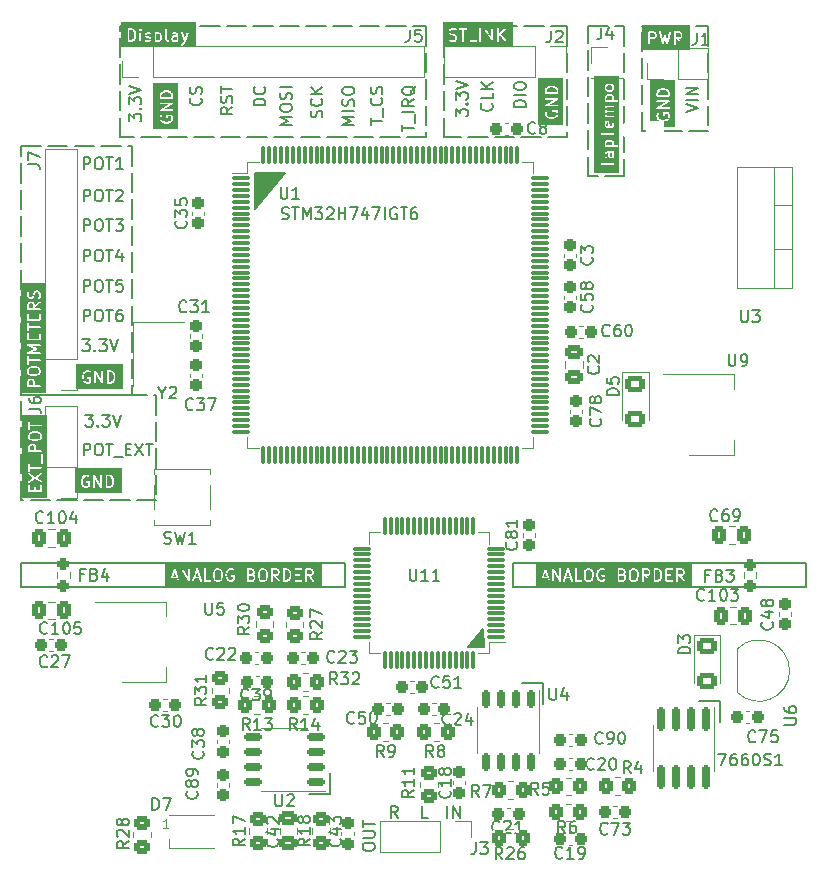
<source format=gto>
G04 #@! TF.GenerationSoftware,KiCad,Pcbnew,7.0.2*
G04 #@! TF.CreationDate,2023-11-02T18:56:16+01:00*
G04 #@! TF.ProjectId,stm_audio_board_V2,73746d5f-6175-4646-996f-5f626f617264,rev?*
G04 #@! TF.SameCoordinates,Original*
G04 #@! TF.FileFunction,Legend,Top*
G04 #@! TF.FilePolarity,Positive*
%FSLAX46Y46*%
G04 Gerber Fmt 4.6, Leading zero omitted, Abs format (unit mm)*
G04 Created by KiCad (PCBNEW 7.0.2) date 2023-11-02 18:56:16*
%MOMM*%
%LPD*%
G01*
G04 APERTURE LIST*
G04 Aperture macros list*
%AMRoundRect*
0 Rectangle with rounded corners*
0 $1 Rounding radius*
0 $2 $3 $4 $5 $6 $7 $8 $9 X,Y pos of 4 corners*
0 Add a 4 corners polygon primitive as box body*
4,1,4,$2,$3,$4,$5,$6,$7,$8,$9,$2,$3,0*
0 Add four circle primitives for the rounded corners*
1,1,$1+$1,$2,$3*
1,1,$1+$1,$4,$5*
1,1,$1+$1,$6,$7*
1,1,$1+$1,$8,$9*
0 Add four rect primitives between the rounded corners*
20,1,$1+$1,$2,$3,$4,$5,0*
20,1,$1+$1,$4,$5,$6,$7,0*
20,1,$1+$1,$6,$7,$8,$9,0*
20,1,$1+$1,$8,$9,$2,$3,0*%
G04 Aperture macros list end*
%ADD10C,0.150000*%
%ADD11C,0.120000*%
%ADD12R,1.725000X2.100000*%
%ADD13RoundRect,0.237500X0.300000X0.237500X-0.300000X0.237500X-0.300000X-0.237500X0.300000X-0.237500X0*%
%ADD14RoundRect,0.250000X-0.350000X-0.450000X0.350000X-0.450000X0.350000X0.450000X-0.350000X0.450000X0*%
%ADD15RoundRect,0.237500X0.237500X-0.300000X0.237500X0.300000X-0.237500X0.300000X-0.237500X-0.300000X0*%
%ADD16RoundRect,0.237500X-0.237500X0.300000X-0.237500X-0.300000X0.237500X-0.300000X0.237500X0.300000X0*%
%ADD17C,5.600000*%
%ADD18R,2.000000X1.905000*%
%ADD19O,2.000000X1.905000*%
%ADD20RoundRect,0.250000X0.337500X0.475000X-0.337500X0.475000X-0.337500X-0.475000X0.337500X-0.475000X0*%
%ADD21R,1.500000X1.050000*%
%ADD22O,1.500000X1.050000*%
%ADD23RoundRect,0.150000X0.625000X0.150000X-0.625000X0.150000X-0.625000X-0.150000X0.625000X-0.150000X0*%
%ADD24RoundRect,0.150000X-0.150000X0.625000X-0.150000X-0.625000X0.150000X-0.625000X0.150000X0.625000X0*%
%ADD25RoundRect,0.250001X-0.624999X0.462499X-0.624999X-0.462499X0.624999X-0.462499X0.624999X0.462499X0*%
%ADD26RoundRect,0.237500X-0.300000X-0.237500X0.300000X-0.237500X0.300000X0.237500X-0.300000X0.237500X0*%
%ADD27R,1.700000X1.700000*%
%ADD28RoundRect,0.075000X-0.675000X-0.075000X0.675000X-0.075000X0.675000X0.075000X-0.675000X0.075000X0*%
%ADD29RoundRect,0.075000X-0.075000X-0.675000X0.075000X-0.675000X0.075000X0.675000X-0.075000X0.675000X0*%
%ADD30O,1.700000X1.700000*%
%ADD31R,1.600000X1.400000*%
%ADD32RoundRect,0.250000X0.450000X-0.350000X0.450000X0.350000X-0.450000X0.350000X-0.450000X-0.350000X0*%
%ADD33RoundRect,0.250000X-0.450000X0.350000X-0.450000X-0.350000X0.450000X-0.350000X0.450000X0.350000X0*%
%ADD34RoundRect,0.237500X-0.237500X0.250000X-0.237500X-0.250000X0.237500X-0.250000X0.237500X0.250000X0*%
%ADD35RoundRect,0.250000X0.350000X0.450000X-0.350000X0.450000X-0.350000X-0.450000X0.350000X-0.450000X0*%
%ADD36R,1.000000X0.600000*%
%ADD37RoundRect,0.150000X-0.150000X0.825000X-0.150000X-0.825000X0.150000X-0.825000X0.150000X0.825000X0*%
%ADD38RoundRect,0.075000X0.700000X0.075000X-0.700000X0.075000X-0.700000X-0.075000X0.700000X-0.075000X0*%
%ADD39RoundRect,0.075000X0.075000X0.700000X-0.075000X0.700000X-0.075000X-0.700000X0.075000X-0.700000X0*%
%ADD40RoundRect,0.250000X0.475000X-0.337500X0.475000X0.337500X-0.475000X0.337500X-0.475000X-0.337500X0*%
%ADD41R,2.000000X1.500000*%
%ADD42R,2.000000X3.800000*%
%ADD43RoundRect,0.250000X-0.475000X0.337500X-0.475000X-0.337500X0.475000X-0.337500X0.475000X0.337500X0*%
%ADD44R,1.600000X1.600000*%
%ADD45C,1.600000*%
G04 APERTURE END LIST*
D10*
X210312000Y-91440000D02*
X210312000Y-93472000D01*
X227076000Y-101600000D02*
X227076000Y-103378000D01*
X182880000Y-77216000D02*
X184530000Y-77216000D01*
X185130000Y-77216000D02*
X186780000Y-77216000D01*
X187380000Y-77216000D02*
X189030000Y-77216000D01*
X189630000Y-77216000D02*
X191280000Y-77216000D01*
X191880000Y-77216000D02*
X193530000Y-77216000D01*
X194130000Y-77216000D02*
X194310000Y-77216000D01*
X194310000Y-77216000D02*
X194310000Y-78866000D01*
X194310000Y-79466000D02*
X194310000Y-81116000D01*
X194310000Y-81716000D02*
X194310000Y-83366000D01*
X194310000Y-83966000D02*
X194310000Y-85616000D01*
X194310000Y-86106000D02*
X192660000Y-86106000D01*
X192060000Y-86106000D02*
X190410000Y-86106000D01*
X189810000Y-86106000D02*
X188160000Y-86106000D01*
X187560000Y-86106000D02*
X185910000Y-86106000D01*
X185310000Y-86106000D02*
X183660000Y-86106000D01*
X183060000Y-86106000D02*
X182880000Y-86106000D01*
X182880000Y-86106000D02*
X182880000Y-84456000D01*
X182880000Y-83856000D02*
X182880000Y-82206000D01*
X182880000Y-81606000D02*
X182880000Y-79956000D01*
X182880000Y-79356000D02*
X182880000Y-77706000D01*
X182880000Y-91440000D02*
X210312000Y-91440000D01*
X209042000Y-109220000D02*
X209042000Y-110998000D01*
X209042000Y-110998000D02*
X207264000Y-110998000D01*
X225298000Y-101600000D02*
X227076000Y-101600000D01*
X240284000Y-103124000D02*
X242062000Y-103124000D01*
X182880000Y-56134000D02*
X184530000Y-56134000D01*
X185130000Y-56134000D02*
X186780000Y-56134000D01*
X187380000Y-56134000D02*
X189030000Y-56134000D01*
X189630000Y-56134000D02*
X191280000Y-56134000D01*
X191880000Y-56134000D02*
X192278000Y-56134000D01*
X192278000Y-56134000D02*
X192278000Y-57784000D01*
X192278000Y-58384000D02*
X192278000Y-60034000D01*
X192278000Y-60634000D02*
X192278000Y-62284000D01*
X192278000Y-62884000D02*
X192278000Y-64534000D01*
X192278000Y-65134000D02*
X192278000Y-66784000D01*
X192278000Y-67384000D02*
X192278000Y-69034000D01*
X192278000Y-69634000D02*
X192278000Y-71284000D01*
X192278000Y-71884000D02*
X192278000Y-73534000D01*
X192278000Y-74134000D02*
X192278000Y-75784000D01*
X192278000Y-76384000D02*
X192278000Y-77241400D01*
X192278000Y-77241400D02*
X190628000Y-77241400D01*
X190028000Y-77241400D02*
X188378000Y-77241400D01*
X187778000Y-77241400D02*
X186128000Y-77241400D01*
X185528000Y-77241400D02*
X183878000Y-77241400D01*
X183278000Y-77241400D02*
X182880000Y-77241400D01*
X182880000Y-77241400D02*
X182880000Y-75591400D01*
X182880000Y-74991400D02*
X182880000Y-73341400D01*
X182880000Y-72741400D02*
X182880000Y-71091400D01*
X182880000Y-70491400D02*
X182880000Y-68841400D01*
X182880000Y-68241400D02*
X182880000Y-66591400D01*
X182880000Y-65991400D02*
X182880000Y-64341400D01*
X182880000Y-63741400D02*
X182880000Y-62091400D01*
X182880000Y-61491400D02*
X182880000Y-59841400D01*
X182880000Y-59241400D02*
X182880000Y-57591400D01*
X182880000Y-56991400D02*
X182880000Y-56134000D01*
X218694000Y-45974000D02*
X220344000Y-45974000D01*
X220944000Y-45974000D02*
X222594000Y-45974000D01*
X223194000Y-45974000D02*
X224844000Y-45974000D01*
X225444000Y-45974000D02*
X227094000Y-45974000D01*
X227694000Y-45974000D02*
X229108000Y-45974000D01*
X229108000Y-45974000D02*
X229108000Y-47624000D01*
X229108000Y-48224000D02*
X229108000Y-49874000D01*
X229108000Y-50474000D02*
X229108000Y-52124000D01*
X229108000Y-52724000D02*
X229108000Y-54374000D01*
X229108000Y-54974000D02*
X229108000Y-55372000D01*
X229108000Y-55372000D02*
X227458000Y-55372000D01*
X226858000Y-55372000D02*
X225208000Y-55372000D01*
X224608000Y-55372000D02*
X222958000Y-55372000D01*
X222358000Y-55372000D02*
X220708000Y-55372000D01*
X220108000Y-55372000D02*
X218694000Y-55372000D01*
X218694000Y-55372000D02*
X218694000Y-53722000D01*
X218694000Y-53122000D02*
X218694000Y-51472000D01*
X218694000Y-50872000D02*
X218694000Y-49222000D01*
X218694000Y-48622000D02*
X218694000Y-46972000D01*
X218694000Y-46372000D02*
X218694000Y-45974000D01*
X224536000Y-93472000D02*
X249326400Y-93472000D01*
X235458000Y-45974000D02*
X237108000Y-45974000D01*
X237708000Y-45974000D02*
X239358000Y-45974000D01*
X239958000Y-45974000D02*
X241046000Y-45974000D01*
X241046000Y-45974000D02*
X241046000Y-47624000D01*
X241046000Y-48224000D02*
X241046000Y-49874000D01*
X241046000Y-50474000D02*
X241046000Y-52124000D01*
X241046000Y-52724000D02*
X241046000Y-54374000D01*
X241046000Y-54864000D02*
X239396000Y-54864000D01*
X238796000Y-54864000D02*
X237146000Y-54864000D01*
X236546000Y-54864000D02*
X235458000Y-54864000D01*
X235458000Y-54864000D02*
X235458000Y-53214000D01*
X235458000Y-52614000D02*
X235458000Y-50964000D01*
X235458000Y-50364000D02*
X235458000Y-48714000D01*
X235458000Y-48114000D02*
X235458000Y-46464000D01*
X249326400Y-91440000D02*
X224536000Y-91440000D01*
X230886000Y-45974000D02*
X232536000Y-45974000D01*
X233136000Y-45974000D02*
X233934000Y-45974000D01*
X233934000Y-45974000D02*
X233934000Y-47624000D01*
X233934000Y-48224000D02*
X233934000Y-49874000D01*
X233934000Y-50474000D02*
X233934000Y-52124000D01*
X233934000Y-52724000D02*
X233934000Y-54374000D01*
X233934000Y-54974000D02*
X233934000Y-56624000D01*
X233934000Y-57224000D02*
X233934000Y-58674000D01*
X233934000Y-58674000D02*
X232284000Y-58674000D01*
X231684000Y-58674000D02*
X230886000Y-58674000D01*
X230886000Y-58674000D02*
X230886000Y-57024000D01*
X230886000Y-56424000D02*
X230886000Y-54774000D01*
X230886000Y-54174000D02*
X230886000Y-52524000D01*
X230886000Y-51924000D02*
X230886000Y-50274000D01*
X230886000Y-49674000D02*
X230886000Y-48024000D01*
X230886000Y-47424000D02*
X230886000Y-45974000D01*
X242062000Y-103124000D02*
X242062000Y-104902000D01*
X191262000Y-45974000D02*
X192912000Y-45974000D01*
X193512000Y-45974000D02*
X195162000Y-45974000D01*
X195762000Y-45974000D02*
X197412000Y-45974000D01*
X198012000Y-45974000D02*
X199662000Y-45974000D01*
X200262000Y-45974000D02*
X201912000Y-45974000D01*
X202512000Y-45974000D02*
X204162000Y-45974000D01*
X204762000Y-45974000D02*
X206412000Y-45974000D01*
X207012000Y-45974000D02*
X208662000Y-45974000D01*
X209262000Y-45974000D02*
X210912000Y-45974000D01*
X211512000Y-45974000D02*
X213162000Y-45974000D01*
X213762000Y-45974000D02*
X215412000Y-45974000D01*
X216012000Y-45974000D02*
X217170000Y-45974000D01*
X217170000Y-45974000D02*
X217170000Y-47624000D01*
X217170000Y-48224000D02*
X217170000Y-49874000D01*
X217170000Y-50474000D02*
X217170000Y-52124000D01*
X217170000Y-52724000D02*
X217170000Y-54374000D01*
X217170000Y-54974000D02*
X217170000Y-55372000D01*
X217170000Y-55372000D02*
X215520000Y-55372000D01*
X214920000Y-55372000D02*
X213270000Y-55372000D01*
X212670000Y-55372000D02*
X211020000Y-55372000D01*
X210420000Y-55372000D02*
X208770000Y-55372000D01*
X208170000Y-55372000D02*
X206520000Y-55372000D01*
X205920000Y-55372000D02*
X204270000Y-55372000D01*
X203670000Y-55372000D02*
X202020000Y-55372000D01*
X201420000Y-55372000D02*
X199770000Y-55372000D01*
X199170000Y-55372000D02*
X197520000Y-55372000D01*
X196920000Y-55372000D02*
X195270000Y-55372000D01*
X194670000Y-55372000D02*
X193020000Y-55372000D01*
X192420000Y-55372000D02*
X191262000Y-55372000D01*
X191262000Y-55372000D02*
X191262000Y-53722000D01*
X191262000Y-53122000D02*
X191262000Y-51472000D01*
X191262000Y-50872000D02*
X191262000Y-49222000D01*
X191262000Y-48622000D02*
X191262000Y-46972000D01*
X191262000Y-46372000D02*
X191262000Y-45974000D01*
X224536000Y-91440000D02*
X224536000Y-93472000D01*
X222020820Y-98537016D02*
X220730000Y-98537016D01*
X222000000Y-97038000D01*
X222020820Y-98537016D01*
G36*
X222020820Y-98537016D02*
G01*
X220730000Y-98537016D01*
X222000000Y-97038000D01*
X222020820Y-98537016D01*
G37*
X202692000Y-61468000D02*
X202692000Y-58420000D01*
X205232000Y-58420000D01*
X202692000Y-61468000D01*
G36*
X202692000Y-61468000D02*
G01*
X202692000Y-58420000D01*
X205232000Y-58420000D01*
X202692000Y-61468000D01*
G37*
X210312000Y-93472000D02*
X182880000Y-93472000D01*
X249326400Y-93472000D02*
X249326400Y-91440000D01*
X182880000Y-93472000D02*
X182880000Y-91440000D01*
G36*
X235920430Y-92052477D02*
G01*
X235950836Y-92082883D01*
X235985095Y-92151399D01*
X235985095Y-92258846D01*
X235950836Y-92327363D01*
X235920429Y-92357770D01*
X235851914Y-92392028D01*
X235730634Y-92392028D01*
X235712589Y-92390158D01*
X235708889Y-92392028D01*
X235563667Y-92392028D01*
X235563667Y-92018219D01*
X235851913Y-92018219D01*
X235920430Y-92052477D01*
G37*
G36*
X236829105Y-92056390D02*
G01*
X236903217Y-92130502D01*
X236941711Y-92207488D01*
X236985095Y-92381023D01*
X236985095Y-92505412D01*
X236941711Y-92678945D01*
X236903217Y-92755934D01*
X236829105Y-92830047D01*
X236714590Y-92868219D01*
X236563667Y-92868219D01*
X236563667Y-92018219D01*
X236714592Y-92018219D01*
X236829105Y-92056390D01*
G37*
G36*
X227384609Y-92582504D02*
G01*
X227116533Y-92582504D01*
X227250571Y-92180390D01*
X227384609Y-92582504D01*
G37*
G36*
X229289371Y-92582504D02*
G01*
X229021295Y-92582504D01*
X229155333Y-92180390D01*
X229289371Y-92582504D01*
G37*
G36*
X231063288Y-92052478D02*
G01*
X231135229Y-92124419D01*
X231175571Y-92285786D01*
X231175571Y-92600651D01*
X231135229Y-92762018D01*
X231063285Y-92833961D01*
X230994771Y-92868219D01*
X230839706Y-92868219D01*
X230771187Y-92833960D01*
X230699246Y-92762018D01*
X230658905Y-92600651D01*
X230658905Y-92285786D01*
X230699246Y-92124419D01*
X230771188Y-92052477D01*
X230839704Y-92018219D01*
X230994770Y-92018219D01*
X231063288Y-92052478D01*
G37*
G36*
X234872812Y-92052478D02*
G01*
X234944753Y-92124419D01*
X234985095Y-92285786D01*
X234985095Y-92600651D01*
X234944753Y-92762018D01*
X234872809Y-92833961D01*
X234804295Y-92868219D01*
X234649230Y-92868219D01*
X234580711Y-92833960D01*
X234508770Y-92762018D01*
X234468428Y-92600650D01*
X234468428Y-92285786D01*
X234508770Y-92124419D01*
X234580712Y-92052477D01*
X234649228Y-92018219D01*
X234804294Y-92018219D01*
X234872812Y-92052478D01*
G37*
G36*
X233876724Y-92532580D02*
G01*
X233903217Y-92559073D01*
X233937476Y-92627589D01*
X233937476Y-92735036D01*
X233903217Y-92803553D01*
X233872809Y-92833961D01*
X233804295Y-92868219D01*
X233516048Y-92868219D01*
X233516048Y-92494409D01*
X233762211Y-92494409D01*
X233876724Y-92532580D01*
G37*
G36*
X233825193Y-92052478D02*
G01*
X233855598Y-92082883D01*
X233889857Y-92151399D01*
X233889857Y-92211227D01*
X233855598Y-92279744D01*
X233825191Y-92310151D01*
X233757960Y-92343766D01*
X233755084Y-92343663D01*
X233753825Y-92344409D01*
X233516048Y-92344409D01*
X233516048Y-92018219D01*
X233756675Y-92018219D01*
X233825193Y-92052478D01*
G37*
G36*
X238825193Y-92052478D02*
G01*
X238855598Y-92082883D01*
X238889857Y-92151399D01*
X238889856Y-92258846D01*
X238855598Y-92327363D01*
X238825191Y-92357770D01*
X238756676Y-92392028D01*
X238635396Y-92392028D01*
X238617351Y-92390158D01*
X238613651Y-92392028D01*
X238468429Y-92392028D01*
X238468429Y-92018219D01*
X238756675Y-92018219D01*
X238825193Y-92052478D01*
G37*
G36*
X239698191Y-93433457D02*
G01*
X226454143Y-93433457D01*
X226454143Y-92962516D01*
X226841492Y-92962516D01*
X226863949Y-93000404D01*
X226903325Y-93020136D01*
X226947118Y-93015449D01*
X226981425Y-92987828D01*
X227066533Y-92732504D01*
X227434609Y-92732504D01*
X227516162Y-92977164D01*
X227534885Y-93004104D01*
X227575584Y-93020940D01*
X227618924Y-93013100D01*
X227651146Y-92983074D01*
X227662019Y-92940393D01*
X227565426Y-92650616D01*
X227566036Y-92646380D01*
X227558552Y-92629992D01*
X227335658Y-91961309D01*
X227841194Y-91961309D01*
X227842238Y-91963136D01*
X227842238Y-92954001D01*
X227851481Y-92985479D01*
X227884767Y-93014321D01*
X227928362Y-93020589D01*
X227968426Y-93002293D01*
X227992238Y-92965241D01*
X227992238Y-92225636D01*
X228419184Y-92972793D01*
X228422909Y-92985479D01*
X228438072Y-92998618D01*
X228452540Y-93012536D01*
X228454605Y-93012943D01*
X228456195Y-93014321D01*
X228476055Y-93017176D01*
X228495750Y-93021063D01*
X228497707Y-93020289D01*
X228499790Y-93020589D01*
X228518045Y-93012252D01*
X228536711Y-93004876D01*
X228537939Y-93003167D01*
X228539854Y-93002293D01*
X228550704Y-92985408D01*
X228562419Y-92969113D01*
X228562528Y-92967010D01*
X228563666Y-92965241D01*
X228563666Y-92962516D01*
X228746254Y-92962516D01*
X228768711Y-93000404D01*
X228808087Y-93020136D01*
X228851880Y-93015449D01*
X228886187Y-92987828D01*
X228971295Y-92732504D01*
X229339371Y-92732504D01*
X229420924Y-92977164D01*
X229439647Y-93004104D01*
X229480346Y-93020940D01*
X229523686Y-93013100D01*
X229555908Y-92983074D01*
X229563227Y-92954343D01*
X229744630Y-92954343D01*
X229751549Y-92969495D01*
X229756243Y-92985479D01*
X229760555Y-92989215D01*
X229762926Y-92994407D01*
X229776942Y-93003414D01*
X229789529Y-93014321D01*
X229795175Y-93015132D01*
X229799978Y-93018219D01*
X229816640Y-93018219D01*
X229833124Y-93020589D01*
X229838314Y-93018219D01*
X230308972Y-93018219D01*
X230340450Y-93008976D01*
X230369292Y-92975690D01*
X230375560Y-92932095D01*
X230357264Y-92892031D01*
X230320212Y-92868219D01*
X229897000Y-92868219D01*
X229897000Y-92606711D01*
X230505803Y-92606711D01*
X230508905Y-92619119D01*
X230508905Y-92620667D01*
X230511509Y-92629536D01*
X230558485Y-92817442D01*
X230562919Y-92837822D01*
X230571699Y-92846602D01*
X230577980Y-92857307D01*
X230586948Y-92861851D01*
X230667079Y-92941983D01*
X230673524Y-92952834D01*
X230692025Y-92962084D01*
X230710147Y-92971980D01*
X230711607Y-92971875D01*
X230784851Y-93008497D01*
X230799978Y-93018219D01*
X230815308Y-93018219D01*
X230830391Y-93020933D01*
X230836935Y-93018219D01*
X231008436Y-93018219D01*
X231026320Y-93020150D01*
X231040033Y-93013293D01*
X231054736Y-93008976D01*
X231059374Y-93003622D01*
X231132843Y-92966887D01*
X231145175Y-92964205D01*
X231159800Y-92949579D01*
X231174920Y-92935516D01*
X231175282Y-92934096D01*
X231255165Y-92854213D01*
X231270372Y-92839916D01*
X231273383Y-92827868D01*
X231279332Y-92816975D01*
X231278614Y-92806945D01*
X231320338Y-92640048D01*
X231325571Y-92631907D01*
X231325571Y-92619119D01*
X231325947Y-92617615D01*
X231325571Y-92608368D01*
X231325571Y-92511473D01*
X231553422Y-92511473D01*
X231556524Y-92523880D01*
X231556524Y-92525429D01*
X231559128Y-92534298D01*
X231603142Y-92710353D01*
X231602212Y-92718967D01*
X231608378Y-92731300D01*
X231608997Y-92733773D01*
X231613179Y-92740900D01*
X231655474Y-92825490D01*
X231658157Y-92837822D01*
X231672786Y-92852451D01*
X231686846Y-92867567D01*
X231688264Y-92867929D01*
X231766112Y-92945778D01*
X231777391Y-92959787D01*
X231791932Y-92964634D01*
X231805385Y-92971980D01*
X231812453Y-92971474D01*
X231932220Y-93011397D01*
X231942835Y-93018219D01*
X231963514Y-93018219D01*
X231984154Y-93018965D01*
X231985413Y-93018219D01*
X232050693Y-93018219D01*
X232062920Y-93021334D01*
X232082532Y-93014796D01*
X232102355Y-93008976D01*
X232103313Y-93007869D01*
X232222837Y-92968028D01*
X232240414Y-92964205D01*
X232250274Y-92954343D01*
X233363678Y-92954343D01*
X233370597Y-92969495D01*
X233375291Y-92985479D01*
X233379603Y-92989215D01*
X233381974Y-92994407D01*
X233395990Y-93003414D01*
X233408577Y-93014321D01*
X233414223Y-93015132D01*
X233419026Y-93018219D01*
X233435688Y-93018219D01*
X233452172Y-93020589D01*
X233457362Y-93018219D01*
X233817960Y-93018219D01*
X233835844Y-93020150D01*
X233849557Y-93013293D01*
X233864260Y-93008976D01*
X233868898Y-93003622D01*
X233942366Y-92966887D01*
X233954700Y-92964205D01*
X233969331Y-92949572D01*
X233984444Y-92935516D01*
X233984806Y-92934096D01*
X234011240Y-92907662D01*
X234022091Y-92901218D01*
X234031347Y-92882704D01*
X234041237Y-92864594D01*
X234041132Y-92863134D01*
X234077754Y-92789890D01*
X234087476Y-92774764D01*
X234087476Y-92759434D01*
X234090190Y-92744351D01*
X234087476Y-92737807D01*
X234087476Y-92613915D01*
X234088254Y-92606711D01*
X234315327Y-92606711D01*
X234318428Y-92619118D01*
X234318429Y-92620667D01*
X234321033Y-92629536D01*
X234368009Y-92817442D01*
X234372443Y-92837822D01*
X234381223Y-92846602D01*
X234387504Y-92857307D01*
X234396472Y-92861851D01*
X234476603Y-92941983D01*
X234483048Y-92952834D01*
X234501549Y-92962084D01*
X234519671Y-92971980D01*
X234521131Y-92971875D01*
X234594375Y-93008497D01*
X234609502Y-93018219D01*
X234624832Y-93018219D01*
X234639915Y-93020933D01*
X234646459Y-93018219D01*
X234817960Y-93018219D01*
X234835844Y-93020150D01*
X234849557Y-93013293D01*
X234864260Y-93008976D01*
X234868898Y-93003622D01*
X234942367Y-92966887D01*
X234954699Y-92964205D01*
X234969324Y-92949579D01*
X234984444Y-92935516D01*
X234984806Y-92934096D01*
X235064689Y-92854213D01*
X235079896Y-92839916D01*
X235082907Y-92827868D01*
X235088856Y-92816975D01*
X235088138Y-92806945D01*
X235129862Y-92640048D01*
X235135095Y-92631907D01*
X235135095Y-92619119D01*
X235135471Y-92617615D01*
X235135095Y-92608368D01*
X235135095Y-92478152D01*
X235411297Y-92478152D01*
X235413667Y-92483341D01*
X235413667Y-92954001D01*
X235422910Y-92985479D01*
X235456196Y-93014321D01*
X235499791Y-93020589D01*
X235539855Y-93002293D01*
X235563667Y-92965241D01*
X235563667Y-92542028D01*
X235687713Y-92542028D01*
X236004836Y-92995062D01*
X236030459Y-93015549D01*
X236074268Y-93020089D01*
X236113577Y-93000224D01*
X236135907Y-92962260D01*
X236135594Y-92954343D01*
X236411297Y-92954343D01*
X236418216Y-92969495D01*
X236422910Y-92985479D01*
X236427222Y-92989215D01*
X236429593Y-92994407D01*
X236443609Y-93003414D01*
X236456196Y-93014321D01*
X236461842Y-93015132D01*
X236466645Y-93018219D01*
X236483307Y-93018219D01*
X236499791Y-93020589D01*
X236504981Y-93018219D01*
X236717360Y-93018219D01*
X236729587Y-93021334D01*
X236749199Y-93014796D01*
X236769022Y-93008976D01*
X236769980Y-93007869D01*
X236889506Y-92968027D01*
X236907080Y-92964205D01*
X236916941Y-92954343D01*
X237411297Y-92954343D01*
X237418216Y-92969495D01*
X237422910Y-92985479D01*
X237427222Y-92989215D01*
X237429593Y-92994407D01*
X237443609Y-93003414D01*
X237456196Y-93014321D01*
X237461842Y-93015132D01*
X237466645Y-93018219D01*
X237483307Y-93018219D01*
X237499791Y-93020589D01*
X237504981Y-93018219D01*
X237975639Y-93018219D01*
X238007117Y-93008976D01*
X238035959Y-92975690D01*
X238042227Y-92932095D01*
X238023931Y-92892031D01*
X237986879Y-92868219D01*
X237563667Y-92868219D01*
X237563667Y-92494409D01*
X237832782Y-92494409D01*
X237864260Y-92485166D01*
X237870338Y-92478152D01*
X238316059Y-92478152D01*
X238318429Y-92483341D01*
X238318429Y-92954001D01*
X238327672Y-92985479D01*
X238360958Y-93014321D01*
X238404553Y-93020589D01*
X238444617Y-93002293D01*
X238468429Y-92965241D01*
X238468429Y-92542028D01*
X238592475Y-92542028D01*
X238909598Y-92995062D01*
X238935221Y-93015549D01*
X238979030Y-93020089D01*
X239018339Y-93000224D01*
X239040669Y-92962260D01*
X239038928Y-92918251D01*
X238776000Y-92542639D01*
X238788225Y-92543959D01*
X238801938Y-92537102D01*
X238816641Y-92532785D01*
X238821279Y-92527431D01*
X238894748Y-92490696D01*
X238907080Y-92488014D01*
X238921707Y-92473386D01*
X238936825Y-92459325D01*
X238937187Y-92457906D01*
X238963622Y-92431471D01*
X238974472Y-92425028D01*
X238983726Y-92406518D01*
X238993617Y-92388405D01*
X238993512Y-92386946D01*
X239030135Y-92313700D01*
X239039857Y-92298574D01*
X239039857Y-92283244D01*
X239042571Y-92268161D01*
X239039857Y-92261617D01*
X239039857Y-92137725D01*
X239041787Y-92119851D01*
X239034932Y-92106141D01*
X239030614Y-92091435D01*
X239025259Y-92086795D01*
X238988525Y-92013326D01*
X238985843Y-92000996D01*
X238971223Y-91986376D01*
X238957154Y-91971251D01*
X238955735Y-91970888D01*
X238929300Y-91944453D01*
X238922857Y-91933604D01*
X238904356Y-91924353D01*
X238886234Y-91914458D01*
X238884773Y-91914562D01*
X238811532Y-91877942D01*
X238796403Y-91868219D01*
X238781073Y-91868219D01*
X238765990Y-91865505D01*
X238759446Y-91868219D01*
X238398789Y-91868219D01*
X238382305Y-91865849D01*
X238367152Y-91872768D01*
X238351169Y-91877462D01*
X238347432Y-91881774D01*
X238342241Y-91884145D01*
X238333233Y-91898161D01*
X238322327Y-91910748D01*
X238321515Y-91916394D01*
X238318429Y-91921197D01*
X238318429Y-91937859D01*
X238316059Y-91954343D01*
X238318429Y-91959532D01*
X238318429Y-92461668D01*
X238316059Y-92478152D01*
X237870338Y-92478152D01*
X237893102Y-92451880D01*
X237899370Y-92408285D01*
X237881074Y-92368221D01*
X237844022Y-92344409D01*
X237563667Y-92344409D01*
X237563667Y-92018219D01*
X237975639Y-92018219D01*
X238007117Y-92008976D01*
X238035959Y-91975690D01*
X238042227Y-91932095D01*
X238023931Y-91892031D01*
X237986879Y-91868219D01*
X237494027Y-91868219D01*
X237477543Y-91865849D01*
X237462390Y-91872768D01*
X237446407Y-91877462D01*
X237442670Y-91881774D01*
X237437479Y-91884145D01*
X237428471Y-91898161D01*
X237417565Y-91910748D01*
X237416753Y-91916394D01*
X237413667Y-91921197D01*
X237413667Y-91937859D01*
X237411297Y-91954343D01*
X237413667Y-91959532D01*
X237413667Y-92414049D01*
X237411297Y-92430533D01*
X237413667Y-92435722D01*
X237413667Y-92937859D01*
X237411297Y-92954343D01*
X236916941Y-92954343D01*
X236917920Y-92953364D01*
X236930504Y-92944619D01*
X236933211Y-92938072D01*
X237011241Y-92860042D01*
X237022091Y-92853599D01*
X237031341Y-92835098D01*
X237041237Y-92816975D01*
X237041132Y-92815515D01*
X237073584Y-92750612D01*
X237079896Y-92744678D01*
X237083240Y-92731300D01*
X237084380Y-92729021D01*
X237085843Y-92720888D01*
X237129862Y-92544810D01*
X237135095Y-92536669D01*
X237135095Y-92523881D01*
X237135471Y-92522377D01*
X237135095Y-92513130D01*
X237135095Y-92384132D01*
X237138197Y-92374964D01*
X237135095Y-92362556D01*
X237135095Y-92361008D01*
X237132490Y-92352138D01*
X237088476Y-92176081D01*
X237089406Y-92167470D01*
X237083240Y-92155139D01*
X237082622Y-92152664D01*
X237078434Y-92145525D01*
X237036144Y-92060945D01*
X237033462Y-92048615D01*
X237018842Y-92033995D01*
X237004773Y-92018870D01*
X237003354Y-92018507D01*
X236925505Y-91940658D01*
X236914228Y-91926651D01*
X236899686Y-91921803D01*
X236886234Y-91914458D01*
X236879166Y-91914963D01*
X236759399Y-91875041D01*
X236748784Y-91868219D01*
X236728104Y-91868219D01*
X236707465Y-91867473D01*
X236706206Y-91868219D01*
X236494027Y-91868219D01*
X236477543Y-91865849D01*
X236462390Y-91872768D01*
X236446407Y-91877462D01*
X236442670Y-91881774D01*
X236437479Y-91884145D01*
X236428471Y-91898161D01*
X236417565Y-91910748D01*
X236416753Y-91916394D01*
X236413667Y-91921197D01*
X236413667Y-91937859D01*
X236411297Y-91954343D01*
X236413667Y-91959532D01*
X236413667Y-92937859D01*
X236411297Y-92954343D01*
X236135594Y-92954343D01*
X236134166Y-92918251D01*
X235871238Y-92542639D01*
X235883463Y-92543959D01*
X235897176Y-92537102D01*
X235911879Y-92532785D01*
X235916517Y-92527431D01*
X235989986Y-92490696D01*
X236002318Y-92488014D01*
X236016945Y-92473386D01*
X236032063Y-92459325D01*
X236032425Y-92457906D01*
X236058860Y-92431471D01*
X236069710Y-92425028D01*
X236078964Y-92406518D01*
X236088855Y-92388405D01*
X236088750Y-92386946D01*
X236125373Y-92313700D01*
X236135095Y-92298574D01*
X236135095Y-92283244D01*
X236137809Y-92268161D01*
X236135095Y-92261617D01*
X236135095Y-92137725D01*
X236137025Y-92119851D01*
X236130170Y-92106141D01*
X236125852Y-92091435D01*
X236120497Y-92086795D01*
X236083763Y-92013326D01*
X236081081Y-92000996D01*
X236066461Y-91986376D01*
X236052392Y-91971251D01*
X236050973Y-91970888D01*
X236024538Y-91944453D01*
X236018095Y-91933604D01*
X235999594Y-91924353D01*
X235981472Y-91914458D01*
X235980011Y-91914562D01*
X235906770Y-91877942D01*
X235891641Y-91868219D01*
X235876311Y-91868219D01*
X235861228Y-91865505D01*
X235854684Y-91868219D01*
X235494027Y-91868219D01*
X235477543Y-91865849D01*
X235462390Y-91872768D01*
X235446407Y-91877462D01*
X235442670Y-91881774D01*
X235437479Y-91884145D01*
X235428471Y-91898161D01*
X235417565Y-91910748D01*
X235416753Y-91916394D01*
X235413667Y-91921197D01*
X235413667Y-91937859D01*
X235411297Y-91954343D01*
X235413667Y-91959532D01*
X235413667Y-92461668D01*
X235411297Y-92478152D01*
X235135095Y-92478152D01*
X235135094Y-92288894D01*
X235138197Y-92279726D01*
X235135095Y-92267318D01*
X235135095Y-92265770D01*
X235132490Y-92256900D01*
X235085514Y-92068997D01*
X235081081Y-92048615D01*
X235072301Y-92039835D01*
X235066020Y-92029129D01*
X235057049Y-92024583D01*
X234976919Y-91944453D01*
X234970476Y-91933604D01*
X234951975Y-91924353D01*
X234933853Y-91914458D01*
X234932392Y-91914562D01*
X234859151Y-91877942D01*
X234844022Y-91868219D01*
X234828692Y-91868219D01*
X234813609Y-91865505D01*
X234807065Y-91868219D01*
X234635555Y-91868219D01*
X234617680Y-91866289D01*
X234603970Y-91873143D01*
X234589264Y-91877462D01*
X234584624Y-91882816D01*
X234511155Y-91919550D01*
X234498825Y-91922233D01*
X234484205Y-91936852D01*
X234469080Y-91950922D01*
X234468717Y-91952340D01*
X234388826Y-92032231D01*
X234373628Y-92046522D01*
X234370616Y-92058566D01*
X234364668Y-92069461D01*
X234365385Y-92079491D01*
X234323661Y-92246388D01*
X234318429Y-92254530D01*
X234318428Y-92267318D01*
X234318053Y-92268822D01*
X234318429Y-92278068D01*
X234318429Y-92597542D01*
X234315327Y-92606711D01*
X234088254Y-92606711D01*
X234089406Y-92596041D01*
X234082551Y-92582331D01*
X234078233Y-92567625D01*
X234072878Y-92562985D01*
X234036144Y-92489516D01*
X234033462Y-92477186D01*
X234018842Y-92462566D01*
X234004773Y-92447441D01*
X234003354Y-92447078D01*
X233973124Y-92416848D01*
X233961847Y-92402841D01*
X233948937Y-92398537D01*
X233963622Y-92383852D01*
X233974472Y-92377409D01*
X233983726Y-92358899D01*
X233993617Y-92340786D01*
X233993512Y-92339327D01*
X234030135Y-92266081D01*
X234039857Y-92250955D01*
X234039857Y-92235625D01*
X234042571Y-92220542D01*
X234039857Y-92213998D01*
X234039857Y-92137725D01*
X234041787Y-92119851D01*
X234034932Y-92106141D01*
X234030614Y-92091435D01*
X234025259Y-92086795D01*
X233988525Y-92013326D01*
X233985843Y-92000996D01*
X233971223Y-91986376D01*
X233957154Y-91971251D01*
X233955735Y-91970888D01*
X233929300Y-91944453D01*
X233922857Y-91933604D01*
X233904356Y-91924353D01*
X233886234Y-91914458D01*
X233884773Y-91914562D01*
X233811532Y-91877942D01*
X233796403Y-91868219D01*
X233781073Y-91868219D01*
X233765990Y-91865505D01*
X233759446Y-91868219D01*
X233446408Y-91868219D01*
X233429924Y-91865849D01*
X233414771Y-91872768D01*
X233398788Y-91877462D01*
X233395051Y-91881774D01*
X233389860Y-91884145D01*
X233380852Y-91898161D01*
X233369946Y-91910748D01*
X233369134Y-91916394D01*
X233366048Y-91921197D01*
X233366048Y-91937859D01*
X233363678Y-91954343D01*
X233366048Y-91959532D01*
X233366048Y-92414049D01*
X233363678Y-92430533D01*
X233366048Y-92435722D01*
X233366048Y-92937859D01*
X233363678Y-92954343D01*
X232250274Y-92954343D01*
X232251255Y-92953362D01*
X232263837Y-92944619D01*
X232266544Y-92938073D01*
X232294035Y-92910580D01*
X232301759Y-92907054D01*
X232309307Y-92895308D01*
X232311228Y-92893388D01*
X232315107Y-92886283D01*
X232325571Y-92870002D01*
X232325571Y-92867121D01*
X232326951Y-92864594D01*
X232325571Y-92845305D01*
X232325571Y-92520006D01*
X232327941Y-92503523D01*
X232321021Y-92488370D01*
X232316328Y-92472387D01*
X232312015Y-92468650D01*
X232309645Y-92463459D01*
X232295628Y-92454451D01*
X232283042Y-92443545D01*
X232277395Y-92442733D01*
X232272593Y-92439647D01*
X232255931Y-92439647D01*
X232239447Y-92437277D01*
X232234257Y-92439647D01*
X232049313Y-92439647D01*
X232017835Y-92448890D01*
X231988993Y-92482176D01*
X231982725Y-92525771D01*
X232001021Y-92565835D01*
X232038073Y-92589647D01*
X232175571Y-92589647D01*
X232175571Y-92816914D01*
X232162438Y-92830047D01*
X232047923Y-92868219D01*
X231977027Y-92868219D01*
X231862512Y-92830047D01*
X231788400Y-92755933D01*
X231749907Y-92678947D01*
X231706524Y-92505413D01*
X231706524Y-92381024D01*
X231749907Y-92207491D01*
X231788402Y-92130501D01*
X231862513Y-92056390D01*
X231977028Y-92018219D01*
X232090008Y-92018219D01*
X232179054Y-92062742D01*
X232211343Y-92068552D01*
X232252026Y-92051679D01*
X232277128Y-92015489D01*
X232278681Y-91971473D01*
X232256190Y-91933604D01*
X232144865Y-91877942D01*
X232129736Y-91868219D01*
X232114406Y-91868219D01*
X232099323Y-91865505D01*
X232092779Y-91868219D01*
X231974259Y-91868219D01*
X231962031Y-91865104D01*
X231942411Y-91871643D01*
X231922597Y-91877462D01*
X231921638Y-91878568D01*
X231802109Y-91918410D01*
X231784539Y-91922233D01*
X231773700Y-91933071D01*
X231761114Y-91941819D01*
X231758405Y-91948366D01*
X231680377Y-92026394D01*
X231669528Y-92032838D01*
X231660277Y-92051338D01*
X231650382Y-92069461D01*
X231650486Y-92070921D01*
X231618034Y-92135825D01*
X231611723Y-92141760D01*
X231608378Y-92155137D01*
X231607239Y-92157417D01*
X231605775Y-92165549D01*
X231561756Y-92341626D01*
X231556524Y-92349768D01*
X231556524Y-92362556D01*
X231556148Y-92364060D01*
X231556524Y-92373306D01*
X231556524Y-92502304D01*
X231553422Y-92511473D01*
X231325571Y-92511473D01*
X231325571Y-92288894D01*
X231328673Y-92279726D01*
X231325571Y-92267317D01*
X231325571Y-92265770D01*
X231322966Y-92256900D01*
X231275990Y-92068997D01*
X231271557Y-92048615D01*
X231262777Y-92039835D01*
X231256496Y-92029129D01*
X231247525Y-92024583D01*
X231167395Y-91944453D01*
X231160952Y-91933604D01*
X231142451Y-91924353D01*
X231124329Y-91914458D01*
X231122868Y-91914562D01*
X231049627Y-91877942D01*
X231034498Y-91868219D01*
X231019168Y-91868219D01*
X231004085Y-91865505D01*
X230997541Y-91868219D01*
X230826031Y-91868219D01*
X230808156Y-91866289D01*
X230794446Y-91873143D01*
X230779740Y-91877462D01*
X230775100Y-91882816D01*
X230701631Y-91919550D01*
X230689301Y-91922233D01*
X230674681Y-91936852D01*
X230659556Y-91950922D01*
X230659193Y-91952340D01*
X230579302Y-92032231D01*
X230564104Y-92046522D01*
X230561092Y-92058566D01*
X230555144Y-92069461D01*
X230555861Y-92079491D01*
X230514137Y-92246388D01*
X230508905Y-92254530D01*
X230508905Y-92267317D01*
X230508529Y-92268822D01*
X230508905Y-92278068D01*
X230508905Y-92597542D01*
X230505803Y-92606711D01*
X229897000Y-92606711D01*
X229897000Y-91932437D01*
X229887757Y-91900959D01*
X229854471Y-91872117D01*
X229810876Y-91865849D01*
X229770812Y-91884145D01*
X229747000Y-91921197D01*
X229746999Y-92937859D01*
X229744630Y-92954343D01*
X229563227Y-92954343D01*
X229566781Y-92940393D01*
X229470188Y-92650616D01*
X229470798Y-92646380D01*
X229463314Y-92629992D01*
X229230773Y-91932369D01*
X229231079Y-91923922D01*
X229223947Y-91911889D01*
X229223075Y-91909273D01*
X229218462Y-91902635D01*
X229208622Y-91886034D01*
X229206016Y-91884728D01*
X229204352Y-91882333D01*
X229186498Y-91874947D01*
X229169246Y-91866302D01*
X229166348Y-91866612D01*
X229163653Y-91865497D01*
X229144645Y-91868935D01*
X229125452Y-91870990D01*
X229123181Y-91872818D01*
X229120313Y-91873337D01*
X229106189Y-91886498D01*
X229091146Y-91898610D01*
X229090223Y-91901376D01*
X229088091Y-91903364D01*
X229083323Y-91922076D01*
X228850798Y-92619651D01*
X228846136Y-92625033D01*
X228843959Y-92640168D01*
X228747439Y-92929731D01*
X228746254Y-92962516D01*
X228563666Y-92962516D01*
X228563666Y-92945172D01*
X228564710Y-92925129D01*
X228563666Y-92923301D01*
X228563666Y-91932437D01*
X228554423Y-91900959D01*
X228521137Y-91872117D01*
X228477542Y-91865849D01*
X228437478Y-91884145D01*
X228413666Y-91921197D01*
X228413666Y-92660801D01*
X227986719Y-91913644D01*
X227982995Y-91900959D01*
X227967831Y-91887819D01*
X227953364Y-91873902D01*
X227951298Y-91873494D01*
X227949709Y-91872117D01*
X227929848Y-91869261D01*
X227910154Y-91865375D01*
X227908196Y-91866148D01*
X227906114Y-91865849D01*
X227887858Y-91874185D01*
X227869193Y-91881562D01*
X227867964Y-91883270D01*
X227866050Y-91884145D01*
X227855199Y-91901029D01*
X227843485Y-91917325D01*
X227843375Y-91919427D01*
X227842238Y-91921197D01*
X227842238Y-91941265D01*
X227841194Y-91961309D01*
X227335658Y-91961309D01*
X227326011Y-91932369D01*
X227326317Y-91923922D01*
X227319185Y-91911889D01*
X227318313Y-91909273D01*
X227313700Y-91902635D01*
X227303860Y-91886034D01*
X227301254Y-91884728D01*
X227299590Y-91882333D01*
X227281736Y-91874947D01*
X227264484Y-91866302D01*
X227261586Y-91866612D01*
X227258891Y-91865497D01*
X227239883Y-91868935D01*
X227220690Y-91870990D01*
X227218419Y-91872818D01*
X227215551Y-91873337D01*
X227201427Y-91886498D01*
X227186384Y-91898610D01*
X227185461Y-91901376D01*
X227183329Y-91903364D01*
X227178561Y-91922076D01*
X226946036Y-92619651D01*
X226941374Y-92625033D01*
X226939197Y-92640168D01*
X226842677Y-92929731D01*
X226841492Y-92962516D01*
X226454143Y-92962516D01*
X226454143Y-91322743D01*
X239698191Y-91322743D01*
X239698191Y-93433457D01*
G37*
G36*
X232923819Y-56748770D02*
G01*
X232923819Y-56951455D01*
X232895298Y-57008496D01*
X232838257Y-57037018D01*
X232778429Y-57037018D01*
X232721386Y-57008496D01*
X232692866Y-56951456D01*
X232692866Y-56735096D01*
X232694796Y-56717222D01*
X232691599Y-56710828D01*
X232904847Y-56710828D01*
X232923819Y-56748770D01*
G37*
G36*
X232859154Y-55792706D02*
G01*
X232889560Y-55823110D01*
X232923819Y-55891627D01*
X232923819Y-56046693D01*
X232904847Y-56084637D01*
X232426123Y-56084637D01*
X232407151Y-56046694D01*
X232407151Y-55891629D01*
X232441411Y-55823110D01*
X232471816Y-55792705D01*
X232540332Y-55758447D01*
X232790636Y-55758447D01*
X232859154Y-55792706D01*
G37*
G36*
X232574000Y-54465589D02*
G01*
X232492715Y-54465589D01*
X232435672Y-54437067D01*
X232407151Y-54380027D01*
X232407151Y-54224962D01*
X232435673Y-54167919D01*
X232492713Y-54139399D01*
X232508762Y-54139399D01*
X232574000Y-54465589D01*
G37*
G36*
X232859154Y-51935563D02*
G01*
X232889560Y-51965967D01*
X232923819Y-52034484D01*
X232923819Y-52189550D01*
X232904847Y-52227494D01*
X232426123Y-52227494D01*
X232407151Y-52189551D01*
X232407151Y-52034486D01*
X232441410Y-51965968D01*
X232471816Y-51935562D01*
X232540332Y-51901304D01*
X232790636Y-51901304D01*
X232859154Y-51935563D01*
G37*
G36*
X232859154Y-51030801D02*
G01*
X232889560Y-51061205D01*
X232923819Y-51129722D01*
X232923819Y-51237169D01*
X232889560Y-51305686D01*
X232859151Y-51336094D01*
X232790637Y-51370351D01*
X232540334Y-51370351D01*
X232471816Y-51336092D01*
X232441409Y-51305685D01*
X232407151Y-51237170D01*
X232407151Y-51129724D01*
X232441410Y-51061206D01*
X232471816Y-51030800D01*
X232540332Y-50996542D01*
X232790636Y-50996542D01*
X232859154Y-51030801D01*
G37*
G36*
X233489057Y-58432257D02*
G01*
X231378343Y-58432257D01*
X231378343Y-57694571D01*
X231921449Y-57694571D01*
X231923819Y-57699760D01*
X231923819Y-57979943D01*
X231933062Y-58011421D01*
X231966348Y-58040263D01*
X232009943Y-58046531D01*
X232050007Y-58028235D01*
X232073819Y-57991183D01*
X232073819Y-57758447D01*
X233009601Y-57758447D01*
X233041079Y-57749204D01*
X233069921Y-57715918D01*
X233076189Y-57672323D01*
X233057893Y-57632259D01*
X233020841Y-57608447D01*
X232073819Y-57608447D01*
X232073819Y-57386951D01*
X232064576Y-57355473D01*
X232031290Y-57326631D01*
X231987695Y-57320363D01*
X231947631Y-57338659D01*
X231923819Y-57375711D01*
X231923819Y-57678087D01*
X231921449Y-57694571D01*
X231378343Y-57694571D01*
X231378343Y-56787076D01*
X232254438Y-56787076D01*
X232257152Y-56793619D01*
X232257152Y-56965120D01*
X232255221Y-56983005D01*
X232262077Y-56996718D01*
X232266395Y-57011421D01*
X232271748Y-57016059D01*
X232317511Y-57107583D01*
X232339855Y-57131605D01*
X232382526Y-57142516D01*
X232424321Y-57128626D01*
X232451973Y-57094344D01*
X232456701Y-57050555D01*
X232407151Y-56951456D01*
X232407151Y-56796391D01*
X232435673Y-56739348D01*
X232492713Y-56710828D01*
X232523894Y-56710828D01*
X232542866Y-56748770D01*
X232542866Y-56965120D01*
X232540935Y-56983005D01*
X232547791Y-56996718D01*
X232552109Y-57011421D01*
X232557462Y-57016059D01*
X232589858Y-57080850D01*
X232589756Y-57083764D01*
X232599617Y-57100368D01*
X232603225Y-57107583D01*
X232605099Y-57109597D01*
X232612247Y-57121633D01*
X232619811Y-57125415D01*
X232625569Y-57131605D01*
X232639122Y-57135070D01*
X232723574Y-57177296D01*
X232738701Y-57187018D01*
X232754031Y-57187018D01*
X232769114Y-57189732D01*
X232775658Y-57187018D01*
X232851920Y-57187018D01*
X232869805Y-57188949D01*
X232883518Y-57182092D01*
X232898221Y-57177775D01*
X232902859Y-57172421D01*
X232967651Y-57140025D01*
X232970565Y-57140128D01*
X232987169Y-57130266D01*
X232994384Y-57126659D01*
X232996398Y-57124784D01*
X233008434Y-57117637D01*
X233012216Y-57110072D01*
X233018406Y-57104315D01*
X233021871Y-57090761D01*
X233064097Y-57006309D01*
X233073819Y-56991183D01*
X233073819Y-56975853D01*
X233076533Y-56960770D01*
X233073819Y-56954226D01*
X233073819Y-56735096D01*
X233075749Y-56717222D01*
X233068894Y-56703512D01*
X233064576Y-56688806D01*
X233059221Y-56684166D01*
X233058105Y-56681934D01*
X233069921Y-56668299D01*
X233076189Y-56624704D01*
X233057893Y-56584640D01*
X233020841Y-56560828D01*
X232960635Y-56560828D01*
X232948445Y-56557711D01*
X232939066Y-56560828D01*
X232579682Y-56560828D01*
X232567492Y-56557711D01*
X232558113Y-56560828D01*
X232479040Y-56560828D01*
X232461165Y-56558898D01*
X232447455Y-56565752D01*
X232432749Y-56570071D01*
X232428109Y-56575425D01*
X232363318Y-56607820D01*
X232360406Y-56607718D01*
X232343805Y-56617577D01*
X232336586Y-56621187D01*
X232334569Y-56623062D01*
X232322537Y-56630209D01*
X232318754Y-56637773D01*
X232312565Y-56643531D01*
X232309099Y-56657084D01*
X232266875Y-56741533D01*
X232257152Y-56756663D01*
X232257152Y-56771993D01*
X232254438Y-56787076D01*
X231378343Y-56787076D01*
X231378343Y-55882314D01*
X232254438Y-55882314D01*
X232257152Y-55888857D01*
X232257152Y-56060358D01*
X232255221Y-56078243D01*
X232262077Y-56091956D01*
X232266395Y-56106659D01*
X232271748Y-56111297D01*
X232272865Y-56113530D01*
X232261050Y-56127166D01*
X232254782Y-56170761D01*
X232273078Y-56210825D01*
X232310130Y-56234637D01*
X232370336Y-56234637D01*
X232382526Y-56237754D01*
X232391905Y-56234637D01*
X232949890Y-56234637D01*
X232970565Y-56235366D01*
X232971792Y-56234637D01*
X233342934Y-56234637D01*
X233374412Y-56225394D01*
X233403254Y-56192108D01*
X233409522Y-56148513D01*
X233391226Y-56108449D01*
X233354174Y-56084637D01*
X233073819Y-56084637D01*
X233073818Y-56071091D01*
X233076533Y-56056008D01*
X233073819Y-56049464D01*
X233073819Y-55877953D01*
X233075749Y-55860079D01*
X233068894Y-55846369D01*
X233064576Y-55831663D01*
X233059221Y-55827023D01*
X233022486Y-55753553D01*
X233019804Y-55741223D01*
X233005188Y-55726607D01*
X232991116Y-55711479D01*
X232989696Y-55711116D01*
X232963261Y-55684681D01*
X232956818Y-55673832D01*
X232938319Y-55664582D01*
X232920194Y-55654686D01*
X232918734Y-55654790D01*
X232845493Y-55618170D01*
X232830364Y-55608447D01*
X232815034Y-55608447D01*
X232799951Y-55605733D01*
X232793407Y-55608447D01*
X232526659Y-55608447D01*
X232508784Y-55606517D01*
X232495074Y-55613371D01*
X232480368Y-55617690D01*
X232475728Y-55623044D01*
X232402259Y-55659778D01*
X232389929Y-55662461D01*
X232375309Y-55677080D01*
X232360184Y-55691150D01*
X232359821Y-55692568D01*
X232333386Y-55719003D01*
X232322537Y-55725447D01*
X232313286Y-55743947D01*
X232303391Y-55762070D01*
X232303495Y-55763530D01*
X232266875Y-55836771D01*
X232257152Y-55851901D01*
X232257152Y-55867231D01*
X232254438Y-55882314D01*
X231378343Y-55882314D01*
X231378343Y-55123142D01*
X231921449Y-55123142D01*
X231923819Y-55128331D01*
X231923819Y-55408514D01*
X231933062Y-55439992D01*
X231966348Y-55468834D01*
X232009943Y-55475102D01*
X232050007Y-55456806D01*
X232073819Y-55419754D01*
X232073819Y-55187018D01*
X233009601Y-55187018D01*
X233041079Y-55177775D01*
X233069921Y-55144489D01*
X233076189Y-55100894D01*
X233057893Y-55060830D01*
X233020841Y-55037018D01*
X232073819Y-55037018D01*
X232073819Y-54815522D01*
X232064576Y-54784044D01*
X232031290Y-54755202D01*
X231987695Y-54748934D01*
X231947631Y-54767230D01*
X231923819Y-54804282D01*
X231923819Y-55106658D01*
X231921449Y-55123142D01*
X231378343Y-55123142D01*
X231378343Y-54215647D01*
X232254438Y-54215647D01*
X232257152Y-54222190D01*
X232257152Y-54393691D01*
X232255221Y-54411576D01*
X232262077Y-54425289D01*
X232266395Y-54439992D01*
X232271748Y-54444630D01*
X232304144Y-54509421D01*
X232304042Y-54512335D01*
X232313903Y-54528939D01*
X232317511Y-54536154D01*
X232319385Y-54538168D01*
X232326533Y-54550204D01*
X232334097Y-54553986D01*
X232339855Y-54560176D01*
X232353408Y-54563641D01*
X232437860Y-54605867D01*
X232452987Y-54615589D01*
X232468317Y-54615589D01*
X232483400Y-54618303D01*
X232489944Y-54615589D01*
X232645672Y-54615589D01*
X232647589Y-54616678D01*
X232667519Y-54615589D01*
X232851920Y-54615589D01*
X232869805Y-54617520D01*
X232883518Y-54610663D01*
X232898221Y-54606346D01*
X232902859Y-54600992D01*
X232967651Y-54568596D01*
X232970565Y-54568699D01*
X232987169Y-54558837D01*
X232994384Y-54555230D01*
X232996398Y-54553355D01*
X233008434Y-54546208D01*
X233012216Y-54538643D01*
X233018406Y-54532886D01*
X233021871Y-54519332D01*
X233064097Y-54434880D01*
X233073819Y-54419754D01*
X233073818Y-54404424D01*
X233076533Y-54389341D01*
X233073819Y-54382797D01*
X233073819Y-54211286D01*
X233075749Y-54193412D01*
X233068894Y-54179702D01*
X233064576Y-54164996D01*
X233059221Y-54160356D01*
X233013460Y-54068833D01*
X232991116Y-54044812D01*
X232948445Y-54033901D01*
X232906649Y-54047791D01*
X232878997Y-54082073D01*
X232874269Y-54125862D01*
X232923819Y-54224960D01*
X232923819Y-54380026D01*
X232895298Y-54437067D01*
X232838257Y-54465589D01*
X232726970Y-54465589D01*
X232646316Y-54062320D01*
X232647617Y-54053275D01*
X232642084Y-54041159D01*
X232641676Y-54039118D01*
X232637620Y-54031384D01*
X232629321Y-54013211D01*
X232627463Y-54012017D01*
X232626439Y-54010064D01*
X232609085Y-54000206D01*
X232592269Y-53989399D01*
X232590060Y-53989399D01*
X232588143Y-53988310D01*
X232568213Y-53989399D01*
X232479040Y-53989399D01*
X232461165Y-53987469D01*
X232447455Y-53994323D01*
X232432749Y-53998642D01*
X232428109Y-54003996D01*
X232363318Y-54036391D01*
X232360406Y-54036289D01*
X232343805Y-54046148D01*
X232336586Y-54049758D01*
X232334569Y-54051633D01*
X232322537Y-54058780D01*
X232318754Y-54066344D01*
X232312565Y-54072102D01*
X232309099Y-54085655D01*
X232266875Y-54170104D01*
X232257152Y-54185234D01*
X232257152Y-54200564D01*
X232254438Y-54215647D01*
X231378343Y-54215647D01*
X231378343Y-53358504D01*
X232254438Y-53358504D01*
X232257152Y-53365047D01*
X232257152Y-53488929D01*
X232255221Y-53506814D01*
X232262077Y-53520527D01*
X232266395Y-53535230D01*
X232271748Y-53539868D01*
X232287962Y-53572296D01*
X232261050Y-53603356D01*
X232254782Y-53646951D01*
X232273078Y-53687015D01*
X232310130Y-53710827D01*
X232408249Y-53710827D01*
X232410775Y-53712206D01*
X232430056Y-53710827D01*
X233009601Y-53710827D01*
X233041079Y-53701584D01*
X233069921Y-53668298D01*
X233076189Y-53624703D01*
X233057893Y-53584639D01*
X233020841Y-53560827D01*
X232458456Y-53560827D01*
X232441409Y-53543780D01*
X232407151Y-53475265D01*
X232407151Y-53367819D01*
X232435673Y-53310776D01*
X232492713Y-53282256D01*
X233009601Y-53282256D01*
X233041079Y-53273013D01*
X233069921Y-53239727D01*
X233076189Y-53196132D01*
X233057893Y-53156068D01*
X233020841Y-53132256D01*
X232492715Y-53132256D01*
X232435672Y-53103734D01*
X232407151Y-53046694D01*
X232407151Y-52939247D01*
X232435672Y-52882204D01*
X232492713Y-52853684D01*
X233009601Y-52853684D01*
X233041079Y-52844441D01*
X233069921Y-52811155D01*
X233076189Y-52767560D01*
X233057893Y-52727496D01*
X233020841Y-52703684D01*
X232479040Y-52703684D01*
X232461165Y-52701754D01*
X232447455Y-52708608D01*
X232432749Y-52712927D01*
X232428109Y-52718281D01*
X232363318Y-52750676D01*
X232360405Y-52750574D01*
X232343802Y-52760434D01*
X232336586Y-52764043D01*
X232334570Y-52765918D01*
X232322537Y-52773065D01*
X232318754Y-52780629D01*
X232312565Y-52786387D01*
X232309099Y-52799940D01*
X232266874Y-52884390D01*
X232257152Y-52899520D01*
X232257152Y-52914850D01*
X232254438Y-52929933D01*
X232257152Y-52936476D01*
X232257152Y-53060358D01*
X232255221Y-53078243D01*
X232262077Y-53091956D01*
X232266395Y-53106659D01*
X232271748Y-53111297D01*
X232304144Y-53176088D01*
X232304042Y-53179002D01*
X232313903Y-53195606D01*
X232317511Y-53202821D01*
X232319385Y-53204835D01*
X232320228Y-53206255D01*
X232318754Y-53209201D01*
X232312565Y-53214959D01*
X232309099Y-53228512D01*
X232266875Y-53312961D01*
X232257152Y-53328091D01*
X232257152Y-53343421D01*
X232254438Y-53358504D01*
X231378343Y-53358504D01*
X231378343Y-52025171D01*
X232254438Y-52025171D01*
X232257152Y-52031714D01*
X232257152Y-52203215D01*
X232255221Y-52221100D01*
X232262077Y-52234813D01*
X232266395Y-52249516D01*
X232271748Y-52254154D01*
X232272865Y-52256387D01*
X232261050Y-52270023D01*
X232254782Y-52313618D01*
X232273078Y-52353682D01*
X232310130Y-52377494D01*
X232370336Y-52377494D01*
X232382526Y-52380611D01*
X232391905Y-52377494D01*
X232949890Y-52377494D01*
X232970565Y-52378223D01*
X232971792Y-52377494D01*
X233342934Y-52377494D01*
X233374412Y-52368251D01*
X233403254Y-52334965D01*
X233409522Y-52291370D01*
X233391226Y-52251306D01*
X233354174Y-52227494D01*
X233073819Y-52227494D01*
X233073818Y-52213948D01*
X233076533Y-52198865D01*
X233073819Y-52192321D01*
X233073819Y-52020810D01*
X233075749Y-52002936D01*
X233068894Y-51989226D01*
X233064576Y-51974520D01*
X233059221Y-51969880D01*
X233022486Y-51896410D01*
X233019804Y-51884080D01*
X233005188Y-51869464D01*
X232991116Y-51854336D01*
X232989696Y-51853973D01*
X232963261Y-51827538D01*
X232956818Y-51816689D01*
X232938319Y-51807439D01*
X232920194Y-51797543D01*
X232918734Y-51797647D01*
X232845493Y-51761027D01*
X232830364Y-51751304D01*
X232815034Y-51751304D01*
X232799951Y-51748590D01*
X232793407Y-51751304D01*
X232526659Y-51751304D01*
X232508784Y-51749374D01*
X232495074Y-51756228D01*
X232480368Y-51760547D01*
X232475728Y-51765901D01*
X232402259Y-51802635D01*
X232389929Y-51805318D01*
X232375309Y-51819937D01*
X232360184Y-51834007D01*
X232359821Y-51835425D01*
X232333386Y-51861860D01*
X232322537Y-51868304D01*
X232313286Y-51886804D01*
X232303391Y-51904927D01*
X232303495Y-51906387D01*
X232266875Y-51979628D01*
X232257152Y-51994758D01*
X232257152Y-52010088D01*
X232254438Y-52025171D01*
X231378343Y-52025171D01*
X231378343Y-51120409D01*
X232254438Y-51120409D01*
X232257152Y-51126952D01*
X232257152Y-51250834D01*
X232255221Y-51268719D01*
X232262077Y-51282432D01*
X232266395Y-51297135D01*
X232271748Y-51301773D01*
X232308483Y-51375242D01*
X232311166Y-51387574D01*
X232325793Y-51402201D01*
X232339855Y-51417319D01*
X232341273Y-51417681D01*
X232367708Y-51444116D01*
X232374152Y-51454966D01*
X232392661Y-51464220D01*
X232410775Y-51474111D01*
X232412233Y-51474006D01*
X232485479Y-51510629D01*
X232500606Y-51520351D01*
X232515936Y-51520351D01*
X232531019Y-51523065D01*
X232537563Y-51520351D01*
X232804302Y-51520351D01*
X232822186Y-51522282D01*
X232835899Y-51515425D01*
X232850602Y-51511108D01*
X232855240Y-51505754D01*
X232928709Y-51469019D01*
X232941040Y-51466337D01*
X232955660Y-51451717D01*
X232970786Y-51437648D01*
X232971148Y-51436229D01*
X232997583Y-51409795D01*
X233008434Y-51403351D01*
X233017689Y-51384839D01*
X233027579Y-51366729D01*
X233027474Y-51365269D01*
X233064097Y-51292023D01*
X233073819Y-51276897D01*
X233073819Y-51261567D01*
X233076533Y-51246484D01*
X233073819Y-51239940D01*
X233073819Y-51116048D01*
X233075749Y-51098174D01*
X233068894Y-51084464D01*
X233064576Y-51069758D01*
X233059221Y-51065118D01*
X233022486Y-50991648D01*
X233019804Y-50979318D01*
X233005188Y-50964702D01*
X232991116Y-50949574D01*
X232989696Y-50949211D01*
X232963261Y-50922776D01*
X232956818Y-50911927D01*
X232938319Y-50902677D01*
X232920194Y-50892781D01*
X232918734Y-50892885D01*
X232845493Y-50856265D01*
X232830364Y-50846542D01*
X232815034Y-50846542D01*
X232799951Y-50843828D01*
X232793407Y-50846542D01*
X232526659Y-50846542D01*
X232508784Y-50844612D01*
X232495074Y-50851466D01*
X232480368Y-50855785D01*
X232475728Y-50861139D01*
X232402259Y-50897873D01*
X232389929Y-50900556D01*
X232375309Y-50915175D01*
X232360184Y-50929245D01*
X232359821Y-50930663D01*
X232333386Y-50957098D01*
X232322537Y-50963542D01*
X232313286Y-50982042D01*
X232303391Y-51000165D01*
X232303495Y-51001625D01*
X232266875Y-51074866D01*
X232257152Y-51089996D01*
X232257152Y-51105326D01*
X232254438Y-51120409D01*
X231378343Y-51120409D01*
X231378343Y-50188209D01*
X233489057Y-50188209D01*
X233489057Y-58432257D01*
G37*
X214728323Y-113009219D02*
X214394990Y-112533028D01*
X214156895Y-113009219D02*
X214156895Y-112009219D01*
X214156895Y-112009219D02*
X214537847Y-112009219D01*
X214537847Y-112009219D02*
X214633085Y-112056838D01*
X214633085Y-112056838D02*
X214680704Y-112104457D01*
X214680704Y-112104457D02*
X214728323Y-112199695D01*
X214728323Y-112199695D02*
X214728323Y-112342552D01*
X214728323Y-112342552D02*
X214680704Y-112437790D01*
X214680704Y-112437790D02*
X214633085Y-112485409D01*
X214633085Y-112485409D02*
X214537847Y-112533028D01*
X214537847Y-112533028D02*
X214156895Y-112533028D01*
X188306057Y-78887619D02*
X188925104Y-78887619D01*
X188925104Y-78887619D02*
X188591771Y-79268571D01*
X188591771Y-79268571D02*
X188734628Y-79268571D01*
X188734628Y-79268571D02*
X188829866Y-79316190D01*
X188829866Y-79316190D02*
X188877485Y-79363809D01*
X188877485Y-79363809D02*
X188925104Y-79459047D01*
X188925104Y-79459047D02*
X188925104Y-79697142D01*
X188925104Y-79697142D02*
X188877485Y-79792380D01*
X188877485Y-79792380D02*
X188829866Y-79840000D01*
X188829866Y-79840000D02*
X188734628Y-79887619D01*
X188734628Y-79887619D02*
X188448914Y-79887619D01*
X188448914Y-79887619D02*
X188353676Y-79840000D01*
X188353676Y-79840000D02*
X188306057Y-79792380D01*
X189353676Y-79792380D02*
X189401295Y-79840000D01*
X189401295Y-79840000D02*
X189353676Y-79887619D01*
X189353676Y-79887619D02*
X189306057Y-79840000D01*
X189306057Y-79840000D02*
X189353676Y-79792380D01*
X189353676Y-79792380D02*
X189353676Y-79887619D01*
X189734628Y-78887619D02*
X190353675Y-78887619D01*
X190353675Y-78887619D02*
X190020342Y-79268571D01*
X190020342Y-79268571D02*
X190163199Y-79268571D01*
X190163199Y-79268571D02*
X190258437Y-79316190D01*
X190258437Y-79316190D02*
X190306056Y-79363809D01*
X190306056Y-79363809D02*
X190353675Y-79459047D01*
X190353675Y-79459047D02*
X190353675Y-79697142D01*
X190353675Y-79697142D02*
X190306056Y-79792380D01*
X190306056Y-79792380D02*
X190258437Y-79840000D01*
X190258437Y-79840000D02*
X190163199Y-79887619D01*
X190163199Y-79887619D02*
X189877485Y-79887619D01*
X189877485Y-79887619D02*
X189782247Y-79840000D01*
X189782247Y-79840000D02*
X189734628Y-79792380D01*
X190639390Y-78887619D02*
X190972723Y-79887619D01*
X190972723Y-79887619D02*
X191306056Y-78887619D01*
X205775619Y-54314551D02*
X204775619Y-54314551D01*
X204775619Y-54314551D02*
X205489904Y-53981218D01*
X205489904Y-53981218D02*
X204775619Y-53647885D01*
X204775619Y-53647885D02*
X205775619Y-53647885D01*
X204775619Y-52981218D02*
X204775619Y-52790742D01*
X204775619Y-52790742D02*
X204823238Y-52695504D01*
X204823238Y-52695504D02*
X204918476Y-52600266D01*
X204918476Y-52600266D02*
X205108952Y-52552647D01*
X205108952Y-52552647D02*
X205442285Y-52552647D01*
X205442285Y-52552647D02*
X205632761Y-52600266D01*
X205632761Y-52600266D02*
X205728000Y-52695504D01*
X205728000Y-52695504D02*
X205775619Y-52790742D01*
X205775619Y-52790742D02*
X205775619Y-52981218D01*
X205775619Y-52981218D02*
X205728000Y-53076456D01*
X205728000Y-53076456D02*
X205632761Y-53171694D01*
X205632761Y-53171694D02*
X205442285Y-53219313D01*
X205442285Y-53219313D02*
X205108952Y-53219313D01*
X205108952Y-53219313D02*
X204918476Y-53171694D01*
X204918476Y-53171694D02*
X204823238Y-53076456D01*
X204823238Y-53076456D02*
X204775619Y-52981218D01*
X205728000Y-52171694D02*
X205775619Y-52028837D01*
X205775619Y-52028837D02*
X205775619Y-51790742D01*
X205775619Y-51790742D02*
X205728000Y-51695504D01*
X205728000Y-51695504D02*
X205680380Y-51647885D01*
X205680380Y-51647885D02*
X205585142Y-51600266D01*
X205585142Y-51600266D02*
X205489904Y-51600266D01*
X205489904Y-51600266D02*
X205394666Y-51647885D01*
X205394666Y-51647885D02*
X205347047Y-51695504D01*
X205347047Y-51695504D02*
X205299428Y-51790742D01*
X205299428Y-51790742D02*
X205251809Y-51981218D01*
X205251809Y-51981218D02*
X205204190Y-52076456D01*
X205204190Y-52076456D02*
X205156571Y-52124075D01*
X205156571Y-52124075D02*
X205061333Y-52171694D01*
X205061333Y-52171694D02*
X204966095Y-52171694D01*
X204966095Y-52171694D02*
X204870857Y-52124075D01*
X204870857Y-52124075D02*
X204823238Y-52076456D01*
X204823238Y-52076456D02*
X204775619Y-51981218D01*
X204775619Y-51981218D02*
X204775619Y-51743123D01*
X204775619Y-51743123D02*
X204823238Y-51600266D01*
X205775619Y-51171694D02*
X204775619Y-51171694D01*
X188147295Y-68461675D02*
X188147295Y-67461675D01*
X188147295Y-67461675D02*
X188528247Y-67461675D01*
X188528247Y-67461675D02*
X188623485Y-67509294D01*
X188623485Y-67509294D02*
X188671104Y-67556913D01*
X188671104Y-67556913D02*
X188718723Y-67652151D01*
X188718723Y-67652151D02*
X188718723Y-67795008D01*
X188718723Y-67795008D02*
X188671104Y-67890246D01*
X188671104Y-67890246D02*
X188623485Y-67937865D01*
X188623485Y-67937865D02*
X188528247Y-67985484D01*
X188528247Y-67985484D02*
X188147295Y-67985484D01*
X189337771Y-67461675D02*
X189528247Y-67461675D01*
X189528247Y-67461675D02*
X189623485Y-67509294D01*
X189623485Y-67509294D02*
X189718723Y-67604532D01*
X189718723Y-67604532D02*
X189766342Y-67795008D01*
X189766342Y-67795008D02*
X189766342Y-68128341D01*
X189766342Y-68128341D02*
X189718723Y-68318817D01*
X189718723Y-68318817D02*
X189623485Y-68414056D01*
X189623485Y-68414056D02*
X189528247Y-68461675D01*
X189528247Y-68461675D02*
X189337771Y-68461675D01*
X189337771Y-68461675D02*
X189242533Y-68414056D01*
X189242533Y-68414056D02*
X189147295Y-68318817D01*
X189147295Y-68318817D02*
X189099676Y-68128341D01*
X189099676Y-68128341D02*
X189099676Y-67795008D01*
X189099676Y-67795008D02*
X189147295Y-67604532D01*
X189147295Y-67604532D02*
X189242533Y-67509294D01*
X189242533Y-67509294D02*
X189337771Y-67461675D01*
X190052057Y-67461675D02*
X190623485Y-67461675D01*
X190337771Y-68461675D02*
X190337771Y-67461675D01*
X191433009Y-67461675D02*
X190956819Y-67461675D01*
X190956819Y-67461675D02*
X190909200Y-67937865D01*
X190909200Y-67937865D02*
X190956819Y-67890246D01*
X190956819Y-67890246D02*
X191052057Y-67842627D01*
X191052057Y-67842627D02*
X191290152Y-67842627D01*
X191290152Y-67842627D02*
X191385390Y-67890246D01*
X191385390Y-67890246D02*
X191433009Y-67937865D01*
X191433009Y-67937865D02*
X191480628Y-68033103D01*
X191480628Y-68033103D02*
X191480628Y-68271198D01*
X191480628Y-68271198D02*
X191433009Y-68366436D01*
X191433009Y-68366436D02*
X191385390Y-68414056D01*
X191385390Y-68414056D02*
X191290152Y-68461675D01*
X191290152Y-68461675D02*
X191052057Y-68461675D01*
X191052057Y-68461675D02*
X190956819Y-68414056D01*
X190956819Y-68414056D02*
X190909200Y-68366436D01*
X203534819Y-52695504D02*
X202534819Y-52695504D01*
X202534819Y-52695504D02*
X202534819Y-52457409D01*
X202534819Y-52457409D02*
X202582438Y-52314552D01*
X202582438Y-52314552D02*
X202677676Y-52219314D01*
X202677676Y-52219314D02*
X202772914Y-52171695D01*
X202772914Y-52171695D02*
X202963390Y-52124076D01*
X202963390Y-52124076D02*
X203106247Y-52124076D01*
X203106247Y-52124076D02*
X203296723Y-52171695D01*
X203296723Y-52171695D02*
X203391961Y-52219314D01*
X203391961Y-52219314D02*
X203487200Y-52314552D01*
X203487200Y-52314552D02*
X203534819Y-52457409D01*
X203534819Y-52457409D02*
X203534819Y-52695504D01*
X203439580Y-51124076D02*
X203487200Y-51171695D01*
X203487200Y-51171695D02*
X203534819Y-51314552D01*
X203534819Y-51314552D02*
X203534819Y-51409790D01*
X203534819Y-51409790D02*
X203487200Y-51552647D01*
X203487200Y-51552647D02*
X203391961Y-51647885D01*
X203391961Y-51647885D02*
X203296723Y-51695504D01*
X203296723Y-51695504D02*
X203106247Y-51743123D01*
X203106247Y-51743123D02*
X202963390Y-51743123D01*
X202963390Y-51743123D02*
X202772914Y-51695504D01*
X202772914Y-51695504D02*
X202677676Y-51647885D01*
X202677676Y-51647885D02*
X202582438Y-51552647D01*
X202582438Y-51552647D02*
X202534819Y-51409790D01*
X202534819Y-51409790D02*
X202534819Y-51314552D01*
X202534819Y-51314552D02*
X202582438Y-51171695D01*
X202582438Y-51171695D02*
X202630057Y-51124076D01*
X208313200Y-53695504D02*
X208360819Y-53552647D01*
X208360819Y-53552647D02*
X208360819Y-53314552D01*
X208360819Y-53314552D02*
X208313200Y-53219314D01*
X208313200Y-53219314D02*
X208265580Y-53171695D01*
X208265580Y-53171695D02*
X208170342Y-53124076D01*
X208170342Y-53124076D02*
X208075104Y-53124076D01*
X208075104Y-53124076D02*
X207979866Y-53171695D01*
X207979866Y-53171695D02*
X207932247Y-53219314D01*
X207932247Y-53219314D02*
X207884628Y-53314552D01*
X207884628Y-53314552D02*
X207837009Y-53505028D01*
X207837009Y-53505028D02*
X207789390Y-53600266D01*
X207789390Y-53600266D02*
X207741771Y-53647885D01*
X207741771Y-53647885D02*
X207646533Y-53695504D01*
X207646533Y-53695504D02*
X207551295Y-53695504D01*
X207551295Y-53695504D02*
X207456057Y-53647885D01*
X207456057Y-53647885D02*
X207408438Y-53600266D01*
X207408438Y-53600266D02*
X207360819Y-53505028D01*
X207360819Y-53505028D02*
X207360819Y-53266933D01*
X207360819Y-53266933D02*
X207408438Y-53124076D01*
X208265580Y-52124076D02*
X208313200Y-52171695D01*
X208313200Y-52171695D02*
X208360819Y-52314552D01*
X208360819Y-52314552D02*
X208360819Y-52409790D01*
X208360819Y-52409790D02*
X208313200Y-52552647D01*
X208313200Y-52552647D02*
X208217961Y-52647885D01*
X208217961Y-52647885D02*
X208122723Y-52695504D01*
X208122723Y-52695504D02*
X207932247Y-52743123D01*
X207932247Y-52743123D02*
X207789390Y-52743123D01*
X207789390Y-52743123D02*
X207598914Y-52695504D01*
X207598914Y-52695504D02*
X207503676Y-52647885D01*
X207503676Y-52647885D02*
X207408438Y-52552647D01*
X207408438Y-52552647D02*
X207360819Y-52409790D01*
X207360819Y-52409790D02*
X207360819Y-52314552D01*
X207360819Y-52314552D02*
X207408438Y-52171695D01*
X207408438Y-52171695D02*
X207456057Y-52124076D01*
X208360819Y-51695504D02*
X207360819Y-51695504D01*
X208360819Y-51124076D02*
X207789390Y-51552647D01*
X207360819Y-51124076D02*
X207932247Y-51695504D01*
X200740819Y-52838362D02*
X200264628Y-53171695D01*
X200740819Y-53409790D02*
X199740819Y-53409790D01*
X199740819Y-53409790D02*
X199740819Y-53028838D01*
X199740819Y-53028838D02*
X199788438Y-52933600D01*
X199788438Y-52933600D02*
X199836057Y-52885981D01*
X199836057Y-52885981D02*
X199931295Y-52838362D01*
X199931295Y-52838362D02*
X200074152Y-52838362D01*
X200074152Y-52838362D02*
X200169390Y-52885981D01*
X200169390Y-52885981D02*
X200217009Y-52933600D01*
X200217009Y-52933600D02*
X200264628Y-53028838D01*
X200264628Y-53028838D02*
X200264628Y-53409790D01*
X200693200Y-52457409D02*
X200740819Y-52314552D01*
X200740819Y-52314552D02*
X200740819Y-52076457D01*
X200740819Y-52076457D02*
X200693200Y-51981219D01*
X200693200Y-51981219D02*
X200645580Y-51933600D01*
X200645580Y-51933600D02*
X200550342Y-51885981D01*
X200550342Y-51885981D02*
X200455104Y-51885981D01*
X200455104Y-51885981D02*
X200359866Y-51933600D01*
X200359866Y-51933600D02*
X200312247Y-51981219D01*
X200312247Y-51981219D02*
X200264628Y-52076457D01*
X200264628Y-52076457D02*
X200217009Y-52266933D01*
X200217009Y-52266933D02*
X200169390Y-52362171D01*
X200169390Y-52362171D02*
X200121771Y-52409790D01*
X200121771Y-52409790D02*
X200026533Y-52457409D01*
X200026533Y-52457409D02*
X199931295Y-52457409D01*
X199931295Y-52457409D02*
X199836057Y-52409790D01*
X199836057Y-52409790D02*
X199788438Y-52362171D01*
X199788438Y-52362171D02*
X199740819Y-52266933D01*
X199740819Y-52266933D02*
X199740819Y-52028838D01*
X199740819Y-52028838D02*
X199788438Y-51885981D01*
X199740819Y-51600266D02*
X199740819Y-51028838D01*
X200740819Y-51314552D02*
X199740819Y-51314552D01*
X217274685Y-113009219D02*
X216798495Y-113009219D01*
X216798495Y-113009219D02*
X216798495Y-112009219D01*
G36*
X183818164Y-76007735D02*
G01*
X183848569Y-76038140D01*
X183882828Y-76106656D01*
X183882828Y-76394904D01*
X183509019Y-76394904D01*
X183509019Y-76106658D01*
X183543278Y-76038139D01*
X183573683Y-76007734D01*
X183642199Y-75973476D01*
X183749646Y-75973476D01*
X183818164Y-76007735D01*
G37*
G36*
X184252818Y-74966198D02*
G01*
X184324760Y-75038140D01*
X184359019Y-75106656D01*
X184359019Y-75261722D01*
X184324760Y-75330240D01*
X184252818Y-75402181D01*
X184091451Y-75442523D01*
X183776586Y-75442523D01*
X183615219Y-75402181D01*
X183543276Y-75330238D01*
X183509019Y-75261723D01*
X183509019Y-75106658D01*
X183543278Y-75038139D01*
X183615219Y-74966198D01*
X183776586Y-74925857D01*
X184091450Y-74925857D01*
X184252818Y-74966198D01*
G37*
G36*
X183818164Y-69483925D02*
G01*
X183848569Y-69514330D01*
X183882828Y-69582846D01*
X183882828Y-69704127D01*
X183880958Y-69722172D01*
X183882828Y-69725872D01*
X183882828Y-69871094D01*
X183509019Y-69871094D01*
X183509019Y-69582848D01*
X183543278Y-69514329D01*
X183573683Y-69483924D01*
X183642199Y-69449666D01*
X183749646Y-69449666D01*
X183818164Y-69483925D01*
G37*
G36*
X184924257Y-77075857D02*
G01*
X182813543Y-77075857D01*
X182813543Y-76097343D01*
X183356305Y-76097343D01*
X183359019Y-76103886D01*
X183359019Y-76464544D01*
X183356649Y-76481028D01*
X183363568Y-76496180D01*
X183368262Y-76512164D01*
X183372574Y-76515900D01*
X183374945Y-76521092D01*
X183388961Y-76530099D01*
X183401548Y-76541006D01*
X183407194Y-76541817D01*
X183411997Y-76544904D01*
X183428659Y-76544904D01*
X183445143Y-76547274D01*
X183450333Y-76544904D01*
X183952468Y-76544904D01*
X183968952Y-76547274D01*
X183974142Y-76544904D01*
X184444801Y-76544904D01*
X184476279Y-76535661D01*
X184505121Y-76502375D01*
X184511389Y-76458780D01*
X184493093Y-76418716D01*
X184456041Y-76394904D01*
X184032828Y-76394904D01*
X184032828Y-76092982D01*
X184034758Y-76075108D01*
X184027903Y-76061398D01*
X184023585Y-76046692D01*
X184018230Y-76042052D01*
X183981496Y-75968583D01*
X183978814Y-75956253D01*
X183964194Y-75941633D01*
X183950125Y-75926508D01*
X183948706Y-75926145D01*
X183922271Y-75899710D01*
X183915828Y-75888861D01*
X183897327Y-75879610D01*
X183879205Y-75869715D01*
X183877744Y-75869819D01*
X183804503Y-75833199D01*
X183789374Y-75823476D01*
X183774044Y-75823476D01*
X183758961Y-75820762D01*
X183752417Y-75823476D01*
X183628526Y-75823476D01*
X183610651Y-75821546D01*
X183596941Y-75828400D01*
X183582235Y-75832719D01*
X183577595Y-75838073D01*
X183504126Y-75874807D01*
X183491796Y-75877490D01*
X183477176Y-75892109D01*
X183462051Y-75906179D01*
X183461688Y-75907597D01*
X183435253Y-75934032D01*
X183424404Y-75940476D01*
X183415153Y-75958976D01*
X183405258Y-75977099D01*
X183405362Y-75978559D01*
X183368742Y-76051800D01*
X183359019Y-76066930D01*
X183359019Y-76082260D01*
X183356305Y-76097343D01*
X182813543Y-76097343D01*
X182813543Y-75097343D01*
X183356305Y-75097343D01*
X183359019Y-75103886D01*
X183359019Y-75275387D01*
X183357088Y-75293272D01*
X183363944Y-75306985D01*
X183368262Y-75321688D01*
X183373615Y-75326326D01*
X183410350Y-75399795D01*
X183413033Y-75412127D01*
X183427660Y-75426754D01*
X183441722Y-75441872D01*
X183443140Y-75442234D01*
X183523022Y-75522116D01*
X183537321Y-75537324D01*
X183549367Y-75540335D01*
X183560261Y-75546284D01*
X183570290Y-75545566D01*
X183737188Y-75587290D01*
X183745330Y-75592523D01*
X183758118Y-75592523D01*
X183759622Y-75592899D01*
X183768868Y-75592523D01*
X184088342Y-75592523D01*
X184097511Y-75595625D01*
X184109919Y-75592523D01*
X184111467Y-75592523D01*
X184120336Y-75589918D01*
X184308242Y-75542942D01*
X184328622Y-75538509D01*
X184337402Y-75529728D01*
X184348107Y-75523448D01*
X184352651Y-75514479D01*
X184432783Y-75434348D01*
X184443634Y-75427904D01*
X184452884Y-75409402D01*
X184462780Y-75391281D01*
X184462675Y-75389820D01*
X184499297Y-75316576D01*
X184509019Y-75301450D01*
X184509019Y-75286120D01*
X184511733Y-75271037D01*
X184509019Y-75264493D01*
X184509019Y-75092982D01*
X184510949Y-75075108D01*
X184504094Y-75061398D01*
X184499776Y-75046692D01*
X184494421Y-75042052D01*
X184457687Y-74968583D01*
X184455005Y-74956253D01*
X184440387Y-74941635D01*
X184426316Y-74926508D01*
X184424896Y-74926145D01*
X184345004Y-74846253D01*
X184330715Y-74831056D01*
X184318669Y-74828044D01*
X184307775Y-74822096D01*
X184297745Y-74822813D01*
X184130848Y-74781089D01*
X184122707Y-74775857D01*
X184109919Y-74775857D01*
X184108415Y-74775481D01*
X184099169Y-74775857D01*
X183779695Y-74775857D01*
X183770526Y-74772755D01*
X183758118Y-74775857D01*
X183756570Y-74775857D01*
X183747700Y-74778461D01*
X183559797Y-74825437D01*
X183539415Y-74829871D01*
X183530635Y-74838650D01*
X183519929Y-74844932D01*
X183515383Y-74853902D01*
X183435253Y-74934032D01*
X183424404Y-74940476D01*
X183415153Y-74958976D01*
X183405258Y-74977099D01*
X183405362Y-74978559D01*
X183368742Y-75051800D01*
X183359019Y-75066930D01*
X183359019Y-75082260D01*
X183356305Y-75097343D01*
X182813543Y-75097343D01*
X182813543Y-74290552D01*
X183356649Y-74290552D01*
X183359019Y-74295741D01*
X183359019Y-74575924D01*
X183368262Y-74607402D01*
X183401548Y-74636244D01*
X183445143Y-74642512D01*
X183485207Y-74624216D01*
X183509019Y-74587164D01*
X183509019Y-74354428D01*
X184444801Y-74354428D01*
X184476279Y-74345185D01*
X184505121Y-74311899D01*
X184511389Y-74268304D01*
X184493093Y-74228240D01*
X184456041Y-74204428D01*
X183509019Y-74204428D01*
X183509019Y-73982932D01*
X183499776Y-73951454D01*
X183466490Y-73922612D01*
X183422895Y-73916344D01*
X183382831Y-73934640D01*
X183359019Y-73971692D01*
X183359019Y-74274068D01*
X183356649Y-74290552D01*
X182813543Y-74290552D01*
X182813543Y-73661023D01*
X183355856Y-73661023D01*
X183357415Y-73666175D01*
X183356649Y-73671504D01*
X183363698Y-73686940D01*
X183368612Y-73703179D01*
X183372708Y-73706669D01*
X183374945Y-73711568D01*
X183389222Y-73720743D01*
X183402134Y-73731747D01*
X183407467Y-73732469D01*
X183411997Y-73735380D01*
X183428963Y-73735380D01*
X183445779Y-73737657D01*
X183450658Y-73735380D01*
X184444801Y-73735380D01*
X184476279Y-73726137D01*
X184505121Y-73692851D01*
X184511389Y-73649256D01*
X184493093Y-73609192D01*
X184456041Y-73585380D01*
X183772086Y-73585380D01*
X184179471Y-73395266D01*
X184199004Y-73386540D01*
X184205502Y-73376609D01*
X184214407Y-73368764D01*
X184217311Y-73358561D01*
X184223120Y-73349685D01*
X184223217Y-73337816D01*
X184226467Y-73326404D01*
X184223395Y-73316253D01*
X184223483Y-73305643D01*
X184217146Y-73295603D01*
X184213711Y-73284248D01*
X184205640Y-73277370D01*
X184199977Y-73268396D01*
X184189219Y-73263375D01*
X184180189Y-73255680D01*
X184169678Y-73254256D01*
X183772086Y-73068714D01*
X184444801Y-73068714D01*
X184476279Y-73059471D01*
X184505121Y-73026185D01*
X184511389Y-72982590D01*
X184493093Y-72942526D01*
X184456041Y-72918714D01*
X183439689Y-72918714D01*
X183423531Y-72916255D01*
X183408038Y-72923176D01*
X183391759Y-72927957D01*
X183388234Y-72932025D01*
X183383319Y-72934221D01*
X183374027Y-72948420D01*
X183362917Y-72961243D01*
X183362150Y-72966570D01*
X183359203Y-72971076D01*
X183359063Y-72988047D01*
X183356649Y-73004838D01*
X183358884Y-73009732D01*
X183358840Y-73015118D01*
X183367897Y-73029469D01*
X183374945Y-73044902D01*
X183379473Y-73047812D01*
X183382347Y-73052365D01*
X183397722Y-73059540D01*
X183411997Y-73068714D01*
X183417381Y-73068714D01*
X183970951Y-73327046D01*
X183407442Y-73590017D01*
X183391759Y-73594623D01*
X183380648Y-73607445D01*
X183367916Y-73618663D01*
X183366441Y-73623841D01*
X183362917Y-73627909D01*
X183360502Y-73644702D01*
X183355856Y-73661023D01*
X182813543Y-73661023D01*
X182813543Y-72528647D01*
X183356649Y-72528647D01*
X183363568Y-72543799D01*
X183368262Y-72559783D01*
X183372574Y-72563519D01*
X183374945Y-72568711D01*
X183388961Y-72577718D01*
X183401548Y-72588625D01*
X183407194Y-72589436D01*
X183411997Y-72592523D01*
X183428659Y-72592523D01*
X183445143Y-72594893D01*
X183450333Y-72592523D01*
X183904849Y-72592523D01*
X183921333Y-72594893D01*
X183926523Y-72592523D01*
X184428659Y-72592523D01*
X184445143Y-72594893D01*
X184460295Y-72587973D01*
X184476279Y-72583280D01*
X184480015Y-72578967D01*
X184485207Y-72576597D01*
X184494214Y-72562580D01*
X184505121Y-72549994D01*
X184505932Y-72544347D01*
X184509019Y-72539545D01*
X184509019Y-72522882D01*
X184511389Y-72506399D01*
X184509019Y-72501209D01*
X184509019Y-72030551D01*
X184499776Y-71999073D01*
X184466490Y-71970231D01*
X184422895Y-71963963D01*
X184382831Y-71982259D01*
X184359019Y-72019311D01*
X184359019Y-72442523D01*
X183985209Y-72442523D01*
X183985209Y-72173408D01*
X183975966Y-72141930D01*
X183942680Y-72113088D01*
X183899085Y-72106820D01*
X183859021Y-72125116D01*
X183835209Y-72162168D01*
X183835209Y-72442523D01*
X183509019Y-72442523D01*
X183509019Y-72030551D01*
X183499776Y-71999073D01*
X183466490Y-71970231D01*
X183422895Y-71963963D01*
X183382831Y-71982259D01*
X183359019Y-72019311D01*
X183359019Y-72512163D01*
X183356649Y-72528647D01*
X182813543Y-72528647D01*
X182813543Y-71481028D01*
X183356649Y-71481028D01*
X183359019Y-71486217D01*
X183359019Y-71766400D01*
X183368262Y-71797878D01*
X183401548Y-71826720D01*
X183445143Y-71832988D01*
X183485207Y-71814692D01*
X183509019Y-71777640D01*
X183509019Y-71544904D01*
X184444801Y-71544904D01*
X184476279Y-71535661D01*
X184505121Y-71502375D01*
X184511389Y-71458780D01*
X184493093Y-71418716D01*
X184456041Y-71394904D01*
X183509019Y-71394904D01*
X183509019Y-71173408D01*
X183499776Y-71141930D01*
X183466490Y-71113088D01*
X183422895Y-71106820D01*
X183382831Y-71125116D01*
X183359019Y-71162168D01*
X183359019Y-71464544D01*
X183356649Y-71481028D01*
X182813543Y-71481028D01*
X182813543Y-70861980D01*
X183356649Y-70861980D01*
X183363568Y-70877132D01*
X183368262Y-70893116D01*
X183372574Y-70896852D01*
X183374945Y-70902044D01*
X183388961Y-70911051D01*
X183401548Y-70921958D01*
X183407194Y-70922769D01*
X183411997Y-70925856D01*
X183428659Y-70925856D01*
X183445143Y-70928226D01*
X183450333Y-70925856D01*
X183904849Y-70925856D01*
X183921333Y-70928226D01*
X183926523Y-70925856D01*
X184428659Y-70925856D01*
X184445143Y-70928226D01*
X184460295Y-70921306D01*
X184476279Y-70916613D01*
X184480015Y-70912300D01*
X184485207Y-70909930D01*
X184494214Y-70895913D01*
X184505121Y-70883327D01*
X184505932Y-70877680D01*
X184509019Y-70872878D01*
X184509019Y-70856215D01*
X184511389Y-70839732D01*
X184509019Y-70834542D01*
X184509019Y-70363884D01*
X184499776Y-70332406D01*
X184466490Y-70303564D01*
X184422895Y-70297296D01*
X184382831Y-70315592D01*
X184359019Y-70352644D01*
X184359019Y-70775856D01*
X183985209Y-70775856D01*
X183985209Y-70506741D01*
X183975966Y-70475263D01*
X183942680Y-70446421D01*
X183899085Y-70440153D01*
X183859021Y-70458449D01*
X183835209Y-70495501D01*
X183835209Y-70775856D01*
X183509019Y-70775856D01*
X183509019Y-70363884D01*
X183499776Y-70332406D01*
X183466490Y-70303564D01*
X183422895Y-70297296D01*
X183382831Y-70315592D01*
X183359019Y-70352644D01*
X183359019Y-70845496D01*
X183356649Y-70861980D01*
X182813543Y-70861980D01*
X182813543Y-69573533D01*
X183356305Y-69573533D01*
X183359019Y-69580076D01*
X183359019Y-69940734D01*
X183356649Y-69957218D01*
X183363568Y-69972370D01*
X183368262Y-69988354D01*
X183372574Y-69992090D01*
X183374945Y-69997282D01*
X183388961Y-70006289D01*
X183401548Y-70017196D01*
X183407194Y-70018007D01*
X183411997Y-70021094D01*
X183428659Y-70021094D01*
X183445143Y-70023464D01*
X183450333Y-70021094D01*
X183952468Y-70021094D01*
X183968952Y-70023464D01*
X183974142Y-70021094D01*
X184444801Y-70021094D01*
X184476279Y-70011851D01*
X184505121Y-69978565D01*
X184511389Y-69934970D01*
X184493093Y-69894906D01*
X184456041Y-69871094D01*
X184032828Y-69871094D01*
X184032827Y-69747047D01*
X184485862Y-69429925D01*
X184506349Y-69404302D01*
X184510889Y-69360493D01*
X184491024Y-69321184D01*
X184453060Y-69298854D01*
X184409051Y-69300595D01*
X184033438Y-69563523D01*
X184034758Y-69551298D01*
X184027903Y-69537588D01*
X184023585Y-69522882D01*
X184018230Y-69518242D01*
X183981496Y-69444773D01*
X183978814Y-69432443D01*
X183964194Y-69417823D01*
X183950125Y-69402698D01*
X183948706Y-69402335D01*
X183922271Y-69375900D01*
X183915828Y-69365051D01*
X183897327Y-69355800D01*
X183879205Y-69345905D01*
X183877744Y-69346009D01*
X183804503Y-69309389D01*
X183789374Y-69299666D01*
X183774044Y-69299666D01*
X183758961Y-69296952D01*
X183752417Y-69299666D01*
X183628526Y-69299666D01*
X183610651Y-69297736D01*
X183596941Y-69304590D01*
X183582235Y-69308909D01*
X183577595Y-69314263D01*
X183504126Y-69350997D01*
X183491796Y-69353680D01*
X183477176Y-69368299D01*
X183462051Y-69382369D01*
X183461688Y-69383787D01*
X183435253Y-69410222D01*
X183424404Y-69416666D01*
X183415153Y-69435166D01*
X183405258Y-69453289D01*
X183405362Y-69454749D01*
X183368742Y-69527990D01*
X183359019Y-69543120D01*
X183359019Y-69558450D01*
X183356305Y-69573533D01*
X182813543Y-69573533D01*
X182813543Y-68817081D01*
X183357088Y-68817081D01*
X183363944Y-68830794D01*
X183368262Y-68845497D01*
X183373615Y-68850135D01*
X183410350Y-68923604D01*
X183413033Y-68935936D01*
X183427660Y-68950563D01*
X183441722Y-68965681D01*
X183443140Y-68966043D01*
X183469575Y-68992478D01*
X183476019Y-69003328D01*
X183494528Y-69012582D01*
X183512642Y-69022473D01*
X183514100Y-69022368D01*
X183587346Y-69058991D01*
X183602473Y-69068713D01*
X183617803Y-69068713D01*
X183632886Y-69071427D01*
X183639430Y-69068713D01*
X183715693Y-69068713D01*
X183733577Y-69070644D01*
X183747290Y-69063787D01*
X183761993Y-69059470D01*
X183766631Y-69054116D01*
X183840100Y-69017381D01*
X183852432Y-69014699D01*
X183867059Y-69000071D01*
X183882177Y-68986010D01*
X183882539Y-68984591D01*
X183908974Y-68958156D01*
X183919824Y-68951713D01*
X183929078Y-68933203D01*
X183938969Y-68915090D01*
X183938864Y-68913631D01*
X183971317Y-68848726D01*
X183977629Y-68842792D01*
X183980973Y-68829414D01*
X183982113Y-68827135D01*
X183983576Y-68819002D01*
X184028592Y-68638938D01*
X184067087Y-68561949D01*
X184097492Y-68531543D01*
X184166008Y-68497285D01*
X184225836Y-68497285D01*
X184294354Y-68531544D01*
X184324760Y-68561948D01*
X184359019Y-68630465D01*
X184359019Y-68838685D01*
X184311839Y-68980225D01*
X184310654Y-69013010D01*
X184333111Y-69050898D01*
X184372487Y-69070630D01*
X184416280Y-69065943D01*
X184450587Y-69038322D01*
X184502197Y-68883492D01*
X184509019Y-68872878D01*
X184509019Y-68852198D01*
X184509765Y-68831559D01*
X184509019Y-68830300D01*
X184509019Y-68616791D01*
X184510949Y-68598917D01*
X184504094Y-68585207D01*
X184499776Y-68570501D01*
X184494421Y-68565861D01*
X184457686Y-68492391D01*
X184455004Y-68480061D01*
X184440388Y-68465445D01*
X184426316Y-68450317D01*
X184424896Y-68449954D01*
X184398461Y-68423519D01*
X184392018Y-68412670D01*
X184373519Y-68403420D01*
X184355394Y-68393524D01*
X184353934Y-68393628D01*
X184280693Y-68357008D01*
X184265564Y-68347285D01*
X184250234Y-68347285D01*
X184235151Y-68344571D01*
X184228607Y-68347285D01*
X184152335Y-68347285D01*
X184134460Y-68345355D01*
X184120750Y-68352209D01*
X184106044Y-68356528D01*
X184101404Y-68361882D01*
X184027935Y-68398616D01*
X184015605Y-68401299D01*
X184000985Y-68415918D01*
X183985860Y-68429988D01*
X183985497Y-68431406D01*
X183959062Y-68457841D01*
X183948213Y-68464285D01*
X183938962Y-68482785D01*
X183929067Y-68500908D01*
X183929171Y-68502368D01*
X183896719Y-68567272D01*
X183890408Y-68573207D01*
X183887063Y-68586584D01*
X183885924Y-68588864D01*
X183884460Y-68596996D01*
X183839444Y-68777059D01*
X183800950Y-68854048D01*
X183770543Y-68884455D01*
X183702028Y-68918713D01*
X183642201Y-68918713D01*
X183573683Y-68884454D01*
X183543276Y-68854047D01*
X183509019Y-68785532D01*
X183509019Y-68577312D01*
X183556199Y-68435774D01*
X183557384Y-68402988D01*
X183534927Y-68365100D01*
X183495551Y-68345368D01*
X183451757Y-68350056D01*
X183417451Y-68377676D01*
X183365841Y-68532504D01*
X183359019Y-68543120D01*
X183359019Y-68563799D01*
X183358273Y-68584439D01*
X183359019Y-68585697D01*
X183359019Y-68799196D01*
X183357088Y-68817081D01*
X182813543Y-68817081D01*
X182813543Y-67688952D01*
X184924257Y-67688952D01*
X184924257Y-77075857D01*
G37*
X188052057Y-72492903D02*
X188671104Y-72492903D01*
X188671104Y-72492903D02*
X188337771Y-72873855D01*
X188337771Y-72873855D02*
X188480628Y-72873855D01*
X188480628Y-72873855D02*
X188575866Y-72921474D01*
X188575866Y-72921474D02*
X188623485Y-72969093D01*
X188623485Y-72969093D02*
X188671104Y-73064331D01*
X188671104Y-73064331D02*
X188671104Y-73302426D01*
X188671104Y-73302426D02*
X188623485Y-73397664D01*
X188623485Y-73397664D02*
X188575866Y-73445284D01*
X188575866Y-73445284D02*
X188480628Y-73492903D01*
X188480628Y-73492903D02*
X188194914Y-73492903D01*
X188194914Y-73492903D02*
X188099676Y-73445284D01*
X188099676Y-73445284D02*
X188052057Y-73397664D01*
X189099676Y-73397664D02*
X189147295Y-73445284D01*
X189147295Y-73445284D02*
X189099676Y-73492903D01*
X189099676Y-73492903D02*
X189052057Y-73445284D01*
X189052057Y-73445284D02*
X189099676Y-73397664D01*
X189099676Y-73397664D02*
X189099676Y-73492903D01*
X189480628Y-72492903D02*
X190099675Y-72492903D01*
X190099675Y-72492903D02*
X189766342Y-72873855D01*
X189766342Y-72873855D02*
X189909199Y-72873855D01*
X189909199Y-72873855D02*
X190004437Y-72921474D01*
X190004437Y-72921474D02*
X190052056Y-72969093D01*
X190052056Y-72969093D02*
X190099675Y-73064331D01*
X190099675Y-73064331D02*
X190099675Y-73302426D01*
X190099675Y-73302426D02*
X190052056Y-73397664D01*
X190052056Y-73397664D02*
X190004437Y-73445284D01*
X190004437Y-73445284D02*
X189909199Y-73492903D01*
X189909199Y-73492903D02*
X189623485Y-73492903D01*
X189623485Y-73492903D02*
X189528247Y-73445284D01*
X189528247Y-73445284D02*
X189480628Y-73397664D01*
X190385390Y-72492903D02*
X190718723Y-73492903D01*
X190718723Y-73492903D02*
X191052056Y-72492903D01*
X188147295Y-63328847D02*
X188147295Y-62328847D01*
X188147295Y-62328847D02*
X188528247Y-62328847D01*
X188528247Y-62328847D02*
X188623485Y-62376466D01*
X188623485Y-62376466D02*
X188671104Y-62424085D01*
X188671104Y-62424085D02*
X188718723Y-62519323D01*
X188718723Y-62519323D02*
X188718723Y-62662180D01*
X188718723Y-62662180D02*
X188671104Y-62757418D01*
X188671104Y-62757418D02*
X188623485Y-62805037D01*
X188623485Y-62805037D02*
X188528247Y-62852656D01*
X188528247Y-62852656D02*
X188147295Y-62852656D01*
X189337771Y-62328847D02*
X189528247Y-62328847D01*
X189528247Y-62328847D02*
X189623485Y-62376466D01*
X189623485Y-62376466D02*
X189718723Y-62471704D01*
X189718723Y-62471704D02*
X189766342Y-62662180D01*
X189766342Y-62662180D02*
X189766342Y-62995513D01*
X189766342Y-62995513D02*
X189718723Y-63185989D01*
X189718723Y-63185989D02*
X189623485Y-63281228D01*
X189623485Y-63281228D02*
X189528247Y-63328847D01*
X189528247Y-63328847D02*
X189337771Y-63328847D01*
X189337771Y-63328847D02*
X189242533Y-63281228D01*
X189242533Y-63281228D02*
X189147295Y-63185989D01*
X189147295Y-63185989D02*
X189099676Y-62995513D01*
X189099676Y-62995513D02*
X189099676Y-62662180D01*
X189099676Y-62662180D02*
X189147295Y-62471704D01*
X189147295Y-62471704D02*
X189242533Y-62376466D01*
X189242533Y-62376466D02*
X189337771Y-62328847D01*
X190052057Y-62328847D02*
X190623485Y-62328847D01*
X190337771Y-63328847D02*
X190337771Y-62328847D01*
X190861581Y-62328847D02*
X191480628Y-62328847D01*
X191480628Y-62328847D02*
X191147295Y-62709799D01*
X191147295Y-62709799D02*
X191290152Y-62709799D01*
X191290152Y-62709799D02*
X191385390Y-62757418D01*
X191385390Y-62757418D02*
X191433009Y-62805037D01*
X191433009Y-62805037D02*
X191480628Y-62900275D01*
X191480628Y-62900275D02*
X191480628Y-63138370D01*
X191480628Y-63138370D02*
X191433009Y-63233608D01*
X191433009Y-63233608D02*
X191385390Y-63281228D01*
X191385390Y-63281228D02*
X191290152Y-63328847D01*
X191290152Y-63328847D02*
X191004438Y-63328847D01*
X191004438Y-63328847D02*
X190909200Y-63281228D01*
X190909200Y-63281228D02*
X190861581Y-63233608D01*
X239161619Y-53244761D02*
X240161619Y-52911428D01*
X240161619Y-52911428D02*
X239161619Y-52578095D01*
X240161619Y-52244761D02*
X239161619Y-52244761D01*
X240161619Y-51768571D02*
X239161619Y-51768571D01*
X239161619Y-51768571D02*
X240161619Y-51197143D01*
X240161619Y-51197143D02*
X239161619Y-51197143D01*
X188147295Y-60813233D02*
X188147295Y-59813233D01*
X188147295Y-59813233D02*
X188528247Y-59813233D01*
X188528247Y-59813233D02*
X188623485Y-59860852D01*
X188623485Y-59860852D02*
X188671104Y-59908471D01*
X188671104Y-59908471D02*
X188718723Y-60003709D01*
X188718723Y-60003709D02*
X188718723Y-60146566D01*
X188718723Y-60146566D02*
X188671104Y-60241804D01*
X188671104Y-60241804D02*
X188623485Y-60289423D01*
X188623485Y-60289423D02*
X188528247Y-60337042D01*
X188528247Y-60337042D02*
X188147295Y-60337042D01*
X189337771Y-59813233D02*
X189528247Y-59813233D01*
X189528247Y-59813233D02*
X189623485Y-59860852D01*
X189623485Y-59860852D02*
X189718723Y-59956090D01*
X189718723Y-59956090D02*
X189766342Y-60146566D01*
X189766342Y-60146566D02*
X189766342Y-60479899D01*
X189766342Y-60479899D02*
X189718723Y-60670375D01*
X189718723Y-60670375D02*
X189623485Y-60765614D01*
X189623485Y-60765614D02*
X189528247Y-60813233D01*
X189528247Y-60813233D02*
X189337771Y-60813233D01*
X189337771Y-60813233D02*
X189242533Y-60765614D01*
X189242533Y-60765614D02*
X189147295Y-60670375D01*
X189147295Y-60670375D02*
X189099676Y-60479899D01*
X189099676Y-60479899D02*
X189099676Y-60146566D01*
X189099676Y-60146566D02*
X189147295Y-59956090D01*
X189147295Y-59956090D02*
X189242533Y-59860852D01*
X189242533Y-59860852D02*
X189337771Y-59813233D01*
X190052057Y-59813233D02*
X190623485Y-59813233D01*
X190337771Y-60813233D02*
X190337771Y-59813233D01*
X190909200Y-59908471D02*
X190956819Y-59860852D01*
X190956819Y-59860852D02*
X191052057Y-59813233D01*
X191052057Y-59813233D02*
X191290152Y-59813233D01*
X191290152Y-59813233D02*
X191385390Y-59860852D01*
X191385390Y-59860852D02*
X191433009Y-59908471D01*
X191433009Y-59908471D02*
X191480628Y-60003709D01*
X191480628Y-60003709D02*
X191480628Y-60098947D01*
X191480628Y-60098947D02*
X191433009Y-60241804D01*
X191433009Y-60241804D02*
X190861581Y-60813233D01*
X190861581Y-60813233D02*
X191480628Y-60813233D01*
X204933812Y-62288091D02*
X205076669Y-62335710D01*
X205076669Y-62335710D02*
X205314764Y-62335710D01*
X205314764Y-62335710D02*
X205410002Y-62288091D01*
X205410002Y-62288091D02*
X205457621Y-62240471D01*
X205457621Y-62240471D02*
X205505240Y-62145233D01*
X205505240Y-62145233D02*
X205505240Y-62049995D01*
X205505240Y-62049995D02*
X205457621Y-61954757D01*
X205457621Y-61954757D02*
X205410002Y-61907138D01*
X205410002Y-61907138D02*
X205314764Y-61859519D01*
X205314764Y-61859519D02*
X205124288Y-61811900D01*
X205124288Y-61811900D02*
X205029050Y-61764281D01*
X205029050Y-61764281D02*
X204981431Y-61716662D01*
X204981431Y-61716662D02*
X204933812Y-61621424D01*
X204933812Y-61621424D02*
X204933812Y-61526186D01*
X204933812Y-61526186D02*
X204981431Y-61430948D01*
X204981431Y-61430948D02*
X205029050Y-61383329D01*
X205029050Y-61383329D02*
X205124288Y-61335710D01*
X205124288Y-61335710D02*
X205362383Y-61335710D01*
X205362383Y-61335710D02*
X205505240Y-61383329D01*
X205790955Y-61335710D02*
X206362383Y-61335710D01*
X206076669Y-62335710D02*
X206076669Y-61335710D01*
X206695717Y-62335710D02*
X206695717Y-61335710D01*
X206695717Y-61335710D02*
X207029050Y-62049995D01*
X207029050Y-62049995D02*
X207362383Y-61335710D01*
X207362383Y-61335710D02*
X207362383Y-62335710D01*
X207743336Y-61335710D02*
X208362383Y-61335710D01*
X208362383Y-61335710D02*
X208029050Y-61716662D01*
X208029050Y-61716662D02*
X208171907Y-61716662D01*
X208171907Y-61716662D02*
X208267145Y-61764281D01*
X208267145Y-61764281D02*
X208314764Y-61811900D01*
X208314764Y-61811900D02*
X208362383Y-61907138D01*
X208362383Y-61907138D02*
X208362383Y-62145233D01*
X208362383Y-62145233D02*
X208314764Y-62240471D01*
X208314764Y-62240471D02*
X208267145Y-62288091D01*
X208267145Y-62288091D02*
X208171907Y-62335710D01*
X208171907Y-62335710D02*
X207886193Y-62335710D01*
X207886193Y-62335710D02*
X207790955Y-62288091D01*
X207790955Y-62288091D02*
X207743336Y-62240471D01*
X208743336Y-61430948D02*
X208790955Y-61383329D01*
X208790955Y-61383329D02*
X208886193Y-61335710D01*
X208886193Y-61335710D02*
X209124288Y-61335710D01*
X209124288Y-61335710D02*
X209219526Y-61383329D01*
X209219526Y-61383329D02*
X209267145Y-61430948D01*
X209267145Y-61430948D02*
X209314764Y-61526186D01*
X209314764Y-61526186D02*
X209314764Y-61621424D01*
X209314764Y-61621424D02*
X209267145Y-61764281D01*
X209267145Y-61764281D02*
X208695717Y-62335710D01*
X208695717Y-62335710D02*
X209314764Y-62335710D01*
X209743336Y-62335710D02*
X209743336Y-61335710D01*
X209743336Y-61811900D02*
X210314764Y-61811900D01*
X210314764Y-62335710D02*
X210314764Y-61335710D01*
X210695717Y-61335710D02*
X211362383Y-61335710D01*
X211362383Y-61335710D02*
X210933812Y-62335710D01*
X212171907Y-61669043D02*
X212171907Y-62335710D01*
X211933812Y-61288091D02*
X211695717Y-62002376D01*
X211695717Y-62002376D02*
X212314764Y-62002376D01*
X212600479Y-61335710D02*
X213267145Y-61335710D01*
X213267145Y-61335710D02*
X212838574Y-62335710D01*
X213648098Y-62335710D02*
X213648098Y-61335710D01*
X214648097Y-61383329D02*
X214552859Y-61335710D01*
X214552859Y-61335710D02*
X214410002Y-61335710D01*
X214410002Y-61335710D02*
X214267145Y-61383329D01*
X214267145Y-61383329D02*
X214171907Y-61478567D01*
X214171907Y-61478567D02*
X214124288Y-61573805D01*
X214124288Y-61573805D02*
X214076669Y-61764281D01*
X214076669Y-61764281D02*
X214076669Y-61907138D01*
X214076669Y-61907138D02*
X214124288Y-62097614D01*
X214124288Y-62097614D02*
X214171907Y-62192852D01*
X214171907Y-62192852D02*
X214267145Y-62288091D01*
X214267145Y-62288091D02*
X214410002Y-62335710D01*
X214410002Y-62335710D02*
X214505240Y-62335710D01*
X214505240Y-62335710D02*
X214648097Y-62288091D01*
X214648097Y-62288091D02*
X214695716Y-62240471D01*
X214695716Y-62240471D02*
X214695716Y-61907138D01*
X214695716Y-61907138D02*
X214505240Y-61907138D01*
X214981431Y-61335710D02*
X215552859Y-61335710D01*
X215267145Y-62335710D02*
X215267145Y-61335710D01*
X216314764Y-61335710D02*
X216124288Y-61335710D01*
X216124288Y-61335710D02*
X216029050Y-61383329D01*
X216029050Y-61383329D02*
X215981431Y-61430948D01*
X215981431Y-61430948D02*
X215886193Y-61573805D01*
X215886193Y-61573805D02*
X215838574Y-61764281D01*
X215838574Y-61764281D02*
X215838574Y-62145233D01*
X215838574Y-62145233D02*
X215886193Y-62240471D01*
X215886193Y-62240471D02*
X215933812Y-62288091D01*
X215933812Y-62288091D02*
X216029050Y-62335710D01*
X216029050Y-62335710D02*
X216219526Y-62335710D01*
X216219526Y-62335710D02*
X216314764Y-62288091D01*
X216314764Y-62288091D02*
X216362383Y-62240471D01*
X216362383Y-62240471D02*
X216410002Y-62145233D01*
X216410002Y-62145233D02*
X216410002Y-61907138D01*
X216410002Y-61907138D02*
X216362383Y-61811900D01*
X216362383Y-61811900D02*
X216314764Y-61764281D01*
X216314764Y-61764281D02*
X216219526Y-61716662D01*
X216219526Y-61716662D02*
X216029050Y-61716662D01*
X216029050Y-61716662D02*
X215933812Y-61764281D01*
X215933812Y-61764281D02*
X215886193Y-61811900D01*
X215886193Y-61811900D02*
X215838574Y-61907138D01*
G36*
X204526031Y-92052478D02*
G01*
X204556436Y-92082883D01*
X204590695Y-92151399D01*
X204590695Y-92258846D01*
X204556436Y-92327363D01*
X204526029Y-92357770D01*
X204457514Y-92392028D01*
X204336234Y-92392028D01*
X204318189Y-92390158D01*
X204314489Y-92392028D01*
X204169267Y-92392028D01*
X204169267Y-92018219D01*
X204457513Y-92018219D01*
X204526031Y-92052478D01*
G37*
G36*
X205434705Y-92056390D02*
G01*
X205508817Y-92130502D01*
X205547311Y-92207488D01*
X205590695Y-92381023D01*
X205590695Y-92505412D01*
X205547311Y-92678945D01*
X205508817Y-92755934D01*
X205434705Y-92830047D01*
X205320190Y-92868219D01*
X205169267Y-92868219D01*
X205169267Y-92018219D01*
X205320192Y-92018219D01*
X205434705Y-92056390D01*
G37*
G36*
X195990209Y-92582504D02*
G01*
X195722133Y-92582504D01*
X195856171Y-92180390D01*
X195990209Y-92582504D01*
G37*
G36*
X197894971Y-92582504D02*
G01*
X197626895Y-92582504D01*
X197760933Y-92180390D01*
X197894971Y-92582504D01*
G37*
G36*
X199668888Y-92052477D02*
G01*
X199740829Y-92124419D01*
X199781171Y-92285786D01*
X199781171Y-92600651D01*
X199740829Y-92762018D01*
X199668885Y-92833961D01*
X199600371Y-92868219D01*
X199445306Y-92868219D01*
X199376787Y-92833960D01*
X199304846Y-92762018D01*
X199264505Y-92600651D01*
X199264505Y-92285786D01*
X199304846Y-92124419D01*
X199376788Y-92052477D01*
X199445304Y-92018219D01*
X199600370Y-92018219D01*
X199668888Y-92052477D01*
G37*
G36*
X203478412Y-92052478D02*
G01*
X203550353Y-92124419D01*
X203590695Y-92285786D01*
X203590695Y-92600651D01*
X203550353Y-92762018D01*
X203478409Y-92833961D01*
X203409895Y-92868219D01*
X203254830Y-92868219D01*
X203186311Y-92833960D01*
X203114370Y-92762018D01*
X203074029Y-92600651D01*
X203074029Y-92285786D01*
X203114370Y-92124419D01*
X203186312Y-92052477D01*
X203254828Y-92018219D01*
X203409894Y-92018219D01*
X203478412Y-92052478D01*
G37*
G36*
X202482324Y-92532580D02*
G01*
X202508817Y-92559073D01*
X202543076Y-92627589D01*
X202543076Y-92735036D01*
X202508817Y-92803553D01*
X202478409Y-92833961D01*
X202409895Y-92868219D01*
X202121648Y-92868219D01*
X202121648Y-92494409D01*
X202367811Y-92494409D01*
X202482324Y-92532580D01*
G37*
G36*
X202430793Y-92052478D02*
G01*
X202461198Y-92082883D01*
X202495457Y-92151399D01*
X202495457Y-92211227D01*
X202461198Y-92279744D01*
X202430791Y-92310151D01*
X202363560Y-92343766D01*
X202360684Y-92343663D01*
X202359425Y-92344409D01*
X202121648Y-92344409D01*
X202121648Y-92018219D01*
X202362275Y-92018219D01*
X202430793Y-92052478D01*
G37*
G36*
X207430793Y-92052478D02*
G01*
X207461198Y-92082883D01*
X207495457Y-92151399D01*
X207495457Y-92258846D01*
X207461198Y-92327363D01*
X207430791Y-92357770D01*
X207362276Y-92392028D01*
X207240996Y-92392028D01*
X207222951Y-92390158D01*
X207219251Y-92392028D01*
X207074029Y-92392028D01*
X207074029Y-92018219D01*
X207362275Y-92018219D01*
X207430793Y-92052478D01*
G37*
G36*
X208303791Y-93433457D02*
G01*
X195059743Y-93433457D01*
X195059743Y-92962516D01*
X195447092Y-92962516D01*
X195469549Y-93000404D01*
X195508925Y-93020136D01*
X195552718Y-93015449D01*
X195587025Y-92987828D01*
X195672133Y-92732504D01*
X196040209Y-92732504D01*
X196121762Y-92977164D01*
X196140485Y-93004104D01*
X196181184Y-93020940D01*
X196224524Y-93013100D01*
X196256746Y-92983074D01*
X196267619Y-92940393D01*
X196171026Y-92650616D01*
X196171636Y-92646380D01*
X196164152Y-92629992D01*
X195941258Y-91961309D01*
X196446794Y-91961309D01*
X196447838Y-91963136D01*
X196447838Y-92954001D01*
X196457081Y-92985479D01*
X196490367Y-93014321D01*
X196533962Y-93020589D01*
X196574026Y-93002293D01*
X196597838Y-92965241D01*
X196597838Y-92225636D01*
X197024784Y-92972793D01*
X197028509Y-92985479D01*
X197043672Y-92998618D01*
X197058140Y-93012536D01*
X197060205Y-93012943D01*
X197061795Y-93014321D01*
X197081655Y-93017176D01*
X197101350Y-93021063D01*
X197103307Y-93020289D01*
X197105390Y-93020589D01*
X197123645Y-93012252D01*
X197142311Y-93004876D01*
X197143539Y-93003167D01*
X197145454Y-93002293D01*
X197156304Y-92985408D01*
X197168019Y-92969113D01*
X197168128Y-92967010D01*
X197169266Y-92965241D01*
X197169266Y-92962516D01*
X197351854Y-92962516D01*
X197374311Y-93000404D01*
X197413687Y-93020136D01*
X197457480Y-93015449D01*
X197491787Y-92987828D01*
X197576895Y-92732504D01*
X197944971Y-92732504D01*
X198026524Y-92977164D01*
X198045247Y-93004104D01*
X198085946Y-93020940D01*
X198129286Y-93013100D01*
X198161508Y-92983074D01*
X198168827Y-92954343D01*
X198350230Y-92954343D01*
X198357149Y-92969495D01*
X198361843Y-92985479D01*
X198366155Y-92989215D01*
X198368526Y-92994407D01*
X198382542Y-93003414D01*
X198395129Y-93014321D01*
X198400775Y-93015132D01*
X198405578Y-93018219D01*
X198422240Y-93018219D01*
X198438724Y-93020589D01*
X198443914Y-93018219D01*
X198914572Y-93018219D01*
X198946050Y-93008976D01*
X198974892Y-92975690D01*
X198981160Y-92932095D01*
X198962864Y-92892031D01*
X198925812Y-92868219D01*
X198502600Y-92868219D01*
X198502600Y-92606711D01*
X199111403Y-92606711D01*
X199114505Y-92619119D01*
X199114505Y-92620667D01*
X199117109Y-92629536D01*
X199164085Y-92817442D01*
X199168519Y-92837822D01*
X199177299Y-92846602D01*
X199183580Y-92857307D01*
X199192548Y-92861851D01*
X199272679Y-92941983D01*
X199279124Y-92952834D01*
X199297625Y-92962084D01*
X199315747Y-92971980D01*
X199317207Y-92971875D01*
X199390451Y-93008497D01*
X199405578Y-93018219D01*
X199420908Y-93018219D01*
X199435991Y-93020933D01*
X199442535Y-93018219D01*
X199614036Y-93018219D01*
X199631920Y-93020150D01*
X199645633Y-93013293D01*
X199660336Y-93008976D01*
X199664974Y-93003622D01*
X199738443Y-92966887D01*
X199750775Y-92964205D01*
X199765400Y-92949579D01*
X199780520Y-92935516D01*
X199780882Y-92934096D01*
X199860765Y-92854213D01*
X199875972Y-92839916D01*
X199878983Y-92827868D01*
X199884932Y-92816975D01*
X199884214Y-92806945D01*
X199925938Y-92640048D01*
X199931171Y-92631907D01*
X199931171Y-92619119D01*
X199931547Y-92617615D01*
X199931171Y-92608368D01*
X199931171Y-92511473D01*
X200159022Y-92511473D01*
X200162124Y-92523880D01*
X200162124Y-92525429D01*
X200164728Y-92534298D01*
X200208742Y-92710353D01*
X200207812Y-92718967D01*
X200213978Y-92731300D01*
X200214597Y-92733773D01*
X200218779Y-92740900D01*
X200261074Y-92825490D01*
X200263757Y-92837822D01*
X200278386Y-92852451D01*
X200292446Y-92867567D01*
X200293864Y-92867929D01*
X200371712Y-92945778D01*
X200382991Y-92959787D01*
X200397532Y-92964634D01*
X200410985Y-92971980D01*
X200418053Y-92971474D01*
X200537820Y-93011397D01*
X200548435Y-93018219D01*
X200569114Y-93018219D01*
X200589754Y-93018965D01*
X200591013Y-93018219D01*
X200656293Y-93018219D01*
X200668520Y-93021334D01*
X200688132Y-93014796D01*
X200707955Y-93008976D01*
X200708913Y-93007869D01*
X200828437Y-92968028D01*
X200846014Y-92964205D01*
X200855874Y-92954343D01*
X201969278Y-92954343D01*
X201976197Y-92969495D01*
X201980891Y-92985479D01*
X201985203Y-92989215D01*
X201987574Y-92994407D01*
X202001590Y-93003414D01*
X202014177Y-93014321D01*
X202019823Y-93015132D01*
X202024626Y-93018219D01*
X202041288Y-93018219D01*
X202057772Y-93020589D01*
X202062962Y-93018219D01*
X202423560Y-93018219D01*
X202441444Y-93020150D01*
X202455157Y-93013293D01*
X202469860Y-93008976D01*
X202474498Y-93003622D01*
X202547966Y-92966887D01*
X202560300Y-92964205D01*
X202574931Y-92949572D01*
X202590044Y-92935516D01*
X202590406Y-92934096D01*
X202616840Y-92907662D01*
X202627691Y-92901218D01*
X202636947Y-92882704D01*
X202646837Y-92864594D01*
X202646732Y-92863134D01*
X202683354Y-92789890D01*
X202693076Y-92774764D01*
X202693076Y-92759434D01*
X202695790Y-92744351D01*
X202693076Y-92737807D01*
X202693076Y-92613915D01*
X202693854Y-92606711D01*
X202920927Y-92606711D01*
X202924029Y-92619119D01*
X202924029Y-92620667D01*
X202926633Y-92629536D01*
X202973609Y-92817442D01*
X202978043Y-92837822D01*
X202986823Y-92846602D01*
X202993104Y-92857307D01*
X203002072Y-92861851D01*
X203082203Y-92941983D01*
X203088648Y-92952834D01*
X203107149Y-92962084D01*
X203125271Y-92971980D01*
X203126731Y-92971875D01*
X203199975Y-93008497D01*
X203215102Y-93018219D01*
X203230432Y-93018219D01*
X203245515Y-93020933D01*
X203252059Y-93018219D01*
X203423560Y-93018219D01*
X203441444Y-93020150D01*
X203455157Y-93013293D01*
X203469860Y-93008976D01*
X203474498Y-93003622D01*
X203547967Y-92966887D01*
X203560299Y-92964205D01*
X203574924Y-92949579D01*
X203590044Y-92935516D01*
X203590406Y-92934096D01*
X203670289Y-92854213D01*
X203685496Y-92839916D01*
X203688507Y-92827868D01*
X203694456Y-92816975D01*
X203693738Y-92806945D01*
X203735462Y-92640048D01*
X203740695Y-92631907D01*
X203740695Y-92619119D01*
X203741071Y-92617615D01*
X203740695Y-92608368D01*
X203740695Y-92478152D01*
X204016897Y-92478152D01*
X204019267Y-92483341D01*
X204019267Y-92954001D01*
X204028510Y-92985479D01*
X204061796Y-93014321D01*
X204105391Y-93020589D01*
X204145455Y-93002293D01*
X204169267Y-92965241D01*
X204169267Y-92542028D01*
X204293313Y-92542028D01*
X204610436Y-92995062D01*
X204636059Y-93015549D01*
X204679868Y-93020089D01*
X204719177Y-93000224D01*
X204741507Y-92962260D01*
X204741194Y-92954343D01*
X205016897Y-92954343D01*
X205023816Y-92969495D01*
X205028510Y-92985479D01*
X205032822Y-92989215D01*
X205035193Y-92994407D01*
X205049209Y-93003414D01*
X205061796Y-93014321D01*
X205067442Y-93015132D01*
X205072245Y-93018219D01*
X205088907Y-93018219D01*
X205105391Y-93020589D01*
X205110581Y-93018219D01*
X205322960Y-93018219D01*
X205335187Y-93021334D01*
X205354799Y-93014796D01*
X205374622Y-93008976D01*
X205375580Y-93007869D01*
X205495106Y-92968027D01*
X205512680Y-92964205D01*
X205522541Y-92954343D01*
X206016897Y-92954343D01*
X206023816Y-92969495D01*
X206028510Y-92985479D01*
X206032822Y-92989215D01*
X206035193Y-92994407D01*
X206049209Y-93003414D01*
X206061796Y-93014321D01*
X206067442Y-93015132D01*
X206072245Y-93018219D01*
X206088907Y-93018219D01*
X206105391Y-93020589D01*
X206110581Y-93018219D01*
X206581239Y-93018219D01*
X206612717Y-93008976D01*
X206641559Y-92975690D01*
X206647827Y-92932095D01*
X206629531Y-92892031D01*
X206592479Y-92868219D01*
X206169267Y-92868219D01*
X206169267Y-92494409D01*
X206438382Y-92494409D01*
X206469860Y-92485166D01*
X206475938Y-92478152D01*
X206921659Y-92478152D01*
X206924029Y-92483341D01*
X206924029Y-92954001D01*
X206933272Y-92985479D01*
X206966558Y-93014321D01*
X207010153Y-93020589D01*
X207050217Y-93002293D01*
X207074029Y-92965241D01*
X207074029Y-92542028D01*
X207198075Y-92542028D01*
X207515198Y-92995062D01*
X207540821Y-93015549D01*
X207584630Y-93020089D01*
X207623939Y-93000224D01*
X207646269Y-92962260D01*
X207644528Y-92918251D01*
X207381600Y-92542639D01*
X207393825Y-92543959D01*
X207407538Y-92537102D01*
X207422241Y-92532785D01*
X207426879Y-92527431D01*
X207500348Y-92490696D01*
X207512680Y-92488014D01*
X207527307Y-92473386D01*
X207542425Y-92459325D01*
X207542787Y-92457906D01*
X207569222Y-92431471D01*
X207580072Y-92425028D01*
X207589326Y-92406518D01*
X207599217Y-92388405D01*
X207599112Y-92386946D01*
X207635735Y-92313700D01*
X207645457Y-92298574D01*
X207645457Y-92283244D01*
X207648171Y-92268161D01*
X207645457Y-92261617D01*
X207645457Y-92137725D01*
X207647387Y-92119851D01*
X207640532Y-92106141D01*
X207636214Y-92091435D01*
X207630859Y-92086795D01*
X207594125Y-92013326D01*
X207591443Y-92000996D01*
X207576823Y-91986376D01*
X207562754Y-91971251D01*
X207561335Y-91970888D01*
X207534900Y-91944453D01*
X207528457Y-91933604D01*
X207509956Y-91924353D01*
X207491834Y-91914458D01*
X207490373Y-91914562D01*
X207417132Y-91877942D01*
X207402003Y-91868219D01*
X207386673Y-91868219D01*
X207371590Y-91865505D01*
X207365046Y-91868219D01*
X207004389Y-91868219D01*
X206987905Y-91865849D01*
X206972752Y-91872768D01*
X206956769Y-91877462D01*
X206953032Y-91881774D01*
X206947841Y-91884145D01*
X206938833Y-91898161D01*
X206927927Y-91910748D01*
X206927115Y-91916394D01*
X206924029Y-91921197D01*
X206924029Y-91937859D01*
X206921659Y-91954343D01*
X206924029Y-91959532D01*
X206924029Y-92461668D01*
X206921659Y-92478152D01*
X206475938Y-92478152D01*
X206498702Y-92451880D01*
X206504970Y-92408285D01*
X206486674Y-92368221D01*
X206449622Y-92344409D01*
X206169267Y-92344409D01*
X206169267Y-92018219D01*
X206581239Y-92018219D01*
X206612717Y-92008976D01*
X206641559Y-91975690D01*
X206647827Y-91932095D01*
X206629531Y-91892031D01*
X206592479Y-91868219D01*
X206099627Y-91868219D01*
X206083143Y-91865849D01*
X206067990Y-91872768D01*
X206052007Y-91877462D01*
X206048270Y-91881774D01*
X206043079Y-91884145D01*
X206034071Y-91898161D01*
X206023165Y-91910748D01*
X206022353Y-91916394D01*
X206019267Y-91921197D01*
X206019267Y-91937859D01*
X206016897Y-91954343D01*
X206019267Y-91959532D01*
X206019267Y-92414049D01*
X206016897Y-92430533D01*
X206019267Y-92435722D01*
X206019267Y-92937859D01*
X206016897Y-92954343D01*
X205522541Y-92954343D01*
X205523520Y-92953364D01*
X205536104Y-92944619D01*
X205538811Y-92938072D01*
X205616841Y-92860042D01*
X205627691Y-92853599D01*
X205636941Y-92835098D01*
X205646837Y-92816975D01*
X205646732Y-92815515D01*
X205679184Y-92750612D01*
X205685496Y-92744678D01*
X205688840Y-92731300D01*
X205689980Y-92729021D01*
X205691443Y-92720888D01*
X205735462Y-92544810D01*
X205740695Y-92536669D01*
X205740695Y-92523881D01*
X205741071Y-92522377D01*
X205740695Y-92513130D01*
X205740695Y-92384132D01*
X205743797Y-92374964D01*
X205740695Y-92362555D01*
X205740695Y-92361008D01*
X205738090Y-92352138D01*
X205694076Y-92176081D01*
X205695006Y-92167470D01*
X205688840Y-92155139D01*
X205688222Y-92152664D01*
X205684034Y-92145525D01*
X205641744Y-92060945D01*
X205639062Y-92048615D01*
X205624442Y-92033995D01*
X205610373Y-92018870D01*
X205608954Y-92018507D01*
X205531105Y-91940658D01*
X205519828Y-91926651D01*
X205505286Y-91921803D01*
X205491834Y-91914458D01*
X205484766Y-91914963D01*
X205364999Y-91875041D01*
X205354384Y-91868219D01*
X205333704Y-91868219D01*
X205313065Y-91867473D01*
X205311806Y-91868219D01*
X205099627Y-91868219D01*
X205083143Y-91865849D01*
X205067990Y-91872768D01*
X205052007Y-91877462D01*
X205048270Y-91881774D01*
X205043079Y-91884145D01*
X205034071Y-91898161D01*
X205023165Y-91910748D01*
X205022353Y-91916394D01*
X205019267Y-91921197D01*
X205019267Y-91937859D01*
X205016897Y-91954343D01*
X205019267Y-91959532D01*
X205019267Y-92937859D01*
X205016897Y-92954343D01*
X204741194Y-92954343D01*
X204739766Y-92918251D01*
X204476838Y-92542639D01*
X204489063Y-92543959D01*
X204502776Y-92537102D01*
X204517479Y-92532785D01*
X204522117Y-92527431D01*
X204595586Y-92490696D01*
X204607918Y-92488014D01*
X204622545Y-92473386D01*
X204637663Y-92459325D01*
X204638025Y-92457906D01*
X204664460Y-92431471D01*
X204675310Y-92425028D01*
X204684564Y-92406518D01*
X204694455Y-92388405D01*
X204694350Y-92386946D01*
X204730973Y-92313700D01*
X204740695Y-92298574D01*
X204740695Y-92283244D01*
X204743409Y-92268161D01*
X204740695Y-92261617D01*
X204740695Y-92137725D01*
X204742625Y-92119851D01*
X204735770Y-92106141D01*
X204731452Y-92091435D01*
X204726097Y-92086795D01*
X204689363Y-92013326D01*
X204686681Y-92000996D01*
X204672061Y-91986376D01*
X204657992Y-91971251D01*
X204656573Y-91970888D01*
X204630138Y-91944453D01*
X204623695Y-91933604D01*
X204605194Y-91924353D01*
X204587072Y-91914458D01*
X204585611Y-91914562D01*
X204512370Y-91877942D01*
X204497241Y-91868219D01*
X204481911Y-91868219D01*
X204466828Y-91865505D01*
X204460284Y-91868219D01*
X204099627Y-91868219D01*
X204083143Y-91865849D01*
X204067990Y-91872768D01*
X204052007Y-91877462D01*
X204048270Y-91881774D01*
X204043079Y-91884145D01*
X204034071Y-91898161D01*
X204023165Y-91910748D01*
X204022353Y-91916394D01*
X204019267Y-91921197D01*
X204019267Y-91937859D01*
X204016897Y-91954343D01*
X204019267Y-91959532D01*
X204019267Y-92461668D01*
X204016897Y-92478152D01*
X203740695Y-92478152D01*
X203740695Y-92288894D01*
X203743797Y-92279726D01*
X203740695Y-92267317D01*
X203740695Y-92265770D01*
X203738090Y-92256900D01*
X203691114Y-92068997D01*
X203686681Y-92048615D01*
X203677901Y-92039835D01*
X203671620Y-92029129D01*
X203662649Y-92024583D01*
X203582519Y-91944453D01*
X203576076Y-91933604D01*
X203557575Y-91924353D01*
X203539453Y-91914458D01*
X203537992Y-91914562D01*
X203464751Y-91877942D01*
X203449622Y-91868219D01*
X203434292Y-91868219D01*
X203419209Y-91865505D01*
X203412665Y-91868219D01*
X203241155Y-91868219D01*
X203223280Y-91866289D01*
X203209570Y-91873143D01*
X203194864Y-91877462D01*
X203190224Y-91882816D01*
X203116755Y-91919550D01*
X203104425Y-91922233D01*
X203089805Y-91936852D01*
X203074680Y-91950922D01*
X203074317Y-91952340D01*
X202994426Y-92032231D01*
X202979228Y-92046522D01*
X202976216Y-92058566D01*
X202970268Y-92069461D01*
X202970985Y-92079491D01*
X202929261Y-92246388D01*
X202924029Y-92254530D01*
X202924029Y-92267317D01*
X202923653Y-92268822D01*
X202924029Y-92278068D01*
X202924029Y-92597542D01*
X202920927Y-92606711D01*
X202693854Y-92606711D01*
X202695006Y-92596041D01*
X202688151Y-92582331D01*
X202683833Y-92567625D01*
X202678478Y-92562985D01*
X202641744Y-92489516D01*
X202639062Y-92477186D01*
X202624442Y-92462566D01*
X202610373Y-92447441D01*
X202608954Y-92447078D01*
X202578724Y-92416848D01*
X202567447Y-92402841D01*
X202554537Y-92398537D01*
X202569222Y-92383852D01*
X202580072Y-92377409D01*
X202589326Y-92358899D01*
X202599217Y-92340786D01*
X202599112Y-92339327D01*
X202635735Y-92266081D01*
X202645457Y-92250955D01*
X202645457Y-92235625D01*
X202648171Y-92220542D01*
X202645457Y-92213998D01*
X202645457Y-92137725D01*
X202647387Y-92119851D01*
X202640532Y-92106141D01*
X202636214Y-92091435D01*
X202630859Y-92086795D01*
X202594125Y-92013326D01*
X202591443Y-92000996D01*
X202576823Y-91986376D01*
X202562754Y-91971251D01*
X202561335Y-91970888D01*
X202534900Y-91944453D01*
X202528457Y-91933604D01*
X202509956Y-91924353D01*
X202491834Y-91914458D01*
X202490373Y-91914562D01*
X202417132Y-91877942D01*
X202402003Y-91868219D01*
X202386673Y-91868219D01*
X202371590Y-91865505D01*
X202365046Y-91868219D01*
X202052008Y-91868219D01*
X202035524Y-91865849D01*
X202020371Y-91872768D01*
X202004388Y-91877462D01*
X202000651Y-91881774D01*
X201995460Y-91884145D01*
X201986452Y-91898161D01*
X201975546Y-91910748D01*
X201974734Y-91916394D01*
X201971648Y-91921197D01*
X201971648Y-91937859D01*
X201969278Y-91954343D01*
X201971648Y-91959532D01*
X201971648Y-92414049D01*
X201969278Y-92430533D01*
X201971648Y-92435722D01*
X201971648Y-92937859D01*
X201969278Y-92954343D01*
X200855874Y-92954343D01*
X200856855Y-92953362D01*
X200869437Y-92944619D01*
X200872144Y-92938073D01*
X200899635Y-92910580D01*
X200907359Y-92907054D01*
X200914907Y-92895308D01*
X200916828Y-92893388D01*
X200920707Y-92886283D01*
X200931171Y-92870002D01*
X200931171Y-92867121D01*
X200932551Y-92864594D01*
X200931171Y-92845305D01*
X200931171Y-92520006D01*
X200933541Y-92503523D01*
X200926621Y-92488370D01*
X200921928Y-92472387D01*
X200917615Y-92468650D01*
X200915245Y-92463459D01*
X200901228Y-92454451D01*
X200888642Y-92443545D01*
X200882995Y-92442733D01*
X200878193Y-92439647D01*
X200861531Y-92439647D01*
X200845047Y-92437277D01*
X200839857Y-92439647D01*
X200654913Y-92439647D01*
X200623435Y-92448890D01*
X200594593Y-92482176D01*
X200588325Y-92525771D01*
X200606621Y-92565835D01*
X200643673Y-92589647D01*
X200781171Y-92589647D01*
X200781171Y-92816914D01*
X200768038Y-92830047D01*
X200653523Y-92868219D01*
X200582627Y-92868219D01*
X200468112Y-92830047D01*
X200394000Y-92755933D01*
X200355507Y-92678947D01*
X200312124Y-92505413D01*
X200312124Y-92381024D01*
X200355507Y-92207491D01*
X200394001Y-92130502D01*
X200468113Y-92056390D01*
X200582628Y-92018219D01*
X200695608Y-92018219D01*
X200784654Y-92062742D01*
X200816943Y-92068552D01*
X200857626Y-92051679D01*
X200882728Y-92015489D01*
X200884281Y-91971473D01*
X200861790Y-91933604D01*
X200750465Y-91877942D01*
X200735336Y-91868219D01*
X200720006Y-91868219D01*
X200704923Y-91865505D01*
X200698379Y-91868219D01*
X200579859Y-91868219D01*
X200567631Y-91865104D01*
X200548011Y-91871643D01*
X200528197Y-91877462D01*
X200527238Y-91878568D01*
X200407709Y-91918410D01*
X200390139Y-91922233D01*
X200379300Y-91933071D01*
X200366714Y-91941819D01*
X200364005Y-91948366D01*
X200285977Y-92026394D01*
X200275128Y-92032838D01*
X200265877Y-92051338D01*
X200255982Y-92069461D01*
X200256086Y-92070921D01*
X200223634Y-92135825D01*
X200217323Y-92141760D01*
X200213978Y-92155137D01*
X200212839Y-92157417D01*
X200211375Y-92165549D01*
X200167356Y-92341626D01*
X200162124Y-92349768D01*
X200162124Y-92362556D01*
X200161748Y-92364060D01*
X200162124Y-92373306D01*
X200162124Y-92502304D01*
X200159022Y-92511473D01*
X199931171Y-92511473D01*
X199931171Y-92288894D01*
X199934273Y-92279726D01*
X199931171Y-92267318D01*
X199931171Y-92265770D01*
X199928566Y-92256900D01*
X199881590Y-92068997D01*
X199877157Y-92048615D01*
X199868377Y-92039835D01*
X199862096Y-92029129D01*
X199853125Y-92024583D01*
X199772995Y-91944453D01*
X199766552Y-91933604D01*
X199748051Y-91924353D01*
X199729929Y-91914458D01*
X199728468Y-91914562D01*
X199655227Y-91877942D01*
X199640098Y-91868219D01*
X199624768Y-91868219D01*
X199609685Y-91865505D01*
X199603141Y-91868219D01*
X199431631Y-91868219D01*
X199413756Y-91866289D01*
X199400046Y-91873143D01*
X199385340Y-91877462D01*
X199380700Y-91882816D01*
X199307231Y-91919550D01*
X199294901Y-91922233D01*
X199280281Y-91936852D01*
X199265156Y-91950922D01*
X199264793Y-91952340D01*
X199184902Y-92032231D01*
X199169704Y-92046522D01*
X199166692Y-92058566D01*
X199160744Y-92069461D01*
X199161461Y-92079491D01*
X199119737Y-92246388D01*
X199114505Y-92254530D01*
X199114505Y-92267317D01*
X199114129Y-92268822D01*
X199114505Y-92278068D01*
X199114505Y-92597542D01*
X199111403Y-92606711D01*
X198502600Y-92606711D01*
X198502600Y-91932437D01*
X198493357Y-91900959D01*
X198460071Y-91872117D01*
X198416476Y-91865849D01*
X198376412Y-91884145D01*
X198352600Y-91921197D01*
X198352599Y-92937859D01*
X198350230Y-92954343D01*
X198168827Y-92954343D01*
X198172381Y-92940393D01*
X198075788Y-92650616D01*
X198076398Y-92646380D01*
X198068914Y-92629992D01*
X197836373Y-91932369D01*
X197836679Y-91923922D01*
X197829547Y-91911889D01*
X197828675Y-91909273D01*
X197824062Y-91902635D01*
X197814222Y-91886034D01*
X197811616Y-91884728D01*
X197809952Y-91882333D01*
X197792098Y-91874947D01*
X197774846Y-91866302D01*
X197771948Y-91866612D01*
X197769253Y-91865497D01*
X197750245Y-91868935D01*
X197731052Y-91870990D01*
X197728781Y-91872818D01*
X197725913Y-91873337D01*
X197711789Y-91886498D01*
X197696746Y-91898610D01*
X197695823Y-91901376D01*
X197693691Y-91903364D01*
X197688923Y-91922076D01*
X197456398Y-92619651D01*
X197451736Y-92625033D01*
X197449559Y-92640168D01*
X197353039Y-92929731D01*
X197351854Y-92962516D01*
X197169266Y-92962516D01*
X197169266Y-92945172D01*
X197170310Y-92925129D01*
X197169266Y-92923301D01*
X197169266Y-91932437D01*
X197160023Y-91900959D01*
X197126737Y-91872117D01*
X197083142Y-91865849D01*
X197043078Y-91884145D01*
X197019266Y-91921197D01*
X197019266Y-92660801D01*
X196592319Y-91913644D01*
X196588595Y-91900959D01*
X196573431Y-91887819D01*
X196558964Y-91873902D01*
X196556898Y-91873494D01*
X196555309Y-91872117D01*
X196535448Y-91869261D01*
X196515754Y-91865375D01*
X196513796Y-91866148D01*
X196511714Y-91865849D01*
X196493458Y-91874185D01*
X196474793Y-91881562D01*
X196473564Y-91883270D01*
X196471650Y-91884145D01*
X196460799Y-91901029D01*
X196449085Y-91917325D01*
X196448975Y-91919427D01*
X196447838Y-91921197D01*
X196447838Y-91941265D01*
X196446794Y-91961309D01*
X195941258Y-91961309D01*
X195931611Y-91932369D01*
X195931917Y-91923922D01*
X195924785Y-91911889D01*
X195923913Y-91909273D01*
X195919300Y-91902635D01*
X195909460Y-91886034D01*
X195906854Y-91884728D01*
X195905190Y-91882333D01*
X195887336Y-91874947D01*
X195870084Y-91866302D01*
X195867186Y-91866612D01*
X195864491Y-91865497D01*
X195845483Y-91868935D01*
X195826290Y-91870990D01*
X195824019Y-91872818D01*
X195821151Y-91873337D01*
X195807027Y-91886498D01*
X195791984Y-91898610D01*
X195791061Y-91901376D01*
X195788929Y-91903364D01*
X195784161Y-91922076D01*
X195551636Y-92619651D01*
X195546974Y-92625033D01*
X195544797Y-92640168D01*
X195448277Y-92929731D01*
X195447092Y-92962516D01*
X195059743Y-92962516D01*
X195059743Y-91322743D01*
X208303791Y-91322743D01*
X208303791Y-93433457D01*
G37*
X198054780Y-52076457D02*
X198102400Y-52124076D01*
X198102400Y-52124076D02*
X198150019Y-52266933D01*
X198150019Y-52266933D02*
X198150019Y-52362171D01*
X198150019Y-52362171D02*
X198102400Y-52505028D01*
X198102400Y-52505028D02*
X198007161Y-52600266D01*
X198007161Y-52600266D02*
X197911923Y-52647885D01*
X197911923Y-52647885D02*
X197721447Y-52695504D01*
X197721447Y-52695504D02*
X197578590Y-52695504D01*
X197578590Y-52695504D02*
X197388114Y-52647885D01*
X197388114Y-52647885D02*
X197292876Y-52600266D01*
X197292876Y-52600266D02*
X197197638Y-52505028D01*
X197197638Y-52505028D02*
X197150019Y-52362171D01*
X197150019Y-52362171D02*
X197150019Y-52266933D01*
X197150019Y-52266933D02*
X197197638Y-52124076D01*
X197197638Y-52124076D02*
X197245257Y-52076457D01*
X198102400Y-51695504D02*
X198150019Y-51552647D01*
X198150019Y-51552647D02*
X198150019Y-51314552D01*
X198150019Y-51314552D02*
X198102400Y-51219314D01*
X198102400Y-51219314D02*
X198054780Y-51171695D01*
X198054780Y-51171695D02*
X197959542Y-51124076D01*
X197959542Y-51124076D02*
X197864304Y-51124076D01*
X197864304Y-51124076D02*
X197769066Y-51171695D01*
X197769066Y-51171695D02*
X197721447Y-51219314D01*
X197721447Y-51219314D02*
X197673828Y-51314552D01*
X197673828Y-51314552D02*
X197626209Y-51505028D01*
X197626209Y-51505028D02*
X197578590Y-51600266D01*
X197578590Y-51600266D02*
X197530971Y-51647885D01*
X197530971Y-51647885D02*
X197435733Y-51695504D01*
X197435733Y-51695504D02*
X197340495Y-51695504D01*
X197340495Y-51695504D02*
X197245257Y-51647885D01*
X197245257Y-51647885D02*
X197197638Y-51600266D01*
X197197638Y-51600266D02*
X197150019Y-51505028D01*
X197150019Y-51505028D02*
X197150019Y-51266933D01*
X197150019Y-51266933D02*
X197197638Y-51124076D01*
X225582019Y-52814437D02*
X224582019Y-52814437D01*
X224582019Y-52814437D02*
X224582019Y-52576342D01*
X224582019Y-52576342D02*
X224629638Y-52433485D01*
X224629638Y-52433485D02*
X224724876Y-52338247D01*
X224724876Y-52338247D02*
X224820114Y-52290628D01*
X224820114Y-52290628D02*
X225010590Y-52243009D01*
X225010590Y-52243009D02*
X225153447Y-52243009D01*
X225153447Y-52243009D02*
X225343923Y-52290628D01*
X225343923Y-52290628D02*
X225439161Y-52338247D01*
X225439161Y-52338247D02*
X225534400Y-52433485D01*
X225534400Y-52433485D02*
X225582019Y-52576342D01*
X225582019Y-52576342D02*
X225582019Y-52814437D01*
X225582019Y-51814437D02*
X224582019Y-51814437D01*
X224582019Y-51147771D02*
X224582019Y-50957295D01*
X224582019Y-50957295D02*
X224629638Y-50862057D01*
X224629638Y-50862057D02*
X224724876Y-50766819D01*
X224724876Y-50766819D02*
X224915352Y-50719200D01*
X224915352Y-50719200D02*
X225248685Y-50719200D01*
X225248685Y-50719200D02*
X225439161Y-50766819D01*
X225439161Y-50766819D02*
X225534400Y-50862057D01*
X225534400Y-50862057D02*
X225582019Y-50957295D01*
X225582019Y-50957295D02*
X225582019Y-51147771D01*
X225582019Y-51147771D02*
X225534400Y-51243009D01*
X225534400Y-51243009D02*
X225439161Y-51338247D01*
X225439161Y-51338247D02*
X225248685Y-51385866D01*
X225248685Y-51385866D02*
X224915352Y-51385866D01*
X224915352Y-51385866D02*
X224724876Y-51338247D01*
X224724876Y-51338247D02*
X224629638Y-51243009D01*
X224629638Y-51243009D02*
X224582019Y-51147771D01*
X188147295Y-82326019D02*
X188147295Y-81326019D01*
X188147295Y-81326019D02*
X188528247Y-81326019D01*
X188528247Y-81326019D02*
X188623485Y-81373638D01*
X188623485Y-81373638D02*
X188671104Y-81421257D01*
X188671104Y-81421257D02*
X188718723Y-81516495D01*
X188718723Y-81516495D02*
X188718723Y-81659352D01*
X188718723Y-81659352D02*
X188671104Y-81754590D01*
X188671104Y-81754590D02*
X188623485Y-81802209D01*
X188623485Y-81802209D02*
X188528247Y-81849828D01*
X188528247Y-81849828D02*
X188147295Y-81849828D01*
X189337771Y-81326019D02*
X189528247Y-81326019D01*
X189528247Y-81326019D02*
X189623485Y-81373638D01*
X189623485Y-81373638D02*
X189718723Y-81468876D01*
X189718723Y-81468876D02*
X189766342Y-81659352D01*
X189766342Y-81659352D02*
X189766342Y-81992685D01*
X189766342Y-81992685D02*
X189718723Y-82183161D01*
X189718723Y-82183161D02*
X189623485Y-82278400D01*
X189623485Y-82278400D02*
X189528247Y-82326019D01*
X189528247Y-82326019D02*
X189337771Y-82326019D01*
X189337771Y-82326019D02*
X189242533Y-82278400D01*
X189242533Y-82278400D02*
X189147295Y-82183161D01*
X189147295Y-82183161D02*
X189099676Y-81992685D01*
X189099676Y-81992685D02*
X189099676Y-81659352D01*
X189099676Y-81659352D02*
X189147295Y-81468876D01*
X189147295Y-81468876D02*
X189242533Y-81373638D01*
X189242533Y-81373638D02*
X189337771Y-81326019D01*
X190052057Y-81326019D02*
X190623485Y-81326019D01*
X190337771Y-82326019D02*
X190337771Y-81326019D01*
X190718724Y-82421257D02*
X191480628Y-82421257D01*
X191718724Y-81802209D02*
X192052057Y-81802209D01*
X192194914Y-82326019D02*
X191718724Y-82326019D01*
X191718724Y-82326019D02*
X191718724Y-81326019D01*
X191718724Y-81326019D02*
X192194914Y-81326019D01*
X192528248Y-81326019D02*
X193194914Y-82326019D01*
X193194914Y-81326019D02*
X192528248Y-82326019D01*
X193433010Y-81326019D02*
X194004438Y-81326019D01*
X193718724Y-82326019D02*
X193718724Y-81326019D01*
X222692780Y-52528724D02*
X222740400Y-52576343D01*
X222740400Y-52576343D02*
X222788019Y-52719200D01*
X222788019Y-52719200D02*
X222788019Y-52814438D01*
X222788019Y-52814438D02*
X222740400Y-52957295D01*
X222740400Y-52957295D02*
X222645161Y-53052533D01*
X222645161Y-53052533D02*
X222549923Y-53100152D01*
X222549923Y-53100152D02*
X222359447Y-53147771D01*
X222359447Y-53147771D02*
X222216590Y-53147771D01*
X222216590Y-53147771D02*
X222026114Y-53100152D01*
X222026114Y-53100152D02*
X221930876Y-53052533D01*
X221930876Y-53052533D02*
X221835638Y-52957295D01*
X221835638Y-52957295D02*
X221788019Y-52814438D01*
X221788019Y-52814438D02*
X221788019Y-52719200D01*
X221788019Y-52719200D02*
X221835638Y-52576343D01*
X221835638Y-52576343D02*
X221883257Y-52528724D01*
X222788019Y-51623962D02*
X222788019Y-52100152D01*
X222788019Y-52100152D02*
X221788019Y-52100152D01*
X222788019Y-51290628D02*
X221788019Y-51290628D01*
X222788019Y-50719200D02*
X222216590Y-51147771D01*
X221788019Y-50719200D02*
X222359447Y-51290628D01*
X211780419Y-115547828D02*
X211780419Y-115357352D01*
X211780419Y-115357352D02*
X211828038Y-115262114D01*
X211828038Y-115262114D02*
X211923276Y-115166876D01*
X211923276Y-115166876D02*
X212113752Y-115119257D01*
X212113752Y-115119257D02*
X212447085Y-115119257D01*
X212447085Y-115119257D02*
X212637561Y-115166876D01*
X212637561Y-115166876D02*
X212732800Y-115262114D01*
X212732800Y-115262114D02*
X212780419Y-115357352D01*
X212780419Y-115357352D02*
X212780419Y-115547828D01*
X212780419Y-115547828D02*
X212732800Y-115643066D01*
X212732800Y-115643066D02*
X212637561Y-115738304D01*
X212637561Y-115738304D02*
X212447085Y-115785923D01*
X212447085Y-115785923D02*
X212113752Y-115785923D01*
X212113752Y-115785923D02*
X211923276Y-115738304D01*
X211923276Y-115738304D02*
X211828038Y-115643066D01*
X211828038Y-115643066D02*
X211780419Y-115547828D01*
X211780419Y-114690685D02*
X212589942Y-114690685D01*
X212589942Y-114690685D02*
X212685180Y-114643066D01*
X212685180Y-114643066D02*
X212732800Y-114595447D01*
X212732800Y-114595447D02*
X212780419Y-114500209D01*
X212780419Y-114500209D02*
X212780419Y-114309733D01*
X212780419Y-114309733D02*
X212732800Y-114214495D01*
X212732800Y-114214495D02*
X212685180Y-114166876D01*
X212685180Y-114166876D02*
X212589942Y-114119257D01*
X212589942Y-114119257D02*
X211780419Y-114119257D01*
X211780419Y-113785923D02*
X211780419Y-113214495D01*
X212780419Y-113500209D02*
X211780419Y-113500209D01*
G36*
X228008345Y-51205440D02*
G01*
X228085335Y-51243935D01*
X228159447Y-51318047D01*
X228197619Y-51432560D01*
X228197619Y-51583485D01*
X227347619Y-51583485D01*
X227347619Y-51432560D01*
X227385790Y-51318046D01*
X227459902Y-51243934D01*
X227536888Y-51205440D01*
X227710424Y-51162057D01*
X227834812Y-51162057D01*
X228008345Y-51205440D01*
G37*
G36*
X228762857Y-54312057D02*
G01*
X226652143Y-54312057D01*
X226652143Y-53423215D01*
X227194504Y-53423215D01*
X227201041Y-53442827D01*
X227206862Y-53462650D01*
X227207968Y-53463608D01*
X227247810Y-53583134D01*
X227251633Y-53600708D01*
X227262473Y-53611548D01*
X227271219Y-53624132D01*
X227277764Y-53626839D01*
X227355794Y-53704869D01*
X227362238Y-53715719D01*
X227380739Y-53724969D01*
X227398861Y-53734865D01*
X227400321Y-53734760D01*
X227465224Y-53767212D01*
X227471159Y-53773524D01*
X227484536Y-53776868D01*
X227486816Y-53778008D01*
X227494948Y-53779471D01*
X227671026Y-53823490D01*
X227679168Y-53828723D01*
X227691956Y-53828723D01*
X227693460Y-53829099D01*
X227702706Y-53828723D01*
X227831704Y-53828723D01*
X227840873Y-53831825D01*
X227853281Y-53828723D01*
X227854829Y-53828723D01*
X227863698Y-53826118D01*
X228039753Y-53782104D01*
X228048367Y-53783035D01*
X228060700Y-53776868D01*
X228063173Y-53776250D01*
X228070300Y-53772067D01*
X228154890Y-53729772D01*
X228167222Y-53727090D01*
X228181851Y-53712460D01*
X228196967Y-53698401D01*
X228197329Y-53696982D01*
X228275178Y-53619134D01*
X228289187Y-53607856D01*
X228294034Y-53593314D01*
X228301380Y-53579862D01*
X228300874Y-53572793D01*
X228340797Y-53453026D01*
X228347619Y-53442412D01*
X228347619Y-53421732D01*
X228348365Y-53401093D01*
X228347619Y-53399834D01*
X228347619Y-53334553D01*
X228350734Y-53322326D01*
X228344194Y-53302706D01*
X228338376Y-53282892D01*
X228337269Y-53281933D01*
X228297426Y-53162401D01*
X228293604Y-53144833D01*
X228282766Y-53133995D01*
X228274019Y-53121409D01*
X228267470Y-53118700D01*
X228239980Y-53091210D01*
X228236454Y-53083488D01*
X228224711Y-53075941D01*
X228222788Y-53074018D01*
X228215676Y-53070134D01*
X228199402Y-53059676D01*
X228196521Y-53059676D01*
X228193994Y-53058296D01*
X228174705Y-53059676D01*
X227849407Y-53059676D01*
X227832923Y-53057306D01*
X227817770Y-53064225D01*
X227801787Y-53068919D01*
X227798050Y-53073231D01*
X227792859Y-53075602D01*
X227783851Y-53089618D01*
X227772945Y-53102205D01*
X227772133Y-53107851D01*
X227769047Y-53112654D01*
X227769047Y-53129316D01*
X227766677Y-53145800D01*
X227769047Y-53150989D01*
X227769047Y-53335934D01*
X227778290Y-53367412D01*
X227811576Y-53396254D01*
X227855171Y-53402522D01*
X227895235Y-53384226D01*
X227919047Y-53347174D01*
X227919047Y-53209676D01*
X228146315Y-53209676D01*
X228159447Y-53222808D01*
X228197619Y-53337322D01*
X228197619Y-53408219D01*
X228159447Y-53522734D01*
X228085333Y-53596846D01*
X228008347Y-53635339D01*
X227834813Y-53678723D01*
X227710424Y-53678723D01*
X227536891Y-53635339D01*
X227459902Y-53596845D01*
X227385790Y-53522733D01*
X227347618Y-53408218D01*
X227347619Y-53295238D01*
X227392142Y-53206193D01*
X227397952Y-53173904D01*
X227381079Y-53133221D01*
X227344889Y-53108119D01*
X227300873Y-53106566D01*
X227263004Y-53129057D01*
X227207342Y-53240381D01*
X227197619Y-53255511D01*
X227197619Y-53270841D01*
X227194905Y-53285924D01*
X227197619Y-53292467D01*
X227197619Y-53410987D01*
X227194504Y-53423215D01*
X226652143Y-53423215D01*
X226652143Y-52713188D01*
X227194775Y-52713188D01*
X227195548Y-52715145D01*
X227195249Y-52717228D01*
X227203585Y-52735483D01*
X227210962Y-52754149D01*
X227212670Y-52755377D01*
X227213545Y-52757292D01*
X227230429Y-52768142D01*
X227246725Y-52779857D01*
X227248827Y-52779966D01*
X227250597Y-52781104D01*
X227270666Y-52781104D01*
X227290709Y-52782148D01*
X227292536Y-52781104D01*
X228283401Y-52781104D01*
X228314879Y-52771861D01*
X228343721Y-52738575D01*
X228349989Y-52694980D01*
X228331693Y-52654916D01*
X228294641Y-52631104D01*
X227555036Y-52631104D01*
X228302193Y-52204157D01*
X228314879Y-52200433D01*
X228328018Y-52185269D01*
X228341936Y-52170802D01*
X228342343Y-52168736D01*
X228343721Y-52167147D01*
X228346576Y-52147286D01*
X228350463Y-52127592D01*
X228349689Y-52125634D01*
X228349989Y-52123552D01*
X228341652Y-52105296D01*
X228334276Y-52086631D01*
X228332567Y-52085402D01*
X228331693Y-52083488D01*
X228314808Y-52072637D01*
X228298513Y-52060923D01*
X228296410Y-52060813D01*
X228294641Y-52059676D01*
X228274572Y-52059676D01*
X228254529Y-52058632D01*
X228252702Y-52059676D01*
X227261837Y-52059676D01*
X227230359Y-52068919D01*
X227201517Y-52102205D01*
X227195249Y-52145800D01*
X227213545Y-52185864D01*
X227250597Y-52209676D01*
X227990202Y-52209676D01*
X227243044Y-52636622D01*
X227230359Y-52640347D01*
X227217219Y-52655510D01*
X227203302Y-52669978D01*
X227202894Y-52672043D01*
X227201517Y-52673633D01*
X227198661Y-52693493D01*
X227194775Y-52713188D01*
X226652143Y-52713188D01*
X226652143Y-51669609D01*
X227195249Y-51669609D01*
X227202168Y-51684761D01*
X227206862Y-51700745D01*
X227211174Y-51704481D01*
X227213545Y-51709673D01*
X227227561Y-51718680D01*
X227240148Y-51729587D01*
X227245794Y-51730398D01*
X227250597Y-51733485D01*
X227267259Y-51733485D01*
X227283743Y-51735855D01*
X227288933Y-51733485D01*
X228267259Y-51733485D01*
X228283743Y-51735855D01*
X228298895Y-51728935D01*
X228314879Y-51724242D01*
X228318615Y-51719929D01*
X228323807Y-51717559D01*
X228332814Y-51703542D01*
X228343721Y-51690956D01*
X228344532Y-51685309D01*
X228347619Y-51680507D01*
X228347618Y-51663844D01*
X228349989Y-51647361D01*
X228347619Y-51642171D01*
X228347619Y-51429791D01*
X228350734Y-51417564D01*
X228344194Y-51397944D01*
X228338376Y-51378130D01*
X228337269Y-51377171D01*
X228297427Y-51257642D01*
X228293605Y-51240072D01*
X228282766Y-51229233D01*
X228274019Y-51216647D01*
X228267471Y-51213938D01*
X228189442Y-51135910D01*
X228182999Y-51125061D01*
X228164494Y-51115808D01*
X228146375Y-51105915D01*
X228144915Y-51106019D01*
X228080011Y-51073567D01*
X228074077Y-51067256D01*
X228060699Y-51063911D01*
X228058420Y-51062772D01*
X228050287Y-51061308D01*
X227874210Y-51017289D01*
X227866069Y-51012057D01*
X227853281Y-51012057D01*
X227851777Y-51011681D01*
X227842531Y-51012057D01*
X227713533Y-51012057D01*
X227704364Y-51008955D01*
X227691956Y-51012057D01*
X227690408Y-51012057D01*
X227681538Y-51014661D01*
X227505481Y-51058675D01*
X227496870Y-51057746D01*
X227484539Y-51063911D01*
X227482064Y-51064530D01*
X227474925Y-51068717D01*
X227390345Y-51111007D01*
X227378015Y-51113690D01*
X227363395Y-51128309D01*
X227348270Y-51142379D01*
X227347907Y-51143797D01*
X227270058Y-51221646D01*
X227256051Y-51232924D01*
X227251203Y-51247465D01*
X227243858Y-51260918D01*
X227244363Y-51267985D01*
X227204441Y-51387752D01*
X227197619Y-51398368D01*
X227197619Y-51419047D01*
X227196873Y-51439687D01*
X227197619Y-51440945D01*
X227197618Y-51653125D01*
X227195249Y-51669609D01*
X226652143Y-51669609D01*
X226652143Y-50353724D01*
X228762857Y-50353724D01*
X228762857Y-54312057D01*
G37*
G36*
X236483459Y-46586478D02*
G01*
X236513864Y-46616883D01*
X236548123Y-46685399D01*
X236548123Y-46792846D01*
X236513864Y-46861363D01*
X236483457Y-46891770D01*
X236414942Y-46926028D01*
X236126695Y-46926028D01*
X236126695Y-46552219D01*
X236414941Y-46552219D01*
X236483459Y-46586478D01*
G37*
G36*
X238626316Y-46586478D02*
G01*
X238656721Y-46616883D01*
X238690980Y-46685399D01*
X238690980Y-46792846D01*
X238656721Y-46861363D01*
X238626314Y-46891770D01*
X238557799Y-46926028D01*
X238436519Y-46926028D01*
X238418474Y-46924158D01*
X238414774Y-46926028D01*
X238269552Y-46926028D01*
X238269552Y-46552219D01*
X238557798Y-46552219D01*
X238626316Y-46586478D01*
G37*
G36*
X239499314Y-47967457D02*
G01*
X235445743Y-47967457D01*
X235445743Y-47012152D01*
X235974325Y-47012152D01*
X235976695Y-47017341D01*
X235976695Y-47488001D01*
X235985938Y-47519479D01*
X236019224Y-47548321D01*
X236062819Y-47554589D01*
X236102883Y-47536293D01*
X236126695Y-47499241D01*
X236126695Y-47076028D01*
X236428607Y-47076028D01*
X236446491Y-47077959D01*
X236460204Y-47071102D01*
X236474907Y-47066785D01*
X236479545Y-47061431D01*
X236553014Y-47024696D01*
X236565346Y-47022014D01*
X236579973Y-47007386D01*
X236595091Y-46993325D01*
X236595453Y-46991906D01*
X236621888Y-46965471D01*
X236632738Y-46959028D01*
X236641992Y-46940518D01*
X236651883Y-46922405D01*
X236651778Y-46920946D01*
X236688401Y-46847700D01*
X236698123Y-46832574D01*
X236698123Y-46817244D01*
X236700837Y-46802161D01*
X236698123Y-46795617D01*
X236698123Y-46671725D01*
X236700053Y-46653851D01*
X236693198Y-46640141D01*
X236688880Y-46625435D01*
X236683525Y-46620795D01*
X236646791Y-46547326D01*
X236644109Y-46534996D01*
X236629489Y-46520376D01*
X236615420Y-46505251D01*
X236614001Y-46504888D01*
X236587566Y-46478453D01*
X236584427Y-46473167D01*
X236878396Y-46473167D01*
X237119771Y-47486947D01*
X237120126Y-47501109D01*
X237130873Y-47516947D01*
X237140371Y-47533561D01*
X237143118Y-47534992D01*
X237144857Y-47537554D01*
X237162455Y-47545064D01*
X237179433Y-47553909D01*
X237182517Y-47553627D01*
X237185365Y-47554843D01*
X237204232Y-47551647D01*
X237223294Y-47549909D01*
X237225736Y-47548005D01*
X237228790Y-47547488D01*
X237242937Y-47534596D01*
X237258031Y-47522830D01*
X237259056Y-47519907D01*
X237261345Y-47517822D01*
X237266275Y-47499334D01*
X237272613Y-47481271D01*
X237271895Y-47478257D01*
X237385028Y-47054011D01*
X237501012Y-47488952D01*
X237501747Y-47503099D01*
X237512912Y-47518638D01*
X237522856Y-47534996D01*
X237525641Y-47536353D01*
X237527447Y-47538866D01*
X237545239Y-47545901D01*
X237562450Y-47554287D01*
X237565524Y-47553923D01*
X237568405Y-47555062D01*
X237587182Y-47551360D01*
X237606188Y-47549111D01*
X237608578Y-47547142D01*
X237611617Y-47546543D01*
X237625414Y-47533275D01*
X237640185Y-47521109D01*
X237641131Y-47518161D01*
X237643364Y-47516014D01*
X237647797Y-47497392D01*
X237653646Y-47479173D01*
X237652848Y-47476180D01*
X237763331Y-47012152D01*
X238117182Y-47012152D01*
X238119552Y-47017341D01*
X238119552Y-47488001D01*
X238128795Y-47519479D01*
X238162081Y-47548321D01*
X238205676Y-47554589D01*
X238245740Y-47536293D01*
X238269552Y-47499241D01*
X238269552Y-47076028D01*
X238393598Y-47076028D01*
X238710721Y-47529062D01*
X238736344Y-47549549D01*
X238780153Y-47554089D01*
X238819462Y-47534224D01*
X238841792Y-47496260D01*
X238840051Y-47452251D01*
X238577123Y-47076639D01*
X238589348Y-47077959D01*
X238603061Y-47071102D01*
X238617764Y-47066785D01*
X238622402Y-47061431D01*
X238695871Y-47024696D01*
X238708203Y-47022014D01*
X238722830Y-47007386D01*
X238737948Y-46993325D01*
X238738310Y-46991906D01*
X238764745Y-46965471D01*
X238775595Y-46959028D01*
X238784849Y-46940518D01*
X238794740Y-46922405D01*
X238794635Y-46920946D01*
X238831258Y-46847700D01*
X238840980Y-46832574D01*
X238840980Y-46817244D01*
X238843694Y-46802161D01*
X238840980Y-46795617D01*
X238840980Y-46671725D01*
X238842910Y-46653851D01*
X238836055Y-46640141D01*
X238831737Y-46625435D01*
X238826382Y-46620795D01*
X238789648Y-46547326D01*
X238786966Y-46534996D01*
X238772346Y-46520376D01*
X238758277Y-46505251D01*
X238756858Y-46504888D01*
X238730423Y-46478453D01*
X238723980Y-46467604D01*
X238705479Y-46458353D01*
X238687357Y-46448458D01*
X238685896Y-46448562D01*
X238612655Y-46411942D01*
X238597526Y-46402219D01*
X238582196Y-46402219D01*
X238567113Y-46399505D01*
X238560569Y-46402219D01*
X238199912Y-46402219D01*
X238183428Y-46399849D01*
X238168275Y-46406768D01*
X238152292Y-46411462D01*
X238148555Y-46415774D01*
X238143364Y-46418145D01*
X238134356Y-46432161D01*
X238123450Y-46444748D01*
X238122638Y-46450394D01*
X238119552Y-46455197D01*
X238119552Y-46471859D01*
X238117182Y-46488343D01*
X238119552Y-46493532D01*
X238119552Y-46995668D01*
X238117182Y-47012152D01*
X237763331Y-47012152D01*
X237889058Y-46484102D01*
X237887357Y-46451339D01*
X237861657Y-46415572D01*
X237820699Y-46399377D01*
X237777487Y-46407895D01*
X237745740Y-46438424D01*
X237571387Y-47170702D01*
X237459782Y-46752182D01*
X237459454Y-46739043D01*
X237448142Y-46722373D01*
X237437676Y-46705157D01*
X237435858Y-46704271D01*
X237434723Y-46702598D01*
X237416189Y-46694687D01*
X237398082Y-46685865D01*
X237396074Y-46686102D01*
X237394215Y-46685309D01*
X237374341Y-46688675D01*
X237354344Y-46691042D01*
X237352784Y-46692326D01*
X237350790Y-46692664D01*
X237335895Y-46706237D01*
X237320347Y-46719043D01*
X237319728Y-46720968D01*
X237318235Y-46722330D01*
X237313046Y-46741786D01*
X237306886Y-46760979D01*
X237307407Y-46762933D01*
X237198668Y-47170703D01*
X237026920Y-46449359D01*
X237010638Y-46420878D01*
X236971576Y-46400530D01*
X236927715Y-46404530D01*
X236892978Y-46431608D01*
X236878396Y-46473167D01*
X236584427Y-46473167D01*
X236581123Y-46467604D01*
X236562622Y-46458353D01*
X236544500Y-46448458D01*
X236543039Y-46448562D01*
X236469798Y-46411942D01*
X236454669Y-46402219D01*
X236439339Y-46402219D01*
X236424256Y-46399505D01*
X236417712Y-46402219D01*
X236057055Y-46402219D01*
X236040571Y-46399849D01*
X236025418Y-46406768D01*
X236009435Y-46411462D01*
X236005698Y-46415774D01*
X236000507Y-46418145D01*
X235991499Y-46432161D01*
X235980593Y-46444748D01*
X235979781Y-46450394D01*
X235976695Y-46455197D01*
X235976695Y-46471859D01*
X235974325Y-46488343D01*
X235976695Y-46493532D01*
X235976695Y-46995668D01*
X235974325Y-47012152D01*
X235445743Y-47012152D01*
X235445743Y-45856743D01*
X239499314Y-45856743D01*
X239499314Y-47967457D01*
G37*
X211053219Y-54314551D02*
X210053219Y-54314551D01*
X210053219Y-54314551D02*
X210767504Y-53981218D01*
X210767504Y-53981218D02*
X210053219Y-53647885D01*
X210053219Y-53647885D02*
X211053219Y-53647885D01*
X211053219Y-53171694D02*
X210053219Y-53171694D01*
X211005600Y-52743123D02*
X211053219Y-52600266D01*
X211053219Y-52600266D02*
X211053219Y-52362171D01*
X211053219Y-52362171D02*
X211005600Y-52266933D01*
X211005600Y-52266933D02*
X210957980Y-52219314D01*
X210957980Y-52219314D02*
X210862742Y-52171695D01*
X210862742Y-52171695D02*
X210767504Y-52171695D01*
X210767504Y-52171695D02*
X210672266Y-52219314D01*
X210672266Y-52219314D02*
X210624647Y-52266933D01*
X210624647Y-52266933D02*
X210577028Y-52362171D01*
X210577028Y-52362171D02*
X210529409Y-52552647D01*
X210529409Y-52552647D02*
X210481790Y-52647885D01*
X210481790Y-52647885D02*
X210434171Y-52695504D01*
X210434171Y-52695504D02*
X210338933Y-52743123D01*
X210338933Y-52743123D02*
X210243695Y-52743123D01*
X210243695Y-52743123D02*
X210148457Y-52695504D01*
X210148457Y-52695504D02*
X210100838Y-52647885D01*
X210100838Y-52647885D02*
X210053219Y-52552647D01*
X210053219Y-52552647D02*
X210053219Y-52314552D01*
X210053219Y-52314552D02*
X210100838Y-52171695D01*
X210053219Y-51552647D02*
X210053219Y-51362171D01*
X210053219Y-51362171D02*
X210100838Y-51266933D01*
X210100838Y-51266933D02*
X210196076Y-51171695D01*
X210196076Y-51171695D02*
X210386552Y-51124076D01*
X210386552Y-51124076D02*
X210719885Y-51124076D01*
X210719885Y-51124076D02*
X210910361Y-51171695D01*
X210910361Y-51171695D02*
X211005600Y-51266933D01*
X211005600Y-51266933D02*
X211053219Y-51362171D01*
X211053219Y-51362171D02*
X211053219Y-51552647D01*
X211053219Y-51552647D02*
X211005600Y-51647885D01*
X211005600Y-51647885D02*
X210910361Y-51743123D01*
X210910361Y-51743123D02*
X210719885Y-51790742D01*
X210719885Y-51790742D02*
X210386552Y-51790742D01*
X210386552Y-51790742D02*
X210196076Y-51743123D01*
X210196076Y-51743123D02*
X210100838Y-51647885D01*
X210100838Y-51647885D02*
X210053219Y-51552647D01*
X219654419Y-53623961D02*
X219654419Y-53004914D01*
X219654419Y-53004914D02*
X220035371Y-53338247D01*
X220035371Y-53338247D02*
X220035371Y-53195390D01*
X220035371Y-53195390D02*
X220082990Y-53100152D01*
X220082990Y-53100152D02*
X220130609Y-53052533D01*
X220130609Y-53052533D02*
X220225847Y-53004914D01*
X220225847Y-53004914D02*
X220463942Y-53004914D01*
X220463942Y-53004914D02*
X220559180Y-53052533D01*
X220559180Y-53052533D02*
X220606800Y-53100152D01*
X220606800Y-53100152D02*
X220654419Y-53195390D01*
X220654419Y-53195390D02*
X220654419Y-53481104D01*
X220654419Y-53481104D02*
X220606800Y-53576342D01*
X220606800Y-53576342D02*
X220559180Y-53623961D01*
X220559180Y-52576342D02*
X220606800Y-52528723D01*
X220606800Y-52528723D02*
X220654419Y-52576342D01*
X220654419Y-52576342D02*
X220606800Y-52623961D01*
X220606800Y-52623961D02*
X220559180Y-52576342D01*
X220559180Y-52576342D02*
X220654419Y-52576342D01*
X219654419Y-52195390D02*
X219654419Y-51576343D01*
X219654419Y-51576343D02*
X220035371Y-51909676D01*
X220035371Y-51909676D02*
X220035371Y-51766819D01*
X220035371Y-51766819D02*
X220082990Y-51671581D01*
X220082990Y-51671581D02*
X220130609Y-51623962D01*
X220130609Y-51623962D02*
X220225847Y-51576343D01*
X220225847Y-51576343D02*
X220463942Y-51576343D01*
X220463942Y-51576343D02*
X220559180Y-51623962D01*
X220559180Y-51623962D02*
X220606800Y-51671581D01*
X220606800Y-51671581D02*
X220654419Y-51766819D01*
X220654419Y-51766819D02*
X220654419Y-52052533D01*
X220654419Y-52052533D02*
X220606800Y-52147771D01*
X220606800Y-52147771D02*
X220559180Y-52195390D01*
X219654419Y-51290628D02*
X220654419Y-50957295D01*
X220654419Y-50957295D02*
X219654419Y-50623962D01*
X215133219Y-54885980D02*
X215133219Y-54314552D01*
X216133219Y-54600266D02*
X215133219Y-54600266D01*
X216228457Y-54219314D02*
X216228457Y-53457409D01*
X216133219Y-53219313D02*
X215133219Y-53219313D01*
X216133219Y-52171695D02*
X215657028Y-52505028D01*
X216133219Y-52743123D02*
X215133219Y-52743123D01*
X215133219Y-52743123D02*
X215133219Y-52362171D01*
X215133219Y-52362171D02*
X215180838Y-52266933D01*
X215180838Y-52266933D02*
X215228457Y-52219314D01*
X215228457Y-52219314D02*
X215323695Y-52171695D01*
X215323695Y-52171695D02*
X215466552Y-52171695D01*
X215466552Y-52171695D02*
X215561790Y-52219314D01*
X215561790Y-52219314D02*
X215609409Y-52266933D01*
X215609409Y-52266933D02*
X215657028Y-52362171D01*
X215657028Y-52362171D02*
X215657028Y-52743123D01*
X216228457Y-51076457D02*
X216180838Y-51171695D01*
X216180838Y-51171695D02*
X216085600Y-51266933D01*
X216085600Y-51266933D02*
X215942742Y-51409790D01*
X215942742Y-51409790D02*
X215895123Y-51505028D01*
X215895123Y-51505028D02*
X215895123Y-51600266D01*
X216133219Y-51552647D02*
X216085600Y-51647885D01*
X216085600Y-51647885D02*
X215990361Y-51743123D01*
X215990361Y-51743123D02*
X215799885Y-51790742D01*
X215799885Y-51790742D02*
X215466552Y-51790742D01*
X215466552Y-51790742D02*
X215276076Y-51743123D01*
X215276076Y-51743123D02*
X215180838Y-51647885D01*
X215180838Y-51647885D02*
X215133219Y-51552647D01*
X215133219Y-51552647D02*
X215133219Y-51362171D01*
X215133219Y-51362171D02*
X215180838Y-51266933D01*
X215180838Y-51266933D02*
X215276076Y-51171695D01*
X215276076Y-51171695D02*
X215466552Y-51124076D01*
X215466552Y-51124076D02*
X215799885Y-51124076D01*
X215799885Y-51124076D02*
X215990361Y-51171695D01*
X215990361Y-51171695D02*
X216085600Y-51266933D01*
X216085600Y-51266933D02*
X216133219Y-51362171D01*
X216133219Y-51362171D02*
X216133219Y-51552647D01*
X188147295Y-70977289D02*
X188147295Y-69977289D01*
X188147295Y-69977289D02*
X188528247Y-69977289D01*
X188528247Y-69977289D02*
X188623485Y-70024908D01*
X188623485Y-70024908D02*
X188671104Y-70072527D01*
X188671104Y-70072527D02*
X188718723Y-70167765D01*
X188718723Y-70167765D02*
X188718723Y-70310622D01*
X188718723Y-70310622D02*
X188671104Y-70405860D01*
X188671104Y-70405860D02*
X188623485Y-70453479D01*
X188623485Y-70453479D02*
X188528247Y-70501098D01*
X188528247Y-70501098D02*
X188147295Y-70501098D01*
X189337771Y-69977289D02*
X189528247Y-69977289D01*
X189528247Y-69977289D02*
X189623485Y-70024908D01*
X189623485Y-70024908D02*
X189718723Y-70120146D01*
X189718723Y-70120146D02*
X189766342Y-70310622D01*
X189766342Y-70310622D02*
X189766342Y-70643955D01*
X189766342Y-70643955D02*
X189718723Y-70834431D01*
X189718723Y-70834431D02*
X189623485Y-70929670D01*
X189623485Y-70929670D02*
X189528247Y-70977289D01*
X189528247Y-70977289D02*
X189337771Y-70977289D01*
X189337771Y-70977289D02*
X189242533Y-70929670D01*
X189242533Y-70929670D02*
X189147295Y-70834431D01*
X189147295Y-70834431D02*
X189099676Y-70643955D01*
X189099676Y-70643955D02*
X189099676Y-70310622D01*
X189099676Y-70310622D02*
X189147295Y-70120146D01*
X189147295Y-70120146D02*
X189242533Y-70024908D01*
X189242533Y-70024908D02*
X189337771Y-69977289D01*
X190052057Y-69977289D02*
X190623485Y-69977289D01*
X190337771Y-70977289D02*
X190337771Y-69977289D01*
X191385390Y-69977289D02*
X191194914Y-69977289D01*
X191194914Y-69977289D02*
X191099676Y-70024908D01*
X191099676Y-70024908D02*
X191052057Y-70072527D01*
X191052057Y-70072527D02*
X190956819Y-70215384D01*
X190956819Y-70215384D02*
X190909200Y-70405860D01*
X190909200Y-70405860D02*
X190909200Y-70786812D01*
X190909200Y-70786812D02*
X190956819Y-70882050D01*
X190956819Y-70882050D02*
X191004438Y-70929670D01*
X191004438Y-70929670D02*
X191099676Y-70977289D01*
X191099676Y-70977289D02*
X191290152Y-70977289D01*
X191290152Y-70977289D02*
X191385390Y-70929670D01*
X191385390Y-70929670D02*
X191433009Y-70882050D01*
X191433009Y-70882050D02*
X191480628Y-70786812D01*
X191480628Y-70786812D02*
X191480628Y-70548717D01*
X191480628Y-70548717D02*
X191433009Y-70453479D01*
X191433009Y-70453479D02*
X191385390Y-70405860D01*
X191385390Y-70405860D02*
X191290152Y-70358241D01*
X191290152Y-70358241D02*
X191099676Y-70358241D01*
X191099676Y-70358241D02*
X191004438Y-70405860D01*
X191004438Y-70405860D02*
X190956819Y-70453479D01*
X190956819Y-70453479D02*
X190909200Y-70548717D01*
G36*
X237458945Y-51414040D02*
G01*
X237535935Y-51452535D01*
X237610047Y-51526647D01*
X237648219Y-51641160D01*
X237648219Y-51792085D01*
X236798219Y-51792085D01*
X236798219Y-51641160D01*
X236836390Y-51526646D01*
X236910502Y-51452534D01*
X236987488Y-51414040D01*
X237161024Y-51370657D01*
X237285412Y-51370657D01*
X237458945Y-51414040D01*
G37*
G36*
X238213457Y-54520657D02*
G01*
X236102743Y-54520657D01*
X236102743Y-53631815D01*
X236645104Y-53631815D01*
X236651641Y-53651427D01*
X236657462Y-53671250D01*
X236658568Y-53672208D01*
X236698410Y-53791734D01*
X236702233Y-53809308D01*
X236713073Y-53820148D01*
X236721819Y-53832732D01*
X236728364Y-53835439D01*
X236806394Y-53913469D01*
X236812838Y-53924319D01*
X236831339Y-53933569D01*
X236849461Y-53943465D01*
X236850921Y-53943360D01*
X236915824Y-53975812D01*
X236921759Y-53982124D01*
X236935136Y-53985468D01*
X236937416Y-53986608D01*
X236945548Y-53988071D01*
X237121626Y-54032090D01*
X237129768Y-54037323D01*
X237142556Y-54037323D01*
X237144060Y-54037699D01*
X237153306Y-54037323D01*
X237282304Y-54037323D01*
X237291473Y-54040425D01*
X237303881Y-54037323D01*
X237305429Y-54037323D01*
X237314298Y-54034718D01*
X237490353Y-53990704D01*
X237498967Y-53991635D01*
X237511300Y-53985468D01*
X237513773Y-53984850D01*
X237520900Y-53980667D01*
X237605490Y-53938372D01*
X237617822Y-53935690D01*
X237632451Y-53921060D01*
X237647567Y-53907001D01*
X237647929Y-53905582D01*
X237725778Y-53827734D01*
X237739787Y-53816456D01*
X237744634Y-53801914D01*
X237751980Y-53788462D01*
X237751474Y-53781393D01*
X237791397Y-53661626D01*
X237798219Y-53651012D01*
X237798219Y-53630332D01*
X237798965Y-53609693D01*
X237798219Y-53608434D01*
X237798218Y-53543153D01*
X237801334Y-53530926D01*
X237794794Y-53511306D01*
X237788976Y-53491492D01*
X237787869Y-53490533D01*
X237748026Y-53371001D01*
X237744204Y-53353433D01*
X237733366Y-53342595D01*
X237724619Y-53330009D01*
X237718070Y-53327300D01*
X237690580Y-53299810D01*
X237687054Y-53292088D01*
X237675311Y-53284541D01*
X237673388Y-53282618D01*
X237666276Y-53278734D01*
X237650002Y-53268276D01*
X237647121Y-53268276D01*
X237644594Y-53266896D01*
X237625305Y-53268276D01*
X237300007Y-53268276D01*
X237283523Y-53265906D01*
X237268370Y-53272825D01*
X237252387Y-53277519D01*
X237248650Y-53281831D01*
X237243459Y-53284202D01*
X237234451Y-53298218D01*
X237223545Y-53310805D01*
X237222733Y-53316451D01*
X237219647Y-53321254D01*
X237219647Y-53337916D01*
X237217277Y-53354400D01*
X237219647Y-53359589D01*
X237219647Y-53544534D01*
X237228890Y-53576012D01*
X237262176Y-53604854D01*
X237305771Y-53611122D01*
X237345835Y-53592826D01*
X237369647Y-53555774D01*
X237369647Y-53418276D01*
X237596915Y-53418276D01*
X237610047Y-53431408D01*
X237648218Y-53545922D01*
X237648219Y-53616819D01*
X237610047Y-53731334D01*
X237535933Y-53805446D01*
X237458947Y-53843939D01*
X237285413Y-53887323D01*
X237161024Y-53887323D01*
X236987491Y-53843939D01*
X236910502Y-53805445D01*
X236836390Y-53731333D01*
X236798218Y-53616818D01*
X236798219Y-53503839D01*
X236842742Y-53414793D01*
X236848552Y-53382504D01*
X236831679Y-53341821D01*
X236795489Y-53316719D01*
X236751473Y-53315166D01*
X236713604Y-53337657D01*
X236657942Y-53448981D01*
X236648219Y-53464111D01*
X236648219Y-53479441D01*
X236645505Y-53494524D01*
X236648219Y-53501067D01*
X236648219Y-53619587D01*
X236645104Y-53631815D01*
X236102743Y-53631815D01*
X236102743Y-52921788D01*
X236645375Y-52921788D01*
X236646148Y-52923745D01*
X236645849Y-52925828D01*
X236654185Y-52944083D01*
X236661562Y-52962749D01*
X236663270Y-52963977D01*
X236664145Y-52965892D01*
X236681029Y-52976742D01*
X236697325Y-52988457D01*
X236699427Y-52988566D01*
X236701197Y-52989704D01*
X236721266Y-52989704D01*
X236741309Y-52990748D01*
X236743136Y-52989704D01*
X237734001Y-52989704D01*
X237765479Y-52980461D01*
X237794321Y-52947175D01*
X237800589Y-52903580D01*
X237782293Y-52863516D01*
X237745241Y-52839704D01*
X237005636Y-52839704D01*
X237752793Y-52412757D01*
X237765479Y-52409033D01*
X237778618Y-52393869D01*
X237792536Y-52379402D01*
X237792943Y-52377336D01*
X237794321Y-52375747D01*
X237797176Y-52355886D01*
X237801063Y-52336192D01*
X237800289Y-52334234D01*
X237800589Y-52332152D01*
X237792252Y-52313896D01*
X237784876Y-52295231D01*
X237783167Y-52294002D01*
X237782293Y-52292088D01*
X237765408Y-52281237D01*
X237749113Y-52269523D01*
X237747010Y-52269413D01*
X237745241Y-52268276D01*
X237725172Y-52268276D01*
X237705129Y-52267232D01*
X237703302Y-52268276D01*
X236712437Y-52268276D01*
X236680959Y-52277519D01*
X236652117Y-52310805D01*
X236645849Y-52354400D01*
X236664145Y-52394464D01*
X236701197Y-52418276D01*
X237440802Y-52418276D01*
X236693644Y-52845222D01*
X236680959Y-52848947D01*
X236667819Y-52864110D01*
X236653902Y-52878578D01*
X236653494Y-52880643D01*
X236652117Y-52882233D01*
X236649261Y-52902093D01*
X236645375Y-52921788D01*
X236102743Y-52921788D01*
X236102743Y-51878209D01*
X236645849Y-51878209D01*
X236652768Y-51893361D01*
X236657462Y-51909345D01*
X236661774Y-51913081D01*
X236664145Y-51918273D01*
X236678161Y-51927280D01*
X236690748Y-51938187D01*
X236696394Y-51938998D01*
X236701197Y-51942085D01*
X236717859Y-51942085D01*
X236734343Y-51944455D01*
X236739533Y-51942085D01*
X237717859Y-51942085D01*
X237734343Y-51944455D01*
X237749495Y-51937535D01*
X237765479Y-51932842D01*
X237769215Y-51928529D01*
X237774407Y-51926159D01*
X237783414Y-51912142D01*
X237794321Y-51899556D01*
X237795132Y-51893909D01*
X237798219Y-51889107D01*
X237798219Y-51872444D01*
X237800589Y-51855961D01*
X237798219Y-51850771D01*
X237798219Y-51638391D01*
X237801334Y-51626164D01*
X237794794Y-51606544D01*
X237788976Y-51586730D01*
X237787869Y-51585771D01*
X237748027Y-51466242D01*
X237744205Y-51448672D01*
X237733366Y-51437833D01*
X237724619Y-51425247D01*
X237718071Y-51422538D01*
X237640042Y-51344510D01*
X237633599Y-51333661D01*
X237615094Y-51324408D01*
X237596975Y-51314515D01*
X237595515Y-51314619D01*
X237530611Y-51282167D01*
X237524677Y-51275856D01*
X237511299Y-51272511D01*
X237509020Y-51271372D01*
X237500887Y-51269908D01*
X237324810Y-51225889D01*
X237316669Y-51220657D01*
X237303881Y-51220657D01*
X237302377Y-51220281D01*
X237293131Y-51220657D01*
X237164133Y-51220657D01*
X237154964Y-51217555D01*
X237142556Y-51220657D01*
X237141008Y-51220657D01*
X237132138Y-51223261D01*
X236956081Y-51267275D01*
X236947470Y-51266346D01*
X236935139Y-51272511D01*
X236932664Y-51273130D01*
X236925525Y-51277317D01*
X236840945Y-51319607D01*
X236828615Y-51322290D01*
X236813995Y-51336909D01*
X236798870Y-51350979D01*
X236798507Y-51352397D01*
X236720658Y-51430246D01*
X236706651Y-51441524D01*
X236701803Y-51456065D01*
X236694458Y-51469518D01*
X236694963Y-51476585D01*
X236655041Y-51596352D01*
X236648219Y-51606968D01*
X236648219Y-51627647D01*
X236647473Y-51648287D01*
X236648219Y-51649545D01*
X236648219Y-51861725D01*
X236645849Y-51878209D01*
X236102743Y-51878209D01*
X236102743Y-50562324D01*
X238213457Y-50562324D01*
X238213457Y-54520657D01*
G37*
G36*
X192297733Y-46336390D02*
G01*
X192371845Y-46410502D01*
X192410339Y-46487488D01*
X192453723Y-46661024D01*
X192453723Y-46785412D01*
X192410339Y-46958945D01*
X192371845Y-47035934D01*
X192297733Y-47110047D01*
X192183218Y-47148219D01*
X192032295Y-47148219D01*
X192032295Y-46298219D01*
X192183220Y-46298219D01*
X192297733Y-46336390D01*
G37*
G36*
X194579535Y-46665811D02*
G01*
X194609940Y-46696216D01*
X194644199Y-46764732D01*
X194644199Y-47015036D01*
X194609940Y-47083553D01*
X194579532Y-47113961D01*
X194511018Y-47148219D01*
X194355953Y-47148219D01*
X194318009Y-47129247D01*
X194318009Y-46650523D01*
X194355951Y-46631552D01*
X194511017Y-46631552D01*
X194579535Y-46665811D01*
G37*
G36*
X196025152Y-47129247D02*
G01*
X195987209Y-47148219D01*
X195784525Y-47148219D01*
X195727483Y-47119698D01*
X195698962Y-47062656D01*
X195698962Y-47002828D01*
X195727483Y-46945786D01*
X195784523Y-46917266D01*
X196000874Y-46917266D01*
X196018758Y-46919197D01*
X196025152Y-46915999D01*
X196025152Y-47129247D01*
G37*
G36*
X197643010Y-47713457D02*
G01*
X191351343Y-47713457D01*
X191351343Y-47234343D01*
X191879925Y-47234343D01*
X191886844Y-47249495D01*
X191891538Y-47265479D01*
X191895850Y-47269215D01*
X191898221Y-47274407D01*
X191912237Y-47283414D01*
X191924824Y-47294321D01*
X191930470Y-47295132D01*
X191935273Y-47298219D01*
X191951935Y-47298219D01*
X191968419Y-47300589D01*
X191973609Y-47298219D01*
X192185988Y-47298219D01*
X192198215Y-47301334D01*
X192217827Y-47294796D01*
X192237650Y-47288976D01*
X192238608Y-47287869D01*
X192358134Y-47248027D01*
X192375708Y-47244205D01*
X192385911Y-47234001D01*
X192882295Y-47234001D01*
X192891538Y-47265479D01*
X192924824Y-47294321D01*
X192968419Y-47300589D01*
X193008483Y-47282293D01*
X193032295Y-47245241D01*
X193032295Y-46707800D01*
X193308152Y-46707800D01*
X193310866Y-46714343D01*
X193310866Y-46742987D01*
X193308935Y-46760872D01*
X193315791Y-46774585D01*
X193320109Y-46789288D01*
X193325462Y-46793926D01*
X193357858Y-46858717D01*
X193357756Y-46861631D01*
X193367617Y-46878235D01*
X193371225Y-46885450D01*
X193373099Y-46887464D01*
X193380247Y-46899500D01*
X193387811Y-46903282D01*
X193393569Y-46909472D01*
X193407122Y-46912937D01*
X193491574Y-46955163D01*
X193506701Y-46964885D01*
X193522031Y-46964885D01*
X193537114Y-46967599D01*
X193543658Y-46964885D01*
X193653874Y-46964885D01*
X193710916Y-46993406D01*
X193739437Y-47050446D01*
X193739437Y-47062655D01*
X193710915Y-47119698D01*
X193653875Y-47148219D01*
X193498810Y-47148219D01*
X193409763Y-47103696D01*
X193377475Y-47097886D01*
X193336792Y-47114759D01*
X193311689Y-47150949D01*
X193310137Y-47194965D01*
X193332628Y-47232834D01*
X193443955Y-47288497D01*
X193459082Y-47298219D01*
X193474412Y-47298219D01*
X193489495Y-47300933D01*
X193496039Y-47298219D01*
X193667540Y-47298219D01*
X193685424Y-47300150D01*
X193699137Y-47293293D01*
X193713840Y-47288976D01*
X193718478Y-47283622D01*
X193783269Y-47251226D01*
X193786184Y-47251329D01*
X193802791Y-47241465D01*
X193810002Y-47237860D01*
X193812016Y-47235986D01*
X193824052Y-47228838D01*
X193827834Y-47221273D01*
X193834024Y-47215516D01*
X193837489Y-47201962D01*
X193879714Y-47117512D01*
X193889437Y-47102383D01*
X193889437Y-47087052D01*
X193892151Y-47071970D01*
X193889437Y-47065426D01*
X193889436Y-47036772D01*
X193891367Y-47018898D01*
X193884512Y-47005188D01*
X193880194Y-46990482D01*
X193874839Y-46985842D01*
X193842444Y-46921051D01*
X193842547Y-46918139D01*
X193832687Y-46901538D01*
X193829078Y-46894319D01*
X193827202Y-46892302D01*
X193820056Y-46880270D01*
X193812491Y-46876487D01*
X193806734Y-46870298D01*
X193793180Y-46866832D01*
X193708731Y-46824608D01*
X193693602Y-46814885D01*
X193678272Y-46814885D01*
X193663189Y-46812171D01*
X193656645Y-46814885D01*
X193546429Y-46814885D01*
X193489386Y-46786363D01*
X193460866Y-46729323D01*
X193460866Y-46717115D01*
X193489387Y-46660072D01*
X193546427Y-46631552D01*
X193653874Y-46631552D01*
X193742920Y-46676075D01*
X193775209Y-46681885D01*
X193815892Y-46665012D01*
X193840994Y-46628822D01*
X193841767Y-46606926D01*
X194164892Y-46606926D01*
X194168009Y-46616305D01*
X194168009Y-47174289D01*
X194167280Y-47194965D01*
X194168009Y-47196192D01*
X194168009Y-47567334D01*
X194177252Y-47598812D01*
X194210538Y-47627654D01*
X194254133Y-47633922D01*
X194294197Y-47615626D01*
X194318009Y-47578574D01*
X194318009Y-47559307D01*
X196402988Y-47559307D01*
X196416878Y-47601103D01*
X196451160Y-47628755D01*
X196494949Y-47633483D01*
X196601472Y-47580220D01*
X196613804Y-47577538D01*
X196628431Y-47562910D01*
X196643549Y-47548849D01*
X196643911Y-47547430D01*
X196672575Y-47518766D01*
X196685419Y-47509615D01*
X196691936Y-47493321D01*
X196700341Y-47477929D01*
X196700000Y-47473162D01*
X196781221Y-47270109D01*
X196782424Y-47269183D01*
X196783972Y-47264845D01*
X196787275Y-47261635D01*
X196790961Y-47245759D01*
X196792840Y-47241063D01*
X196792975Y-47239638D01*
X197031552Y-46571624D01*
X197033435Y-46538871D01*
X197011788Y-46500514D01*
X196972841Y-46479948D01*
X196928958Y-46483703D01*
X196894071Y-46510588D01*
X196719199Y-47000228D01*
X196548109Y-46521173D01*
X196528818Y-46494638D01*
X196487770Y-46478671D01*
X196444607Y-46487431D01*
X196413030Y-46518136D01*
X196403068Y-46561038D01*
X196639023Y-47221715D01*
X196560043Y-47419166D01*
X196531915Y-47447294D01*
X196437920Y-47494292D01*
X196413899Y-47516636D01*
X196402988Y-47559307D01*
X194318009Y-47559307D01*
X194318009Y-47298219D01*
X194331555Y-47298219D01*
X194346638Y-47300933D01*
X194353182Y-47298219D01*
X194524683Y-47298219D01*
X194542567Y-47300150D01*
X194556280Y-47293293D01*
X194570983Y-47288976D01*
X194575621Y-47283622D01*
X194649089Y-47246887D01*
X194661423Y-47244205D01*
X194676054Y-47229572D01*
X194691167Y-47215516D01*
X194691529Y-47214096D01*
X194717963Y-47187662D01*
X194728814Y-47181218D01*
X194738070Y-47162704D01*
X194747960Y-47144594D01*
X194747855Y-47143134D01*
X194772320Y-47094205D01*
X195070840Y-47094205D01*
X195077696Y-47107918D01*
X195082014Y-47122621D01*
X195087367Y-47127259D01*
X195119763Y-47192051D01*
X195119661Y-47194965D01*
X195129522Y-47211569D01*
X195133130Y-47218784D01*
X195135004Y-47220798D01*
X195142152Y-47232834D01*
X195149716Y-47236616D01*
X195155474Y-47242806D01*
X195169027Y-47246271D01*
X195266730Y-47295123D01*
X195299019Y-47300933D01*
X195339702Y-47284060D01*
X195364804Y-47247870D01*
X195366357Y-47203854D01*
X195343866Y-47165985D01*
X195251292Y-47119698D01*
X195222771Y-47062656D01*
X195222771Y-46993514D01*
X195546248Y-46993514D01*
X195548962Y-47000057D01*
X195548962Y-47076320D01*
X195547031Y-47094205D01*
X195553887Y-47107918D01*
X195558205Y-47122621D01*
X195563558Y-47127259D01*
X195595954Y-47192051D01*
X195595852Y-47194965D01*
X195605713Y-47211569D01*
X195609321Y-47218784D01*
X195611195Y-47220798D01*
X195618343Y-47232834D01*
X195625907Y-47236616D01*
X195631665Y-47242806D01*
X195645218Y-47246271D01*
X195729670Y-47288497D01*
X195744797Y-47298219D01*
X195760127Y-47298219D01*
X195775210Y-47300933D01*
X195781754Y-47298219D01*
X196000874Y-47298219D01*
X196018758Y-47300150D01*
X196032471Y-47293293D01*
X196047174Y-47288976D01*
X196051812Y-47283622D01*
X196054045Y-47282505D01*
X196067681Y-47294321D01*
X196111276Y-47300589D01*
X196151340Y-47282293D01*
X196175152Y-47245241D01*
X196175152Y-47185035D01*
X196178269Y-47172845D01*
X196175152Y-47163465D01*
X196175152Y-46804082D01*
X196178269Y-46791892D01*
X196175152Y-46782512D01*
X196175152Y-46703439D01*
X196177082Y-46685565D01*
X196170227Y-46671855D01*
X196165909Y-46657149D01*
X196160554Y-46652509D01*
X196128159Y-46587718D01*
X196128262Y-46584806D01*
X196118402Y-46568205D01*
X196114793Y-46560986D01*
X196112917Y-46558969D01*
X196105771Y-46546937D01*
X196098206Y-46543154D01*
X196092449Y-46536965D01*
X196078895Y-46533499D01*
X195994446Y-46491275D01*
X195979317Y-46481552D01*
X195963987Y-46481552D01*
X195948904Y-46478838D01*
X195942360Y-46481552D01*
X195770850Y-46481552D01*
X195752975Y-46479622D01*
X195739265Y-46486476D01*
X195724559Y-46490795D01*
X195719919Y-46496149D01*
X195628396Y-46541911D01*
X195604375Y-46564255D01*
X195593464Y-46606926D01*
X195607354Y-46648722D01*
X195641636Y-46676374D01*
X195685425Y-46681102D01*
X195784523Y-46631552D01*
X195939589Y-46631552D01*
X195996631Y-46660073D01*
X196025152Y-46717113D01*
X196025152Y-46748294D01*
X195987209Y-46767266D01*
X195770850Y-46767266D01*
X195752975Y-46765336D01*
X195739265Y-46772190D01*
X195724559Y-46776509D01*
X195719919Y-46781863D01*
X195655128Y-46814258D01*
X195652216Y-46814156D01*
X195635615Y-46824015D01*
X195628396Y-46827625D01*
X195626379Y-46829500D01*
X195614347Y-46836647D01*
X195610564Y-46844211D01*
X195604375Y-46849969D01*
X195600909Y-46863522D01*
X195558685Y-46947971D01*
X195548962Y-46963101D01*
X195548962Y-46978431D01*
X195546248Y-46993514D01*
X195222771Y-46993514D01*
X195222771Y-46212437D01*
X195213528Y-46180959D01*
X195180242Y-46152117D01*
X195136647Y-46145849D01*
X195096583Y-46164145D01*
X195072771Y-46201197D01*
X195072771Y-47076320D01*
X195070840Y-47094205D01*
X194772320Y-47094205D01*
X194784477Y-47069890D01*
X194794199Y-47054764D01*
X194794199Y-47039434D01*
X194796913Y-47024351D01*
X194794199Y-47017807D01*
X194794199Y-46751058D01*
X194796129Y-46733184D01*
X194789274Y-46719474D01*
X194784956Y-46704768D01*
X194779601Y-46700128D01*
X194742867Y-46626659D01*
X194740185Y-46614329D01*
X194725565Y-46599709D01*
X194711496Y-46584584D01*
X194710077Y-46584221D01*
X194683642Y-46557786D01*
X194677199Y-46546937D01*
X194658698Y-46537686D01*
X194640576Y-46527791D01*
X194639115Y-46527895D01*
X194565874Y-46491275D01*
X194550745Y-46481552D01*
X194535415Y-46481552D01*
X194520332Y-46478838D01*
X194513788Y-46481552D01*
X194342278Y-46481552D01*
X194324403Y-46479622D01*
X194310693Y-46486476D01*
X194295987Y-46490795D01*
X194291347Y-46496149D01*
X194289115Y-46497265D01*
X194275480Y-46485450D01*
X194231885Y-46479182D01*
X194191821Y-46497478D01*
X194168009Y-46534530D01*
X194168009Y-46594735D01*
X194164892Y-46606926D01*
X193841767Y-46606926D01*
X193842547Y-46584806D01*
X193820056Y-46546937D01*
X193708731Y-46491275D01*
X193693602Y-46481552D01*
X193678272Y-46481552D01*
X193663189Y-46478838D01*
X193656645Y-46481552D01*
X193532754Y-46481552D01*
X193514879Y-46479622D01*
X193501169Y-46486476D01*
X193486463Y-46490795D01*
X193481823Y-46496149D01*
X193417032Y-46528544D01*
X193414120Y-46528442D01*
X193397519Y-46538301D01*
X193390300Y-46541911D01*
X193388283Y-46543786D01*
X193376251Y-46550933D01*
X193372468Y-46558497D01*
X193366279Y-46564255D01*
X193362813Y-46577808D01*
X193320589Y-46662257D01*
X193310866Y-46677387D01*
X193310866Y-46692717D01*
X193308152Y-46707800D01*
X193032295Y-46707800D01*
X193032295Y-46545770D01*
X193023052Y-46514292D01*
X192989766Y-46485450D01*
X192946171Y-46479182D01*
X192906107Y-46497478D01*
X192882295Y-46534530D01*
X192882295Y-47234001D01*
X192385911Y-47234001D01*
X192386548Y-47233364D01*
X192399132Y-47224619D01*
X192401839Y-47218072D01*
X192479869Y-47140042D01*
X192490719Y-47133599D01*
X192499969Y-47115098D01*
X192509865Y-47096975D01*
X192509760Y-47095515D01*
X192542212Y-47030612D01*
X192548524Y-47024678D01*
X192551868Y-47011300D01*
X192553008Y-47009021D01*
X192554471Y-47000888D01*
X192598490Y-46824810D01*
X192603723Y-46816669D01*
X192603723Y-46803881D01*
X192604099Y-46802377D01*
X192603723Y-46793130D01*
X192603723Y-46664132D01*
X192606825Y-46654964D01*
X192603723Y-46642555D01*
X192603723Y-46641008D01*
X192601118Y-46632138D01*
X192557104Y-46456081D01*
X192558034Y-46447470D01*
X192551868Y-46435139D01*
X192551250Y-46432664D01*
X192547062Y-46425525D01*
X192504772Y-46340945D01*
X192502090Y-46328615D01*
X192487470Y-46313995D01*
X192473401Y-46298870D01*
X192471982Y-46298507D01*
X192438737Y-46265262D01*
X192831709Y-46265262D01*
X192835250Y-46281542D01*
X192836439Y-46298154D01*
X192839857Y-46302720D01*
X192841071Y-46308299D01*
X192852853Y-46320081D01*
X192862833Y-46333413D01*
X192868178Y-46335406D01*
X192890726Y-46357954D01*
X192891538Y-46360717D01*
X192902087Y-46369857D01*
X192910452Y-46381032D01*
X192918407Y-46383999D01*
X192924824Y-46389559D01*
X192933228Y-46390767D01*
X192940680Y-46394836D01*
X192946370Y-46394429D01*
X192951719Y-46396424D01*
X192960016Y-46394618D01*
X192968419Y-46395827D01*
X192976143Y-46392299D01*
X192984611Y-46391694D01*
X192989177Y-46388275D01*
X192994756Y-46387062D01*
X193000760Y-46381057D01*
X193008483Y-46377531D01*
X193013074Y-46370386D01*
X193019869Y-46365300D01*
X193021862Y-46359955D01*
X193054158Y-46327659D01*
X193067488Y-46317681D01*
X193073309Y-46302074D01*
X193081293Y-46287453D01*
X193080885Y-46281762D01*
X193082881Y-46276414D01*
X193079338Y-46260130D01*
X193078151Y-46243522D01*
X193074732Y-46238955D01*
X193073519Y-46233377D01*
X193061735Y-46221593D01*
X193051757Y-46208264D01*
X193046412Y-46206270D01*
X193023863Y-46183721D01*
X193023052Y-46180959D01*
X193012501Y-46171816D01*
X193004138Y-46160645D01*
X192996183Y-46157678D01*
X192989766Y-46152117D01*
X192981363Y-46150908D01*
X192973910Y-46146839D01*
X192968217Y-46147246D01*
X192962871Y-46145252D01*
X192954573Y-46147057D01*
X192946171Y-46145849D01*
X192938447Y-46149376D01*
X192929979Y-46149982D01*
X192925412Y-46153400D01*
X192919834Y-46154614D01*
X192913829Y-46160618D01*
X192906107Y-46164145D01*
X192901516Y-46171288D01*
X192894720Y-46176376D01*
X192892726Y-46181721D01*
X192860432Y-46214015D01*
X192847101Y-46223995D01*
X192841279Y-46239602D01*
X192833296Y-46254223D01*
X192833703Y-46259915D01*
X192831709Y-46265262D01*
X192438737Y-46265262D01*
X192394133Y-46220658D01*
X192382856Y-46206651D01*
X192368314Y-46201803D01*
X192354862Y-46194458D01*
X192347794Y-46194963D01*
X192228027Y-46155041D01*
X192217412Y-46148219D01*
X192196732Y-46148219D01*
X192176093Y-46147473D01*
X192174834Y-46148219D01*
X191962655Y-46148219D01*
X191946171Y-46145849D01*
X191931018Y-46152768D01*
X191915035Y-46157462D01*
X191911298Y-46161774D01*
X191906107Y-46164145D01*
X191897099Y-46178161D01*
X191886193Y-46190748D01*
X191885381Y-46196394D01*
X191882295Y-46201197D01*
X191882295Y-46217859D01*
X191879925Y-46234343D01*
X191882295Y-46239532D01*
X191882295Y-47217859D01*
X191879925Y-47234343D01*
X191351343Y-47234343D01*
X191351343Y-45602743D01*
X197643010Y-45602743D01*
X197643010Y-47713457D01*
G37*
X192019219Y-54028837D02*
X192019219Y-53409790D01*
X192019219Y-53409790D02*
X192400171Y-53743123D01*
X192400171Y-53743123D02*
X192400171Y-53600266D01*
X192400171Y-53600266D02*
X192447790Y-53505028D01*
X192447790Y-53505028D02*
X192495409Y-53457409D01*
X192495409Y-53457409D02*
X192590647Y-53409790D01*
X192590647Y-53409790D02*
X192828742Y-53409790D01*
X192828742Y-53409790D02*
X192923980Y-53457409D01*
X192923980Y-53457409D02*
X192971600Y-53505028D01*
X192971600Y-53505028D02*
X193019219Y-53600266D01*
X193019219Y-53600266D02*
X193019219Y-53885980D01*
X193019219Y-53885980D02*
X192971600Y-53981218D01*
X192971600Y-53981218D02*
X192923980Y-54028837D01*
X192923980Y-52981218D02*
X192971600Y-52933599D01*
X192971600Y-52933599D02*
X193019219Y-52981218D01*
X193019219Y-52981218D02*
X192971600Y-53028837D01*
X192971600Y-53028837D02*
X192923980Y-52981218D01*
X192923980Y-52981218D02*
X193019219Y-52981218D01*
X192019219Y-52600266D02*
X192019219Y-51981219D01*
X192019219Y-51981219D02*
X192400171Y-52314552D01*
X192400171Y-52314552D02*
X192400171Y-52171695D01*
X192400171Y-52171695D02*
X192447790Y-52076457D01*
X192447790Y-52076457D02*
X192495409Y-52028838D01*
X192495409Y-52028838D02*
X192590647Y-51981219D01*
X192590647Y-51981219D02*
X192828742Y-51981219D01*
X192828742Y-51981219D02*
X192923980Y-52028838D01*
X192923980Y-52028838D02*
X192971600Y-52076457D01*
X192971600Y-52076457D02*
X193019219Y-52171695D01*
X193019219Y-52171695D02*
X193019219Y-52457409D01*
X193019219Y-52457409D02*
X192971600Y-52552647D01*
X192971600Y-52552647D02*
X192923980Y-52600266D01*
X192019219Y-51695504D02*
X193019219Y-51362171D01*
X193019219Y-51362171D02*
X192019219Y-51028838D01*
X218936695Y-113047019D02*
X218936695Y-112047019D01*
X219412885Y-113047019D02*
X219412885Y-112047019D01*
X219412885Y-112047019D02*
X219984313Y-113047019D01*
X219984313Y-113047019D02*
X219984313Y-112047019D01*
X212440819Y-54314552D02*
X212440819Y-53743124D01*
X213440819Y-54028838D02*
X212440819Y-54028838D01*
X213536057Y-53647886D02*
X213536057Y-52885981D01*
X213345580Y-52076457D02*
X213393200Y-52124076D01*
X213393200Y-52124076D02*
X213440819Y-52266933D01*
X213440819Y-52266933D02*
X213440819Y-52362171D01*
X213440819Y-52362171D02*
X213393200Y-52505028D01*
X213393200Y-52505028D02*
X213297961Y-52600266D01*
X213297961Y-52600266D02*
X213202723Y-52647885D01*
X213202723Y-52647885D02*
X213012247Y-52695504D01*
X213012247Y-52695504D02*
X212869390Y-52695504D01*
X212869390Y-52695504D02*
X212678914Y-52647885D01*
X212678914Y-52647885D02*
X212583676Y-52600266D01*
X212583676Y-52600266D02*
X212488438Y-52505028D01*
X212488438Y-52505028D02*
X212440819Y-52362171D01*
X212440819Y-52362171D02*
X212440819Y-52266933D01*
X212440819Y-52266933D02*
X212488438Y-52124076D01*
X212488438Y-52124076D02*
X212536057Y-52076457D01*
X213393200Y-51695504D02*
X213440819Y-51552647D01*
X213440819Y-51552647D02*
X213440819Y-51314552D01*
X213440819Y-51314552D02*
X213393200Y-51219314D01*
X213393200Y-51219314D02*
X213345580Y-51171695D01*
X213345580Y-51171695D02*
X213250342Y-51124076D01*
X213250342Y-51124076D02*
X213155104Y-51124076D01*
X213155104Y-51124076D02*
X213059866Y-51171695D01*
X213059866Y-51171695D02*
X213012247Y-51219314D01*
X213012247Y-51219314D02*
X212964628Y-51314552D01*
X212964628Y-51314552D02*
X212917009Y-51505028D01*
X212917009Y-51505028D02*
X212869390Y-51600266D01*
X212869390Y-51600266D02*
X212821771Y-51647885D01*
X212821771Y-51647885D02*
X212726533Y-51695504D01*
X212726533Y-51695504D02*
X212631295Y-51695504D01*
X212631295Y-51695504D02*
X212536057Y-51647885D01*
X212536057Y-51647885D02*
X212488438Y-51600266D01*
X212488438Y-51600266D02*
X212440819Y-51505028D01*
X212440819Y-51505028D02*
X212440819Y-51266933D01*
X212440819Y-51266933D02*
X212488438Y-51124076D01*
X188147295Y-58094419D02*
X188147295Y-57094419D01*
X188147295Y-57094419D02*
X188528247Y-57094419D01*
X188528247Y-57094419D02*
X188623485Y-57142038D01*
X188623485Y-57142038D02*
X188671104Y-57189657D01*
X188671104Y-57189657D02*
X188718723Y-57284895D01*
X188718723Y-57284895D02*
X188718723Y-57427752D01*
X188718723Y-57427752D02*
X188671104Y-57522990D01*
X188671104Y-57522990D02*
X188623485Y-57570609D01*
X188623485Y-57570609D02*
X188528247Y-57618228D01*
X188528247Y-57618228D02*
X188147295Y-57618228D01*
X189337771Y-57094419D02*
X189528247Y-57094419D01*
X189528247Y-57094419D02*
X189623485Y-57142038D01*
X189623485Y-57142038D02*
X189718723Y-57237276D01*
X189718723Y-57237276D02*
X189766342Y-57427752D01*
X189766342Y-57427752D02*
X189766342Y-57761085D01*
X189766342Y-57761085D02*
X189718723Y-57951561D01*
X189718723Y-57951561D02*
X189623485Y-58046800D01*
X189623485Y-58046800D02*
X189528247Y-58094419D01*
X189528247Y-58094419D02*
X189337771Y-58094419D01*
X189337771Y-58094419D02*
X189242533Y-58046800D01*
X189242533Y-58046800D02*
X189147295Y-57951561D01*
X189147295Y-57951561D02*
X189099676Y-57761085D01*
X189099676Y-57761085D02*
X189099676Y-57427752D01*
X189099676Y-57427752D02*
X189147295Y-57237276D01*
X189147295Y-57237276D02*
X189242533Y-57142038D01*
X189242533Y-57142038D02*
X189337771Y-57094419D01*
X190052057Y-57094419D02*
X190623485Y-57094419D01*
X190337771Y-58094419D02*
X190337771Y-57094419D01*
X191480628Y-58094419D02*
X190909200Y-58094419D01*
X191194914Y-58094419D02*
X191194914Y-57094419D01*
X191194914Y-57094419D02*
X191099676Y-57237276D01*
X191099676Y-57237276D02*
X191004438Y-57332514D01*
X191004438Y-57332514D02*
X190909200Y-57380133D01*
G36*
X183919764Y-81516782D02*
G01*
X183950169Y-81547187D01*
X183984427Y-81615703D01*
X183984428Y-81903951D01*
X183610619Y-81903951D01*
X183610619Y-81615704D01*
X183644877Y-81547187D01*
X183675283Y-81516781D01*
X183743799Y-81482523D01*
X183851246Y-81482523D01*
X183919764Y-81516782D01*
G37*
G36*
X184354418Y-80475245D02*
G01*
X184426360Y-80547187D01*
X184460619Y-80615703D01*
X184460619Y-80770769D01*
X184426360Y-80839287D01*
X184354418Y-80911228D01*
X184193051Y-80951570D01*
X183878186Y-80951570D01*
X183716819Y-80911228D01*
X183644876Y-80839285D01*
X183610619Y-80770770D01*
X183610619Y-80615705D01*
X183644877Y-80547187D01*
X183716819Y-80475245D01*
X183878186Y-80434904D01*
X184193050Y-80434904D01*
X184354418Y-80475245D01*
G37*
G36*
X185025857Y-85965857D02*
G01*
X182915143Y-85965857D01*
X182915143Y-85371028D01*
X183458249Y-85371028D01*
X183465168Y-85386180D01*
X183469862Y-85402164D01*
X183474174Y-85405900D01*
X183476545Y-85411092D01*
X183490561Y-85420099D01*
X183503148Y-85431006D01*
X183508794Y-85431817D01*
X183513597Y-85434904D01*
X183530259Y-85434904D01*
X183546743Y-85437274D01*
X183551933Y-85434904D01*
X184006449Y-85434904D01*
X184022933Y-85437274D01*
X184028123Y-85434904D01*
X184530259Y-85434904D01*
X184546743Y-85437274D01*
X184561895Y-85430354D01*
X184577879Y-85425661D01*
X184581615Y-85421348D01*
X184586807Y-85418978D01*
X184595814Y-85404961D01*
X184606721Y-85392375D01*
X184607532Y-85386728D01*
X184610619Y-85381926D01*
X184610619Y-85365263D01*
X184612989Y-85348780D01*
X184610619Y-85343590D01*
X184610619Y-84872932D01*
X184601376Y-84841454D01*
X184568090Y-84812612D01*
X184524495Y-84806344D01*
X184484431Y-84824640D01*
X184460619Y-84861692D01*
X184460619Y-85284904D01*
X184086809Y-85284904D01*
X184086809Y-85015789D01*
X184077566Y-84984311D01*
X184044280Y-84955469D01*
X184000685Y-84949201D01*
X183960621Y-84967497D01*
X183936809Y-85004549D01*
X183936809Y-85284904D01*
X183610619Y-85284904D01*
X183610619Y-84872932D01*
X183601376Y-84841454D01*
X183568090Y-84812612D01*
X183524495Y-84806344D01*
X183484431Y-84824640D01*
X183460619Y-84861692D01*
X183460619Y-85354544D01*
X183458249Y-85371028D01*
X182915143Y-85371028D01*
X182915143Y-83893537D01*
X183458072Y-83893537D01*
X183475693Y-83933902D01*
X183900410Y-84217047D01*
X183485045Y-84493957D01*
X183463981Y-84519108D01*
X183458447Y-84562803D01*
X183477414Y-84602553D01*
X183514860Y-84625739D01*
X183558898Y-84624999D01*
X184035618Y-84307185D01*
X184502988Y-84618765D01*
X184534306Y-84628535D01*
X184576768Y-84616838D01*
X184606165Y-84584041D01*
X184613165Y-84540557D01*
X184595545Y-84500192D01*
X184170827Y-84217046D01*
X184586193Y-83940137D01*
X184607257Y-83914986D01*
X184612791Y-83871291D01*
X184593824Y-83831541D01*
X184556378Y-83808355D01*
X184512340Y-83809095D01*
X184035619Y-84126908D01*
X183568250Y-83815329D01*
X183536932Y-83805559D01*
X183494470Y-83817256D01*
X183465073Y-83850053D01*
X183458072Y-83893537D01*
X182915143Y-83893537D01*
X182915143Y-83371028D01*
X183458249Y-83371028D01*
X183460619Y-83376217D01*
X183460619Y-83656400D01*
X183469862Y-83687878D01*
X183503148Y-83716720D01*
X183546743Y-83722988D01*
X183586807Y-83704692D01*
X183610619Y-83667640D01*
X183610619Y-83434904D01*
X184546401Y-83434904D01*
X184577879Y-83425661D01*
X184606721Y-83392375D01*
X184612989Y-83348780D01*
X184594693Y-83308716D01*
X184557641Y-83284904D01*
X183610619Y-83284904D01*
X183610619Y-83063408D01*
X183601376Y-83031930D01*
X183568090Y-83003088D01*
X183524495Y-82996820D01*
X183484431Y-83015116D01*
X183460619Y-83052168D01*
X183460619Y-83354544D01*
X183458249Y-83371028D01*
X182915143Y-83371028D01*
X182915143Y-82989734D01*
X184555857Y-82989734D01*
X184565100Y-83021212D01*
X184598386Y-83050054D01*
X184641981Y-83056322D01*
X184682045Y-83038026D01*
X184705857Y-83000974D01*
X184705857Y-82206265D01*
X184696614Y-82174787D01*
X184663328Y-82145945D01*
X184619733Y-82139677D01*
X184579669Y-82157973D01*
X184555857Y-82195025D01*
X184555857Y-82989734D01*
X182915143Y-82989734D01*
X182915143Y-81606390D01*
X183457905Y-81606390D01*
X183460619Y-81612933D01*
X183460619Y-81973591D01*
X183458249Y-81990075D01*
X183465168Y-82005227D01*
X183469862Y-82021211D01*
X183474174Y-82024947D01*
X183476545Y-82030139D01*
X183490561Y-82039146D01*
X183503148Y-82050053D01*
X183508794Y-82050864D01*
X183513597Y-82053951D01*
X183530259Y-82053951D01*
X183546743Y-82056321D01*
X183551933Y-82053951D01*
X184054068Y-82053951D01*
X184070552Y-82056321D01*
X184075742Y-82053951D01*
X184546401Y-82053951D01*
X184577879Y-82044708D01*
X184606721Y-82011422D01*
X184612989Y-81967827D01*
X184594693Y-81927763D01*
X184557641Y-81903951D01*
X184134428Y-81903951D01*
X184134428Y-81602029D01*
X184136358Y-81584155D01*
X184129503Y-81570445D01*
X184125185Y-81555739D01*
X184119830Y-81551099D01*
X184083096Y-81477630D01*
X184080414Y-81465300D01*
X184065794Y-81450680D01*
X184051725Y-81435555D01*
X184050306Y-81435192D01*
X184023871Y-81408757D01*
X184017428Y-81397908D01*
X183998927Y-81388657D01*
X183980805Y-81378762D01*
X183979344Y-81378866D01*
X183906103Y-81342246D01*
X183890974Y-81332523D01*
X183875644Y-81332523D01*
X183860561Y-81329809D01*
X183854017Y-81332523D01*
X183730126Y-81332523D01*
X183712251Y-81330593D01*
X183698541Y-81337447D01*
X183683835Y-81341766D01*
X183679195Y-81347120D01*
X183605726Y-81383854D01*
X183593396Y-81386537D01*
X183578776Y-81401156D01*
X183563651Y-81415226D01*
X183563288Y-81416644D01*
X183536853Y-81443079D01*
X183526004Y-81449523D01*
X183516753Y-81468023D01*
X183506858Y-81486146D01*
X183506962Y-81487606D01*
X183470342Y-81560847D01*
X183460619Y-81575977D01*
X183460619Y-81591307D01*
X183457905Y-81606390D01*
X182915143Y-81606390D01*
X182915143Y-80606390D01*
X183457905Y-80606390D01*
X183460619Y-80612933D01*
X183460619Y-80784434D01*
X183458688Y-80802319D01*
X183465544Y-80816032D01*
X183469862Y-80830735D01*
X183475215Y-80835373D01*
X183511950Y-80908842D01*
X183514633Y-80921174D01*
X183529260Y-80935801D01*
X183543322Y-80950919D01*
X183544740Y-80951281D01*
X183624622Y-81031163D01*
X183638921Y-81046371D01*
X183650967Y-81049382D01*
X183661861Y-81055331D01*
X183671890Y-81054613D01*
X183838788Y-81096337D01*
X183846930Y-81101570D01*
X183859718Y-81101570D01*
X183861222Y-81101946D01*
X183870468Y-81101570D01*
X184189942Y-81101570D01*
X184199111Y-81104672D01*
X184211519Y-81101570D01*
X184213067Y-81101570D01*
X184221936Y-81098965D01*
X184409842Y-81051989D01*
X184430222Y-81047556D01*
X184439002Y-81038775D01*
X184449707Y-81032495D01*
X184454251Y-81023526D01*
X184534383Y-80943395D01*
X184545234Y-80936951D01*
X184554484Y-80918449D01*
X184564380Y-80900328D01*
X184564275Y-80898867D01*
X184600897Y-80825623D01*
X184610619Y-80810497D01*
X184610619Y-80795167D01*
X184613333Y-80780084D01*
X184610619Y-80773540D01*
X184610619Y-80602029D01*
X184612549Y-80584155D01*
X184605694Y-80570445D01*
X184601376Y-80555739D01*
X184596021Y-80551099D01*
X184559287Y-80477630D01*
X184556605Y-80465300D01*
X184541987Y-80450682D01*
X184527916Y-80435555D01*
X184526496Y-80435192D01*
X184446604Y-80355300D01*
X184432315Y-80340103D01*
X184420269Y-80337091D01*
X184409375Y-80331143D01*
X184399345Y-80331860D01*
X184232448Y-80290136D01*
X184224307Y-80284904D01*
X184211519Y-80284904D01*
X184210015Y-80284528D01*
X184200769Y-80284904D01*
X183881295Y-80284904D01*
X183872126Y-80281802D01*
X183859718Y-80284904D01*
X183858170Y-80284904D01*
X183849300Y-80287508D01*
X183661397Y-80334484D01*
X183641015Y-80338918D01*
X183632235Y-80347697D01*
X183621529Y-80353979D01*
X183616983Y-80362949D01*
X183536853Y-80443079D01*
X183526004Y-80449523D01*
X183516753Y-80468023D01*
X183506858Y-80486146D01*
X183506962Y-80487606D01*
X183470342Y-80560847D01*
X183460619Y-80575977D01*
X183460619Y-80591307D01*
X183457905Y-80606390D01*
X182915143Y-80606390D01*
X182915143Y-79799599D01*
X183458249Y-79799599D01*
X183460619Y-79804788D01*
X183460619Y-80084971D01*
X183469862Y-80116449D01*
X183503148Y-80145291D01*
X183546743Y-80151559D01*
X183586807Y-80133263D01*
X183610619Y-80096211D01*
X183610619Y-79863475D01*
X184546401Y-79863475D01*
X184577879Y-79854232D01*
X184606721Y-79820946D01*
X184612989Y-79777351D01*
X184594693Y-79737287D01*
X184557641Y-79713475D01*
X183610619Y-79713475D01*
X183610619Y-79491979D01*
X183601376Y-79460501D01*
X183568090Y-79431659D01*
X183524495Y-79425391D01*
X183484431Y-79443687D01*
X183460619Y-79480739D01*
X183460619Y-79783115D01*
X183458249Y-79799599D01*
X182915143Y-79799599D01*
X182915143Y-78864666D01*
X185025857Y-78864666D01*
X185025857Y-85965857D01*
G37*
G36*
X190535352Y-75292390D02*
G01*
X190609464Y-75366502D01*
X190647958Y-75443488D01*
X190691342Y-75617024D01*
X190691342Y-75741412D01*
X190647958Y-75914945D01*
X190609464Y-75991934D01*
X190535352Y-76066047D01*
X190420837Y-76104219D01*
X190269914Y-76104219D01*
X190269914Y-75254219D01*
X190420839Y-75254219D01*
X190535352Y-75292390D01*
G37*
G36*
X191499676Y-76669457D02*
G01*
X187541343Y-76669457D01*
X187541343Y-75747473D01*
X188021574Y-75747473D01*
X188024676Y-75759880D01*
X188024676Y-75761429D01*
X188027280Y-75770298D01*
X188071294Y-75946353D01*
X188070364Y-75954967D01*
X188076530Y-75967300D01*
X188077149Y-75969773D01*
X188081331Y-75976900D01*
X188123626Y-76061490D01*
X188126309Y-76073822D01*
X188140938Y-76088451D01*
X188154998Y-76103567D01*
X188156416Y-76103929D01*
X188234264Y-76181778D01*
X188245543Y-76195787D01*
X188260084Y-76200634D01*
X188273537Y-76207980D01*
X188280605Y-76207474D01*
X188400372Y-76247397D01*
X188410987Y-76254219D01*
X188431666Y-76254219D01*
X188452306Y-76254965D01*
X188453565Y-76254219D01*
X188518845Y-76254219D01*
X188531072Y-76257334D01*
X188550684Y-76250796D01*
X188570507Y-76244976D01*
X188571465Y-76243869D01*
X188690989Y-76204028D01*
X188708566Y-76200205D01*
X188719407Y-76189362D01*
X188731989Y-76180619D01*
X188734696Y-76174073D01*
X188762187Y-76146580D01*
X188769911Y-76143054D01*
X188777459Y-76131308D01*
X188779380Y-76129388D01*
X188783259Y-76122283D01*
X188793723Y-76106002D01*
X188793723Y-76103121D01*
X188795103Y-76100594D01*
X188793723Y-76081305D01*
X188793723Y-75756006D01*
X188796093Y-75739523D01*
X188789173Y-75724370D01*
X188784480Y-75708387D01*
X188780167Y-75704650D01*
X188777797Y-75699459D01*
X188763780Y-75690451D01*
X188751194Y-75679545D01*
X188745547Y-75678733D01*
X188740745Y-75675647D01*
X188724083Y-75675647D01*
X188707599Y-75673277D01*
X188702409Y-75675647D01*
X188517465Y-75675647D01*
X188485987Y-75684890D01*
X188457145Y-75718176D01*
X188450877Y-75761771D01*
X188469173Y-75801835D01*
X188506225Y-75825647D01*
X188643723Y-75825647D01*
X188643722Y-76052914D01*
X188630590Y-76066047D01*
X188516075Y-76104219D01*
X188445179Y-76104219D01*
X188330664Y-76066047D01*
X188256552Y-75991933D01*
X188218059Y-75914947D01*
X188174676Y-75741413D01*
X188174676Y-75617024D01*
X188218059Y-75443491D01*
X188256554Y-75366501D01*
X188330665Y-75292390D01*
X188445180Y-75254219D01*
X188558160Y-75254219D01*
X188647206Y-75298742D01*
X188679495Y-75304552D01*
X188720178Y-75287679D01*
X188745280Y-75251489D01*
X188746833Y-75207473D01*
X188740796Y-75197309D01*
X189071251Y-75197309D01*
X189072295Y-75199136D01*
X189072295Y-76190001D01*
X189081538Y-76221479D01*
X189114824Y-76250321D01*
X189158419Y-76256589D01*
X189198483Y-76238293D01*
X189222295Y-76201241D01*
X189222295Y-75461636D01*
X189649241Y-76208793D01*
X189652966Y-76221479D01*
X189668129Y-76234618D01*
X189682597Y-76248536D01*
X189684662Y-76248943D01*
X189686252Y-76250321D01*
X189706112Y-76253176D01*
X189725807Y-76257063D01*
X189727764Y-76256289D01*
X189729847Y-76256589D01*
X189748102Y-76248252D01*
X189766768Y-76240876D01*
X189767996Y-76239167D01*
X189769911Y-76238293D01*
X189780761Y-76221408D01*
X189792476Y-76205113D01*
X189792585Y-76203010D01*
X189793723Y-76201241D01*
X189793723Y-76190343D01*
X190117544Y-76190343D01*
X190124463Y-76205495D01*
X190129157Y-76221479D01*
X190133469Y-76225215D01*
X190135840Y-76230407D01*
X190149856Y-76239414D01*
X190162443Y-76250321D01*
X190168089Y-76251132D01*
X190172892Y-76254219D01*
X190189554Y-76254219D01*
X190206038Y-76256589D01*
X190211228Y-76254219D01*
X190423607Y-76254219D01*
X190435834Y-76257334D01*
X190455446Y-76250796D01*
X190475269Y-76244976D01*
X190476227Y-76243869D01*
X190595753Y-76204027D01*
X190613327Y-76200205D01*
X190624167Y-76189364D01*
X190636751Y-76180619D01*
X190639458Y-76174072D01*
X190717488Y-76096042D01*
X190728338Y-76089599D01*
X190737588Y-76071098D01*
X190747484Y-76052975D01*
X190747379Y-76051515D01*
X190779831Y-75986612D01*
X190786143Y-75980678D01*
X190789487Y-75967300D01*
X190790627Y-75965021D01*
X190792090Y-75956888D01*
X190836109Y-75780810D01*
X190841342Y-75772669D01*
X190841342Y-75759881D01*
X190841718Y-75758377D01*
X190841342Y-75749130D01*
X190841342Y-75620132D01*
X190844444Y-75610964D01*
X190841342Y-75598556D01*
X190841342Y-75597008D01*
X190838737Y-75588138D01*
X190794723Y-75412081D01*
X190795653Y-75403470D01*
X190789487Y-75391139D01*
X190788869Y-75388664D01*
X190784681Y-75381525D01*
X190742391Y-75296945D01*
X190739709Y-75284615D01*
X190725089Y-75269995D01*
X190711020Y-75254870D01*
X190709601Y-75254507D01*
X190631752Y-75176658D01*
X190620475Y-75162651D01*
X190605933Y-75157803D01*
X190592481Y-75150458D01*
X190585413Y-75150963D01*
X190465646Y-75111041D01*
X190455031Y-75104219D01*
X190434351Y-75104219D01*
X190413712Y-75103473D01*
X190412453Y-75104219D01*
X190200274Y-75104219D01*
X190183790Y-75101849D01*
X190168637Y-75108768D01*
X190152654Y-75113462D01*
X190148917Y-75117774D01*
X190143726Y-75120145D01*
X190134718Y-75134161D01*
X190123812Y-75146748D01*
X190123000Y-75152394D01*
X190119914Y-75157197D01*
X190119914Y-75173859D01*
X190117544Y-75190343D01*
X190119914Y-75195532D01*
X190119914Y-76173859D01*
X190117544Y-76190343D01*
X189793723Y-76190343D01*
X189793723Y-76181172D01*
X189794767Y-76161129D01*
X189793723Y-76159301D01*
X189793723Y-75168437D01*
X189784480Y-75136959D01*
X189751194Y-75108117D01*
X189707599Y-75101849D01*
X189667535Y-75120145D01*
X189643723Y-75157197D01*
X189643723Y-75896801D01*
X189216776Y-75149644D01*
X189213052Y-75136959D01*
X189197888Y-75123819D01*
X189183421Y-75109902D01*
X189181355Y-75109494D01*
X189179766Y-75108117D01*
X189159905Y-75105261D01*
X189140211Y-75101375D01*
X189138253Y-75102148D01*
X189136171Y-75101849D01*
X189117915Y-75110185D01*
X189099250Y-75117562D01*
X189098021Y-75119270D01*
X189096107Y-75120145D01*
X189085256Y-75137029D01*
X189073542Y-75153325D01*
X189073432Y-75155427D01*
X189072295Y-75157197D01*
X189072295Y-75177265D01*
X189071251Y-75197309D01*
X188740796Y-75197309D01*
X188724342Y-75169604D01*
X188613017Y-75113942D01*
X188597888Y-75104219D01*
X188582558Y-75104219D01*
X188567475Y-75101505D01*
X188560931Y-75104219D01*
X188442411Y-75104219D01*
X188430183Y-75101104D01*
X188410563Y-75107643D01*
X188390749Y-75113462D01*
X188389790Y-75114568D01*
X188270261Y-75154410D01*
X188252691Y-75158233D01*
X188241852Y-75169071D01*
X188229266Y-75177819D01*
X188226557Y-75184366D01*
X188148529Y-75262394D01*
X188137680Y-75268838D01*
X188128429Y-75287338D01*
X188118534Y-75305461D01*
X188118638Y-75306921D01*
X188086186Y-75371825D01*
X188079875Y-75377760D01*
X188076530Y-75391137D01*
X188075391Y-75393417D01*
X188073927Y-75401549D01*
X188029908Y-75577626D01*
X188024676Y-75585768D01*
X188024676Y-75598556D01*
X188024300Y-75600060D01*
X188024675Y-75609306D01*
X188024676Y-75738304D01*
X188021574Y-75747473D01*
X187541343Y-75747473D01*
X187541343Y-74558743D01*
X191499676Y-74558743D01*
X191499676Y-76669457D01*
G37*
G36*
X190433752Y-84131590D02*
G01*
X190507864Y-84205702D01*
X190546358Y-84282688D01*
X190589742Y-84456224D01*
X190589742Y-84580613D01*
X190546358Y-84754145D01*
X190507864Y-84831134D01*
X190433752Y-84905247D01*
X190319237Y-84943419D01*
X190168314Y-84943419D01*
X190168314Y-84093419D01*
X190319239Y-84093419D01*
X190433752Y-84131590D01*
G37*
G36*
X191398076Y-85508657D02*
G01*
X187439743Y-85508657D01*
X187439743Y-84586673D01*
X187919974Y-84586673D01*
X187923076Y-84599081D01*
X187923076Y-84600629D01*
X187925680Y-84609498D01*
X187969694Y-84785553D01*
X187968764Y-84794167D01*
X187974930Y-84806500D01*
X187975549Y-84808973D01*
X187979731Y-84816100D01*
X188022026Y-84900690D01*
X188024709Y-84913022D01*
X188039338Y-84927651D01*
X188053398Y-84942767D01*
X188054816Y-84943129D01*
X188132664Y-85020978D01*
X188143943Y-85034987D01*
X188158484Y-85039834D01*
X188171937Y-85047180D01*
X188179005Y-85046674D01*
X188298772Y-85086597D01*
X188309387Y-85093419D01*
X188330066Y-85093419D01*
X188350706Y-85094165D01*
X188351965Y-85093419D01*
X188417245Y-85093419D01*
X188429472Y-85096534D01*
X188449084Y-85089996D01*
X188468907Y-85084176D01*
X188469865Y-85083069D01*
X188589389Y-85043228D01*
X188606966Y-85039405D01*
X188617807Y-85028562D01*
X188630389Y-85019819D01*
X188633096Y-85013273D01*
X188660587Y-84985780D01*
X188668311Y-84982254D01*
X188675859Y-84970508D01*
X188677780Y-84968588D01*
X188681659Y-84961483D01*
X188692123Y-84945202D01*
X188692123Y-84942321D01*
X188693503Y-84939794D01*
X188692123Y-84920505D01*
X188692123Y-84595206D01*
X188694493Y-84578723D01*
X188687573Y-84563570D01*
X188682880Y-84547587D01*
X188678567Y-84543850D01*
X188676197Y-84538659D01*
X188662180Y-84529651D01*
X188649594Y-84518745D01*
X188643947Y-84517933D01*
X188639145Y-84514847D01*
X188622483Y-84514847D01*
X188605999Y-84512477D01*
X188600809Y-84514847D01*
X188415865Y-84514847D01*
X188384387Y-84524090D01*
X188355545Y-84557376D01*
X188349277Y-84600971D01*
X188367573Y-84641035D01*
X188404625Y-84664847D01*
X188542123Y-84664847D01*
X188542123Y-84892114D01*
X188528990Y-84905247D01*
X188414475Y-84943419D01*
X188343579Y-84943419D01*
X188229064Y-84905247D01*
X188154952Y-84831133D01*
X188116459Y-84754147D01*
X188073076Y-84580613D01*
X188073076Y-84456224D01*
X188116459Y-84282691D01*
X188154953Y-84205702D01*
X188229065Y-84131590D01*
X188343580Y-84093419D01*
X188456560Y-84093419D01*
X188545606Y-84137942D01*
X188577895Y-84143752D01*
X188618578Y-84126879D01*
X188643680Y-84090689D01*
X188645233Y-84046673D01*
X188639196Y-84036509D01*
X188969651Y-84036509D01*
X188970695Y-84038336D01*
X188970695Y-85029201D01*
X188979938Y-85060679D01*
X189013224Y-85089521D01*
X189056819Y-85095789D01*
X189096883Y-85077493D01*
X189120695Y-85040441D01*
X189120695Y-84300836D01*
X189547641Y-85047993D01*
X189551366Y-85060679D01*
X189566529Y-85073818D01*
X189580997Y-85087736D01*
X189583062Y-85088143D01*
X189584652Y-85089521D01*
X189604512Y-85092376D01*
X189624207Y-85096263D01*
X189626164Y-85095489D01*
X189628247Y-85095789D01*
X189646502Y-85087452D01*
X189665168Y-85080076D01*
X189666396Y-85078367D01*
X189668311Y-85077493D01*
X189679161Y-85060608D01*
X189690876Y-85044313D01*
X189690985Y-85042210D01*
X189692123Y-85040441D01*
X189692123Y-85029543D01*
X190015944Y-85029543D01*
X190022863Y-85044695D01*
X190027557Y-85060679D01*
X190031869Y-85064415D01*
X190034240Y-85069607D01*
X190048256Y-85078614D01*
X190060843Y-85089521D01*
X190066489Y-85090332D01*
X190071292Y-85093419D01*
X190087954Y-85093419D01*
X190104438Y-85095789D01*
X190109628Y-85093419D01*
X190322007Y-85093419D01*
X190334234Y-85096534D01*
X190353846Y-85089996D01*
X190373669Y-85084176D01*
X190374627Y-85083069D01*
X190494153Y-85043227D01*
X190511727Y-85039405D01*
X190522567Y-85028564D01*
X190535151Y-85019819D01*
X190537858Y-85013272D01*
X190615888Y-84935242D01*
X190626738Y-84928799D01*
X190635988Y-84910298D01*
X190645884Y-84892175D01*
X190645779Y-84890715D01*
X190678231Y-84825812D01*
X190684543Y-84819878D01*
X190687887Y-84806500D01*
X190689027Y-84804221D01*
X190690490Y-84796088D01*
X190734509Y-84620010D01*
X190739742Y-84611869D01*
X190739742Y-84599081D01*
X190740118Y-84597577D01*
X190739742Y-84588330D01*
X190739742Y-84459332D01*
X190742844Y-84450164D01*
X190739742Y-84437755D01*
X190739742Y-84436208D01*
X190737137Y-84427338D01*
X190693123Y-84251281D01*
X190694053Y-84242670D01*
X190687887Y-84230339D01*
X190687269Y-84227864D01*
X190683081Y-84220725D01*
X190640791Y-84136145D01*
X190638109Y-84123815D01*
X190623489Y-84109195D01*
X190609420Y-84094070D01*
X190608001Y-84093707D01*
X190530152Y-84015858D01*
X190518875Y-84001851D01*
X190504333Y-83997003D01*
X190490881Y-83989658D01*
X190483813Y-83990163D01*
X190364046Y-83950241D01*
X190353431Y-83943419D01*
X190332751Y-83943419D01*
X190312112Y-83942673D01*
X190310853Y-83943419D01*
X190098674Y-83943419D01*
X190082190Y-83941049D01*
X190067037Y-83947968D01*
X190051054Y-83952662D01*
X190047317Y-83956974D01*
X190042126Y-83959345D01*
X190033118Y-83973361D01*
X190022212Y-83985948D01*
X190021400Y-83991594D01*
X190018314Y-83996397D01*
X190018314Y-84013059D01*
X190015944Y-84029543D01*
X190018314Y-84034732D01*
X190018314Y-85013059D01*
X190015944Y-85029543D01*
X189692123Y-85029543D01*
X189692123Y-85020372D01*
X189693167Y-85000329D01*
X189692123Y-84998501D01*
X189692123Y-84007637D01*
X189682880Y-83976159D01*
X189649594Y-83947317D01*
X189605999Y-83941049D01*
X189565935Y-83959345D01*
X189542123Y-83996397D01*
X189542123Y-84736001D01*
X189115176Y-83988844D01*
X189111452Y-83976159D01*
X189096288Y-83963019D01*
X189081821Y-83949102D01*
X189079755Y-83948694D01*
X189078166Y-83947317D01*
X189058305Y-83944461D01*
X189038611Y-83940575D01*
X189036653Y-83941348D01*
X189034571Y-83941049D01*
X189016315Y-83949385D01*
X188997650Y-83956762D01*
X188996421Y-83958470D01*
X188994507Y-83959345D01*
X188983656Y-83976229D01*
X188971942Y-83992525D01*
X188971832Y-83994627D01*
X188970695Y-83996397D01*
X188970695Y-84016465D01*
X188969651Y-84036509D01*
X188639196Y-84036509D01*
X188622742Y-84008804D01*
X188511417Y-83953142D01*
X188496288Y-83943419D01*
X188480958Y-83943419D01*
X188465875Y-83940705D01*
X188459331Y-83943419D01*
X188340811Y-83943419D01*
X188328583Y-83940304D01*
X188308963Y-83946843D01*
X188289149Y-83952662D01*
X188288190Y-83953768D01*
X188168661Y-83993610D01*
X188151091Y-83997433D01*
X188140252Y-84008271D01*
X188127666Y-84017019D01*
X188124957Y-84023566D01*
X188046929Y-84101594D01*
X188036080Y-84108038D01*
X188026829Y-84126538D01*
X188016934Y-84144661D01*
X188017038Y-84146121D01*
X187984586Y-84211025D01*
X187978275Y-84216960D01*
X187974930Y-84230337D01*
X187973791Y-84232617D01*
X187972327Y-84240749D01*
X187928308Y-84416826D01*
X187923076Y-84424968D01*
X187923076Y-84437755D01*
X187922700Y-84439260D01*
X187923075Y-84448506D01*
X187923076Y-84577504D01*
X187919974Y-84586673D01*
X187439743Y-84586673D01*
X187439743Y-83397943D01*
X191398076Y-83397943D01*
X191398076Y-85508657D01*
G37*
X188147295Y-65895261D02*
X188147295Y-64895261D01*
X188147295Y-64895261D02*
X188528247Y-64895261D01*
X188528247Y-64895261D02*
X188623485Y-64942880D01*
X188623485Y-64942880D02*
X188671104Y-64990499D01*
X188671104Y-64990499D02*
X188718723Y-65085737D01*
X188718723Y-65085737D02*
X188718723Y-65228594D01*
X188718723Y-65228594D02*
X188671104Y-65323832D01*
X188671104Y-65323832D02*
X188623485Y-65371451D01*
X188623485Y-65371451D02*
X188528247Y-65419070D01*
X188528247Y-65419070D02*
X188147295Y-65419070D01*
X189337771Y-64895261D02*
X189528247Y-64895261D01*
X189528247Y-64895261D02*
X189623485Y-64942880D01*
X189623485Y-64942880D02*
X189718723Y-65038118D01*
X189718723Y-65038118D02*
X189766342Y-65228594D01*
X189766342Y-65228594D02*
X189766342Y-65561927D01*
X189766342Y-65561927D02*
X189718723Y-65752403D01*
X189718723Y-65752403D02*
X189623485Y-65847642D01*
X189623485Y-65847642D02*
X189528247Y-65895261D01*
X189528247Y-65895261D02*
X189337771Y-65895261D01*
X189337771Y-65895261D02*
X189242533Y-65847642D01*
X189242533Y-65847642D02*
X189147295Y-65752403D01*
X189147295Y-65752403D02*
X189099676Y-65561927D01*
X189099676Y-65561927D02*
X189099676Y-65228594D01*
X189099676Y-65228594D02*
X189147295Y-65038118D01*
X189147295Y-65038118D02*
X189242533Y-64942880D01*
X189242533Y-64942880D02*
X189337771Y-64895261D01*
X190052057Y-64895261D02*
X190623485Y-64895261D01*
X190337771Y-65895261D02*
X190337771Y-64895261D01*
X191385390Y-65228594D02*
X191385390Y-65895261D01*
X191147295Y-64847642D02*
X190909200Y-65561927D01*
X190909200Y-65561927D02*
X191528247Y-65561927D01*
G36*
X195400345Y-51610316D02*
G01*
X195477335Y-51648811D01*
X195551447Y-51722923D01*
X195589619Y-51837436D01*
X195589619Y-51988361D01*
X194739619Y-51988361D01*
X194739619Y-51837436D01*
X194777790Y-51722922D01*
X194851902Y-51648810D01*
X194928888Y-51610316D01*
X195102424Y-51566933D01*
X195226812Y-51566933D01*
X195400345Y-51610316D01*
G37*
G36*
X196154857Y-54716933D02*
G01*
X194044143Y-54716933D01*
X194044143Y-53828091D01*
X194586504Y-53828091D01*
X194593041Y-53847703D01*
X194598862Y-53867526D01*
X194599968Y-53868484D01*
X194639810Y-53988010D01*
X194643633Y-54005584D01*
X194654473Y-54016424D01*
X194663219Y-54029008D01*
X194669764Y-54031715D01*
X194747794Y-54109745D01*
X194754238Y-54120595D01*
X194772739Y-54129845D01*
X194790861Y-54139741D01*
X194792321Y-54139636D01*
X194857224Y-54172088D01*
X194863159Y-54178400D01*
X194876536Y-54181744D01*
X194878816Y-54182884D01*
X194886948Y-54184347D01*
X195063026Y-54228366D01*
X195071168Y-54233599D01*
X195083956Y-54233599D01*
X195085460Y-54233975D01*
X195094706Y-54233599D01*
X195223704Y-54233599D01*
X195232873Y-54236701D01*
X195245281Y-54233599D01*
X195246829Y-54233599D01*
X195255698Y-54230994D01*
X195431753Y-54186980D01*
X195440367Y-54187911D01*
X195452700Y-54181744D01*
X195455173Y-54181126D01*
X195462300Y-54176943D01*
X195546890Y-54134648D01*
X195559222Y-54131966D01*
X195573851Y-54117336D01*
X195588967Y-54103277D01*
X195589329Y-54101858D01*
X195667178Y-54024010D01*
X195681187Y-54012732D01*
X195686034Y-53998190D01*
X195693380Y-53984738D01*
X195692874Y-53977669D01*
X195732797Y-53857902D01*
X195739619Y-53847288D01*
X195739619Y-53826608D01*
X195740365Y-53805969D01*
X195739619Y-53804710D01*
X195739619Y-53739429D01*
X195742734Y-53727202D01*
X195736194Y-53707582D01*
X195730376Y-53687768D01*
X1957292
... [169847 chars truncated]
</source>
